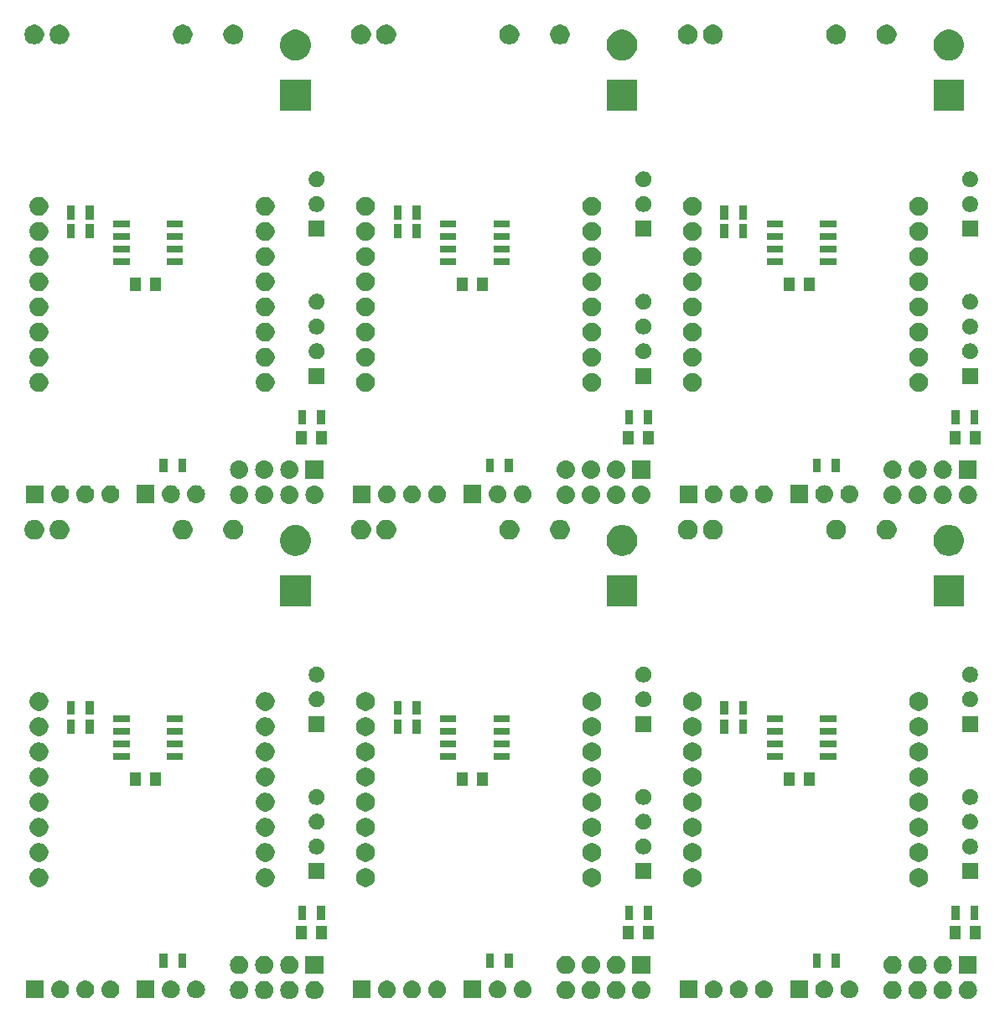
<source format=gts>
G04 #@! TF.GenerationSoftware,KiCad,Pcbnew,5.0.2-bee76a0~70~ubuntu16.04.1*
G04 #@! TF.CreationDate,2019-12-01T11:56:29+01:00*
G04 #@! TF.ProjectId,RF_24G_Gateway,52465f32-3447-45f4-9761-74657761792e,rev?*
G04 #@! TF.SameCoordinates,Original*
G04 #@! TF.FileFunction,Soldermask,Top*
G04 #@! TF.FilePolarity,Negative*
%FSLAX46Y46*%
G04 Gerber Fmt 4.6, Leading zero omitted, Abs format (unit mm)*
G04 Created by KiCad (PCBNEW 5.0.2-bee76a0~70~ubuntu16.04.1) date Sun 01 Dec 2019 11:56:29 AM CET*
%MOMM*%
%LPD*%
G01*
G04 APERTURE LIST*
%ADD10C,0.100000*%
G04 APERTURE END LIST*
D10*
G36*
X122765294Y-147074633D02*
X122937694Y-147126931D01*
X122937696Y-147126932D01*
X123096583Y-147211859D01*
X123235849Y-147326151D01*
X123350141Y-147465417D01*
X123406327Y-147570533D01*
X123435069Y-147624306D01*
X123487367Y-147796706D01*
X123505025Y-147976000D01*
X123487367Y-148155294D01*
X123454552Y-148263467D01*
X123435068Y-148327696D01*
X123350141Y-148486583D01*
X123235849Y-148625849D01*
X123096583Y-148740141D01*
X122950919Y-148818000D01*
X122937694Y-148825069D01*
X122765294Y-148877367D01*
X122630931Y-148890600D01*
X122541069Y-148890600D01*
X122406706Y-148877367D01*
X122234306Y-148825069D01*
X122221081Y-148818000D01*
X122075417Y-148740141D01*
X121936151Y-148625849D01*
X121821859Y-148486583D01*
X121736932Y-148327696D01*
X121717448Y-148263467D01*
X121684633Y-148155294D01*
X121666975Y-147976000D01*
X121684633Y-147796706D01*
X121736931Y-147624306D01*
X121765673Y-147570533D01*
X121821859Y-147465417D01*
X121936151Y-147326151D01*
X122075417Y-147211859D01*
X122234304Y-147126932D01*
X122234306Y-147126931D01*
X122406706Y-147074633D01*
X122541069Y-147061400D01*
X122630931Y-147061400D01*
X122765294Y-147074633D01*
X122765294Y-147074633D01*
G37*
G36*
X193845294Y-147074633D02*
X194017694Y-147126931D01*
X194017696Y-147126932D01*
X194176583Y-147211859D01*
X194315849Y-147326151D01*
X194430141Y-147465417D01*
X194486327Y-147570533D01*
X194515069Y-147624306D01*
X194567367Y-147796706D01*
X194585025Y-147976000D01*
X194567367Y-148155294D01*
X194534552Y-148263467D01*
X194515068Y-148327696D01*
X194430141Y-148486583D01*
X194315849Y-148625849D01*
X194176583Y-148740141D01*
X194030919Y-148818000D01*
X194017694Y-148825069D01*
X193845294Y-148877367D01*
X193710931Y-148890600D01*
X193621069Y-148890600D01*
X193486706Y-148877367D01*
X193314306Y-148825069D01*
X193301081Y-148818000D01*
X193155417Y-148740141D01*
X193016151Y-148625849D01*
X192901859Y-148486583D01*
X192816932Y-148327696D01*
X192797448Y-148263467D01*
X192764633Y-148155294D01*
X192746975Y-147976000D01*
X192764633Y-147796706D01*
X192816931Y-147624306D01*
X192845673Y-147570533D01*
X192901859Y-147465417D01*
X193016151Y-147326151D01*
X193155417Y-147211859D01*
X193314304Y-147126932D01*
X193314306Y-147126931D01*
X193486706Y-147074633D01*
X193621069Y-147061400D01*
X193710931Y-147061400D01*
X193845294Y-147074633D01*
X193845294Y-147074633D01*
G37*
G36*
X191305294Y-147074633D02*
X191477694Y-147126931D01*
X191477696Y-147126932D01*
X191636583Y-147211859D01*
X191775849Y-147326151D01*
X191890141Y-147465417D01*
X191946327Y-147570533D01*
X191975069Y-147624306D01*
X192027367Y-147796706D01*
X192045025Y-147976000D01*
X192027367Y-148155294D01*
X191994552Y-148263467D01*
X191975068Y-148327696D01*
X191890141Y-148486583D01*
X191775849Y-148625849D01*
X191636583Y-148740141D01*
X191490919Y-148818000D01*
X191477694Y-148825069D01*
X191305294Y-148877367D01*
X191170931Y-148890600D01*
X191081069Y-148890600D01*
X190946706Y-148877367D01*
X190774306Y-148825069D01*
X190761081Y-148818000D01*
X190615417Y-148740141D01*
X190476151Y-148625849D01*
X190361859Y-148486583D01*
X190276932Y-148327696D01*
X190257448Y-148263467D01*
X190224633Y-148155294D01*
X190206975Y-147976000D01*
X190224633Y-147796706D01*
X190276931Y-147624306D01*
X190305673Y-147570533D01*
X190361859Y-147465417D01*
X190476151Y-147326151D01*
X190615417Y-147211859D01*
X190774304Y-147126932D01*
X190774306Y-147126931D01*
X190946706Y-147074633D01*
X191081069Y-147061400D01*
X191170931Y-147061400D01*
X191305294Y-147074633D01*
X191305294Y-147074633D01*
G37*
G36*
X188765294Y-147074633D02*
X188937694Y-147126931D01*
X188937696Y-147126932D01*
X189096583Y-147211859D01*
X189235849Y-147326151D01*
X189350141Y-147465417D01*
X189406327Y-147570533D01*
X189435069Y-147624306D01*
X189487367Y-147796706D01*
X189505025Y-147976000D01*
X189487367Y-148155294D01*
X189454552Y-148263467D01*
X189435068Y-148327696D01*
X189350141Y-148486583D01*
X189235849Y-148625849D01*
X189096583Y-148740141D01*
X188950919Y-148818000D01*
X188937694Y-148825069D01*
X188765294Y-148877367D01*
X188630931Y-148890600D01*
X188541069Y-148890600D01*
X188406706Y-148877367D01*
X188234306Y-148825069D01*
X188221081Y-148818000D01*
X188075417Y-148740141D01*
X187936151Y-148625849D01*
X187821859Y-148486583D01*
X187736932Y-148327696D01*
X187717448Y-148263467D01*
X187684633Y-148155294D01*
X187666975Y-147976000D01*
X187684633Y-147796706D01*
X187736931Y-147624306D01*
X187765673Y-147570533D01*
X187821859Y-147465417D01*
X187936151Y-147326151D01*
X188075417Y-147211859D01*
X188234304Y-147126932D01*
X188234306Y-147126931D01*
X188406706Y-147074633D01*
X188541069Y-147061400D01*
X188630931Y-147061400D01*
X188765294Y-147074633D01*
X188765294Y-147074633D01*
G37*
G36*
X155765294Y-147074633D02*
X155937694Y-147126931D01*
X155937696Y-147126932D01*
X156096583Y-147211859D01*
X156235849Y-147326151D01*
X156350141Y-147465417D01*
X156406327Y-147570533D01*
X156435069Y-147624306D01*
X156487367Y-147796706D01*
X156505025Y-147976000D01*
X156487367Y-148155294D01*
X156454552Y-148263467D01*
X156435068Y-148327696D01*
X156350141Y-148486583D01*
X156235849Y-148625849D01*
X156096583Y-148740141D01*
X155950919Y-148818000D01*
X155937694Y-148825069D01*
X155765294Y-148877367D01*
X155630931Y-148890600D01*
X155541069Y-148890600D01*
X155406706Y-148877367D01*
X155234306Y-148825069D01*
X155221081Y-148818000D01*
X155075417Y-148740141D01*
X154936151Y-148625849D01*
X154821859Y-148486583D01*
X154736932Y-148327696D01*
X154717448Y-148263467D01*
X154684633Y-148155294D01*
X154666975Y-147976000D01*
X154684633Y-147796706D01*
X154736931Y-147624306D01*
X154765673Y-147570533D01*
X154821859Y-147465417D01*
X154936151Y-147326151D01*
X155075417Y-147211859D01*
X155234304Y-147126932D01*
X155234306Y-147126931D01*
X155406706Y-147074633D01*
X155541069Y-147061400D01*
X155630931Y-147061400D01*
X155765294Y-147074633D01*
X155765294Y-147074633D01*
G37*
G36*
X158305294Y-147074633D02*
X158477694Y-147126931D01*
X158477696Y-147126932D01*
X158636583Y-147211859D01*
X158775849Y-147326151D01*
X158890141Y-147465417D01*
X158946327Y-147570533D01*
X158975069Y-147624306D01*
X159027367Y-147796706D01*
X159045025Y-147976000D01*
X159027367Y-148155294D01*
X158994552Y-148263467D01*
X158975068Y-148327696D01*
X158890141Y-148486583D01*
X158775849Y-148625849D01*
X158636583Y-148740141D01*
X158490919Y-148818000D01*
X158477694Y-148825069D01*
X158305294Y-148877367D01*
X158170931Y-148890600D01*
X158081069Y-148890600D01*
X157946706Y-148877367D01*
X157774306Y-148825069D01*
X157761081Y-148818000D01*
X157615417Y-148740141D01*
X157476151Y-148625849D01*
X157361859Y-148486583D01*
X157276932Y-148327696D01*
X157257448Y-148263467D01*
X157224633Y-148155294D01*
X157206975Y-147976000D01*
X157224633Y-147796706D01*
X157276931Y-147624306D01*
X157305673Y-147570533D01*
X157361859Y-147465417D01*
X157476151Y-147326151D01*
X157615417Y-147211859D01*
X157774304Y-147126932D01*
X157774306Y-147126931D01*
X157946706Y-147074633D01*
X158081069Y-147061400D01*
X158170931Y-147061400D01*
X158305294Y-147074633D01*
X158305294Y-147074633D01*
G37*
G36*
X160845294Y-147074633D02*
X161017694Y-147126931D01*
X161017696Y-147126932D01*
X161176583Y-147211859D01*
X161315849Y-147326151D01*
X161430141Y-147465417D01*
X161486327Y-147570533D01*
X161515069Y-147624306D01*
X161567367Y-147796706D01*
X161585025Y-147976000D01*
X161567367Y-148155294D01*
X161534552Y-148263467D01*
X161515068Y-148327696D01*
X161430141Y-148486583D01*
X161315849Y-148625849D01*
X161176583Y-148740141D01*
X161030919Y-148818000D01*
X161017694Y-148825069D01*
X160845294Y-148877367D01*
X160710931Y-148890600D01*
X160621069Y-148890600D01*
X160486706Y-148877367D01*
X160314306Y-148825069D01*
X160301081Y-148818000D01*
X160155417Y-148740141D01*
X160016151Y-148625849D01*
X159901859Y-148486583D01*
X159816932Y-148327696D01*
X159797448Y-148263467D01*
X159764633Y-148155294D01*
X159746975Y-147976000D01*
X159764633Y-147796706D01*
X159816931Y-147624306D01*
X159845673Y-147570533D01*
X159901859Y-147465417D01*
X160016151Y-147326151D01*
X160155417Y-147211859D01*
X160314304Y-147126932D01*
X160314306Y-147126931D01*
X160486706Y-147074633D01*
X160621069Y-147061400D01*
X160710931Y-147061400D01*
X160845294Y-147074633D01*
X160845294Y-147074633D01*
G37*
G36*
X163385294Y-147074633D02*
X163557694Y-147126931D01*
X163557696Y-147126932D01*
X163716583Y-147211859D01*
X163855849Y-147326151D01*
X163970141Y-147465417D01*
X164026327Y-147570533D01*
X164055069Y-147624306D01*
X164107367Y-147796706D01*
X164125025Y-147976000D01*
X164107367Y-148155294D01*
X164074552Y-148263467D01*
X164055068Y-148327696D01*
X163970141Y-148486583D01*
X163855849Y-148625849D01*
X163716583Y-148740141D01*
X163570919Y-148818000D01*
X163557694Y-148825069D01*
X163385294Y-148877367D01*
X163250931Y-148890600D01*
X163161069Y-148890600D01*
X163026706Y-148877367D01*
X162854306Y-148825069D01*
X162841081Y-148818000D01*
X162695417Y-148740141D01*
X162556151Y-148625849D01*
X162441859Y-148486583D01*
X162356932Y-148327696D01*
X162337448Y-148263467D01*
X162304633Y-148155294D01*
X162286975Y-147976000D01*
X162304633Y-147796706D01*
X162356931Y-147624306D01*
X162385673Y-147570533D01*
X162441859Y-147465417D01*
X162556151Y-147326151D01*
X162695417Y-147211859D01*
X162854304Y-147126932D01*
X162854306Y-147126931D01*
X163026706Y-147074633D01*
X163161069Y-147061400D01*
X163250931Y-147061400D01*
X163385294Y-147074633D01*
X163385294Y-147074633D01*
G37*
G36*
X196385294Y-147074633D02*
X196557694Y-147126931D01*
X196557696Y-147126932D01*
X196716583Y-147211859D01*
X196855849Y-147326151D01*
X196970141Y-147465417D01*
X197026327Y-147570533D01*
X197055069Y-147624306D01*
X197107367Y-147796706D01*
X197125025Y-147976000D01*
X197107367Y-148155294D01*
X197074552Y-148263467D01*
X197055068Y-148327696D01*
X196970141Y-148486583D01*
X196855849Y-148625849D01*
X196716583Y-148740141D01*
X196570919Y-148818000D01*
X196557694Y-148825069D01*
X196385294Y-148877367D01*
X196250931Y-148890600D01*
X196161069Y-148890600D01*
X196026706Y-148877367D01*
X195854306Y-148825069D01*
X195841081Y-148818000D01*
X195695417Y-148740141D01*
X195556151Y-148625849D01*
X195441859Y-148486583D01*
X195356932Y-148327696D01*
X195337448Y-148263467D01*
X195304633Y-148155294D01*
X195286975Y-147976000D01*
X195304633Y-147796706D01*
X195356931Y-147624306D01*
X195385673Y-147570533D01*
X195441859Y-147465417D01*
X195556151Y-147326151D01*
X195695417Y-147211859D01*
X195854304Y-147126932D01*
X195854306Y-147126931D01*
X196026706Y-147074633D01*
X196161069Y-147061400D01*
X196250931Y-147061400D01*
X196385294Y-147074633D01*
X196385294Y-147074633D01*
G37*
G36*
X130385294Y-147074633D02*
X130557694Y-147126931D01*
X130557696Y-147126932D01*
X130716583Y-147211859D01*
X130855849Y-147326151D01*
X130970141Y-147465417D01*
X131026327Y-147570533D01*
X131055069Y-147624306D01*
X131107367Y-147796706D01*
X131125025Y-147976000D01*
X131107367Y-148155294D01*
X131074552Y-148263467D01*
X131055068Y-148327696D01*
X130970141Y-148486583D01*
X130855849Y-148625849D01*
X130716583Y-148740141D01*
X130570919Y-148818000D01*
X130557694Y-148825069D01*
X130385294Y-148877367D01*
X130250931Y-148890600D01*
X130161069Y-148890600D01*
X130026706Y-148877367D01*
X129854306Y-148825069D01*
X129841081Y-148818000D01*
X129695417Y-148740141D01*
X129556151Y-148625849D01*
X129441859Y-148486583D01*
X129356932Y-148327696D01*
X129337448Y-148263467D01*
X129304633Y-148155294D01*
X129286975Y-147976000D01*
X129304633Y-147796706D01*
X129356931Y-147624306D01*
X129385673Y-147570533D01*
X129441859Y-147465417D01*
X129556151Y-147326151D01*
X129695417Y-147211859D01*
X129854304Y-147126932D01*
X129854306Y-147126931D01*
X130026706Y-147074633D01*
X130161069Y-147061400D01*
X130250931Y-147061400D01*
X130385294Y-147074633D01*
X130385294Y-147074633D01*
G37*
G36*
X127845294Y-147074633D02*
X128017694Y-147126931D01*
X128017696Y-147126932D01*
X128176583Y-147211859D01*
X128315849Y-147326151D01*
X128430141Y-147465417D01*
X128486327Y-147570533D01*
X128515069Y-147624306D01*
X128567367Y-147796706D01*
X128585025Y-147976000D01*
X128567367Y-148155294D01*
X128534552Y-148263467D01*
X128515068Y-148327696D01*
X128430141Y-148486583D01*
X128315849Y-148625849D01*
X128176583Y-148740141D01*
X128030919Y-148818000D01*
X128017694Y-148825069D01*
X127845294Y-148877367D01*
X127710931Y-148890600D01*
X127621069Y-148890600D01*
X127486706Y-148877367D01*
X127314306Y-148825069D01*
X127301081Y-148818000D01*
X127155417Y-148740141D01*
X127016151Y-148625849D01*
X126901859Y-148486583D01*
X126816932Y-148327696D01*
X126797448Y-148263467D01*
X126764633Y-148155294D01*
X126746975Y-147976000D01*
X126764633Y-147796706D01*
X126816931Y-147624306D01*
X126845673Y-147570533D01*
X126901859Y-147465417D01*
X127016151Y-147326151D01*
X127155417Y-147211859D01*
X127314304Y-147126932D01*
X127314306Y-147126931D01*
X127486706Y-147074633D01*
X127621069Y-147061400D01*
X127710931Y-147061400D01*
X127845294Y-147074633D01*
X127845294Y-147074633D01*
G37*
G36*
X125305294Y-147074633D02*
X125477694Y-147126931D01*
X125477696Y-147126932D01*
X125636583Y-147211859D01*
X125775849Y-147326151D01*
X125890141Y-147465417D01*
X125946327Y-147570533D01*
X125975069Y-147624306D01*
X126027367Y-147796706D01*
X126045025Y-147976000D01*
X126027367Y-148155294D01*
X125994552Y-148263467D01*
X125975068Y-148327696D01*
X125890141Y-148486583D01*
X125775849Y-148625849D01*
X125636583Y-148740141D01*
X125490919Y-148818000D01*
X125477694Y-148825069D01*
X125305294Y-148877367D01*
X125170931Y-148890600D01*
X125081069Y-148890600D01*
X124946706Y-148877367D01*
X124774306Y-148825069D01*
X124761081Y-148818000D01*
X124615417Y-148740141D01*
X124476151Y-148625849D01*
X124361859Y-148486583D01*
X124276932Y-148327696D01*
X124257448Y-148263467D01*
X124224633Y-148155294D01*
X124206975Y-147976000D01*
X124224633Y-147796706D01*
X124276931Y-147624306D01*
X124305673Y-147570533D01*
X124361859Y-147465417D01*
X124476151Y-147326151D01*
X124615417Y-147211859D01*
X124774304Y-147126932D01*
X124774306Y-147126931D01*
X124946706Y-147074633D01*
X125081069Y-147061400D01*
X125170931Y-147061400D01*
X125305294Y-147074633D01*
X125305294Y-147074633D01*
G37*
G36*
X142711442Y-147022518D02*
X142777627Y-147029037D01*
X142884314Y-147061400D01*
X142947467Y-147080557D01*
X143086087Y-147154652D01*
X143103991Y-147164222D01*
X143139729Y-147193552D01*
X143241186Y-147276814D01*
X143324448Y-147378271D01*
X143353778Y-147414009D01*
X143353779Y-147414011D01*
X143437443Y-147570533D01*
X143437443Y-147570534D01*
X143488963Y-147740373D01*
X143506359Y-147917000D01*
X143488963Y-148093627D01*
X143454616Y-148206853D01*
X143437443Y-148263467D01*
X143403112Y-148327694D01*
X143353778Y-148419991D01*
X143324448Y-148455729D01*
X143241186Y-148557186D01*
X143139729Y-148640448D01*
X143103991Y-148669778D01*
X143103989Y-148669779D01*
X142947467Y-148753443D01*
X142890853Y-148770616D01*
X142777627Y-148804963D01*
X142711442Y-148811482D01*
X142645260Y-148818000D01*
X142556740Y-148818000D01*
X142490558Y-148811482D01*
X142424373Y-148804963D01*
X142311147Y-148770616D01*
X142254533Y-148753443D01*
X142098011Y-148669779D01*
X142098009Y-148669778D01*
X142062271Y-148640448D01*
X141960814Y-148557186D01*
X141877552Y-148455729D01*
X141848222Y-148419991D01*
X141798888Y-148327694D01*
X141764557Y-148263467D01*
X141747384Y-148206853D01*
X141713037Y-148093627D01*
X141695641Y-147917000D01*
X141713037Y-147740373D01*
X141764557Y-147570534D01*
X141764557Y-147570533D01*
X141848221Y-147414011D01*
X141848222Y-147414009D01*
X141877552Y-147378271D01*
X141960814Y-147276814D01*
X142062271Y-147193552D01*
X142098009Y-147164222D01*
X142115913Y-147154652D01*
X142254533Y-147080557D01*
X142317686Y-147061400D01*
X142424373Y-147029037D01*
X142490558Y-147022518D01*
X142556740Y-147016000D01*
X142645260Y-147016000D01*
X142711442Y-147022518D01*
X142711442Y-147022518D01*
G37*
G36*
X173171442Y-147022518D02*
X173237627Y-147029037D01*
X173344314Y-147061400D01*
X173407467Y-147080557D01*
X173546087Y-147154652D01*
X173563991Y-147164222D01*
X173599729Y-147193552D01*
X173701186Y-147276814D01*
X173784448Y-147378271D01*
X173813778Y-147414009D01*
X173813779Y-147414011D01*
X173897443Y-147570533D01*
X173897443Y-147570534D01*
X173948963Y-147740373D01*
X173966359Y-147917000D01*
X173948963Y-148093627D01*
X173914616Y-148206853D01*
X173897443Y-148263467D01*
X173863112Y-148327694D01*
X173813778Y-148419991D01*
X173784448Y-148455729D01*
X173701186Y-148557186D01*
X173599729Y-148640448D01*
X173563991Y-148669778D01*
X173563989Y-148669779D01*
X173407467Y-148753443D01*
X173350853Y-148770616D01*
X173237627Y-148804963D01*
X173171442Y-148811482D01*
X173105260Y-148818000D01*
X173016740Y-148818000D01*
X172950558Y-148811482D01*
X172884373Y-148804963D01*
X172771147Y-148770616D01*
X172714533Y-148753443D01*
X172558011Y-148669779D01*
X172558009Y-148669778D01*
X172522271Y-148640448D01*
X172420814Y-148557186D01*
X172337552Y-148455729D01*
X172308222Y-148419991D01*
X172258888Y-148327694D01*
X172224557Y-148263467D01*
X172207384Y-148206853D01*
X172173037Y-148093627D01*
X172155641Y-147917000D01*
X172173037Y-147740373D01*
X172224557Y-147570534D01*
X172224557Y-147570533D01*
X172308221Y-147414011D01*
X172308222Y-147414009D01*
X172337552Y-147378271D01*
X172420814Y-147276814D01*
X172522271Y-147193552D01*
X172558009Y-147164222D01*
X172575913Y-147154652D01*
X172714533Y-147080557D01*
X172777686Y-147061400D01*
X172884373Y-147029037D01*
X172950558Y-147022518D01*
X173016740Y-147016000D01*
X173105260Y-147016000D01*
X173171442Y-147022518D01*
X173171442Y-147022518D01*
G37*
G36*
X170631442Y-147022518D02*
X170697627Y-147029037D01*
X170804314Y-147061400D01*
X170867467Y-147080557D01*
X171006087Y-147154652D01*
X171023991Y-147164222D01*
X171059729Y-147193552D01*
X171161186Y-147276814D01*
X171244448Y-147378271D01*
X171273778Y-147414009D01*
X171273779Y-147414011D01*
X171357443Y-147570533D01*
X171357443Y-147570534D01*
X171408963Y-147740373D01*
X171426359Y-147917000D01*
X171408963Y-148093627D01*
X171374616Y-148206853D01*
X171357443Y-148263467D01*
X171323112Y-148327694D01*
X171273778Y-148419991D01*
X171244448Y-148455729D01*
X171161186Y-148557186D01*
X171059729Y-148640448D01*
X171023991Y-148669778D01*
X171023989Y-148669779D01*
X170867467Y-148753443D01*
X170810853Y-148770616D01*
X170697627Y-148804963D01*
X170631442Y-148811482D01*
X170565260Y-148818000D01*
X170476740Y-148818000D01*
X170410558Y-148811482D01*
X170344373Y-148804963D01*
X170231147Y-148770616D01*
X170174533Y-148753443D01*
X170018011Y-148669779D01*
X170018009Y-148669778D01*
X169982271Y-148640448D01*
X169880814Y-148557186D01*
X169797552Y-148455729D01*
X169768222Y-148419991D01*
X169718888Y-148327694D01*
X169684557Y-148263467D01*
X169667384Y-148206853D01*
X169633037Y-148093627D01*
X169615641Y-147917000D01*
X169633037Y-147740373D01*
X169684557Y-147570534D01*
X169684557Y-147570533D01*
X169768221Y-147414011D01*
X169768222Y-147414009D01*
X169797552Y-147378271D01*
X169880814Y-147276814D01*
X169982271Y-147193552D01*
X170018009Y-147164222D01*
X170035913Y-147154652D01*
X170174533Y-147080557D01*
X170237686Y-147061400D01*
X170344373Y-147029037D01*
X170410558Y-147022518D01*
X170476740Y-147016000D01*
X170565260Y-147016000D01*
X170631442Y-147022518D01*
X170631442Y-147022518D01*
G37*
G36*
X175711442Y-147022518D02*
X175777627Y-147029037D01*
X175884314Y-147061400D01*
X175947467Y-147080557D01*
X176086087Y-147154652D01*
X176103991Y-147164222D01*
X176139729Y-147193552D01*
X176241186Y-147276814D01*
X176324448Y-147378271D01*
X176353778Y-147414009D01*
X176353779Y-147414011D01*
X176437443Y-147570533D01*
X176437443Y-147570534D01*
X176488963Y-147740373D01*
X176506359Y-147917000D01*
X176488963Y-148093627D01*
X176454616Y-148206853D01*
X176437443Y-148263467D01*
X176403112Y-148327694D01*
X176353778Y-148419991D01*
X176324448Y-148455729D01*
X176241186Y-148557186D01*
X176139729Y-148640448D01*
X176103991Y-148669778D01*
X176103989Y-148669779D01*
X175947467Y-148753443D01*
X175890853Y-148770616D01*
X175777627Y-148804963D01*
X175711442Y-148811482D01*
X175645260Y-148818000D01*
X175556740Y-148818000D01*
X175490558Y-148811482D01*
X175424373Y-148804963D01*
X175311147Y-148770616D01*
X175254533Y-148753443D01*
X175098011Y-148669779D01*
X175098009Y-148669778D01*
X175062271Y-148640448D01*
X174960814Y-148557186D01*
X174877552Y-148455729D01*
X174848222Y-148419991D01*
X174798888Y-148327694D01*
X174764557Y-148263467D01*
X174747384Y-148206853D01*
X174713037Y-148093627D01*
X174695641Y-147917000D01*
X174713037Y-147740373D01*
X174764557Y-147570534D01*
X174764557Y-147570533D01*
X174848221Y-147414011D01*
X174848222Y-147414009D01*
X174877552Y-147378271D01*
X174960814Y-147276814D01*
X175062271Y-147193552D01*
X175098009Y-147164222D01*
X175115913Y-147154652D01*
X175254533Y-147080557D01*
X175317686Y-147061400D01*
X175424373Y-147029037D01*
X175490558Y-147022518D01*
X175556740Y-147016000D01*
X175645260Y-147016000D01*
X175711442Y-147022518D01*
X175711442Y-147022518D01*
G37*
G36*
X109711442Y-147022518D02*
X109777627Y-147029037D01*
X109884314Y-147061400D01*
X109947467Y-147080557D01*
X110086087Y-147154652D01*
X110103991Y-147164222D01*
X110139729Y-147193552D01*
X110241186Y-147276814D01*
X110324448Y-147378271D01*
X110353778Y-147414009D01*
X110353779Y-147414011D01*
X110437443Y-147570533D01*
X110437443Y-147570534D01*
X110488963Y-147740373D01*
X110506359Y-147917000D01*
X110488963Y-148093627D01*
X110454616Y-148206853D01*
X110437443Y-148263467D01*
X110403112Y-148327694D01*
X110353778Y-148419991D01*
X110324448Y-148455729D01*
X110241186Y-148557186D01*
X110139729Y-148640448D01*
X110103991Y-148669778D01*
X110103989Y-148669779D01*
X109947467Y-148753443D01*
X109890853Y-148770616D01*
X109777627Y-148804963D01*
X109711442Y-148811482D01*
X109645260Y-148818000D01*
X109556740Y-148818000D01*
X109490558Y-148811482D01*
X109424373Y-148804963D01*
X109311147Y-148770616D01*
X109254533Y-148753443D01*
X109098011Y-148669779D01*
X109098009Y-148669778D01*
X109062271Y-148640448D01*
X108960814Y-148557186D01*
X108877552Y-148455729D01*
X108848222Y-148419991D01*
X108798888Y-148327694D01*
X108764557Y-148263467D01*
X108747384Y-148206853D01*
X108713037Y-148093627D01*
X108695641Y-147917000D01*
X108713037Y-147740373D01*
X108764557Y-147570534D01*
X108764557Y-147570533D01*
X108848221Y-147414011D01*
X108848222Y-147414009D01*
X108877552Y-147378271D01*
X108960814Y-147276814D01*
X109062271Y-147193552D01*
X109098009Y-147164222D01*
X109115913Y-147154652D01*
X109254533Y-147080557D01*
X109317686Y-147061400D01*
X109424373Y-147029037D01*
X109490558Y-147022518D01*
X109556740Y-147016000D01*
X109645260Y-147016000D01*
X109711442Y-147022518D01*
X109711442Y-147022518D01*
G37*
G36*
X104631442Y-147022518D02*
X104697627Y-147029037D01*
X104804314Y-147061400D01*
X104867467Y-147080557D01*
X105006087Y-147154652D01*
X105023991Y-147164222D01*
X105059729Y-147193552D01*
X105161186Y-147276814D01*
X105244448Y-147378271D01*
X105273778Y-147414009D01*
X105273779Y-147414011D01*
X105357443Y-147570533D01*
X105357443Y-147570534D01*
X105408963Y-147740373D01*
X105426359Y-147917000D01*
X105408963Y-148093627D01*
X105374616Y-148206853D01*
X105357443Y-148263467D01*
X105323112Y-148327694D01*
X105273778Y-148419991D01*
X105244448Y-148455729D01*
X105161186Y-148557186D01*
X105059729Y-148640448D01*
X105023991Y-148669778D01*
X105023989Y-148669779D01*
X104867467Y-148753443D01*
X104810853Y-148770616D01*
X104697627Y-148804963D01*
X104631442Y-148811482D01*
X104565260Y-148818000D01*
X104476740Y-148818000D01*
X104410558Y-148811482D01*
X104344373Y-148804963D01*
X104231147Y-148770616D01*
X104174533Y-148753443D01*
X104018011Y-148669779D01*
X104018009Y-148669778D01*
X103982271Y-148640448D01*
X103880814Y-148557186D01*
X103797552Y-148455729D01*
X103768222Y-148419991D01*
X103718888Y-148327694D01*
X103684557Y-148263467D01*
X103667384Y-148206853D01*
X103633037Y-148093627D01*
X103615641Y-147917000D01*
X103633037Y-147740373D01*
X103684557Y-147570534D01*
X103684557Y-147570533D01*
X103768221Y-147414011D01*
X103768222Y-147414009D01*
X103797552Y-147378271D01*
X103880814Y-147276814D01*
X103982271Y-147193552D01*
X104018009Y-147164222D01*
X104035913Y-147154652D01*
X104174533Y-147080557D01*
X104237686Y-147061400D01*
X104344373Y-147029037D01*
X104410558Y-147022518D01*
X104476740Y-147016000D01*
X104565260Y-147016000D01*
X104631442Y-147022518D01*
X104631442Y-147022518D01*
G37*
G36*
X102882000Y-148818000D02*
X101080000Y-148818000D01*
X101080000Y-147016000D01*
X102882000Y-147016000D01*
X102882000Y-148818000D01*
X102882000Y-148818000D01*
G37*
G36*
X135882000Y-148818000D02*
X134080000Y-148818000D01*
X134080000Y-147016000D01*
X135882000Y-147016000D01*
X135882000Y-148818000D01*
X135882000Y-148818000D01*
G37*
G36*
X137631442Y-147022518D02*
X137697627Y-147029037D01*
X137804314Y-147061400D01*
X137867467Y-147080557D01*
X138006087Y-147154652D01*
X138023991Y-147164222D01*
X138059729Y-147193552D01*
X138161186Y-147276814D01*
X138244448Y-147378271D01*
X138273778Y-147414009D01*
X138273779Y-147414011D01*
X138357443Y-147570533D01*
X138357443Y-147570534D01*
X138408963Y-147740373D01*
X138426359Y-147917000D01*
X138408963Y-148093627D01*
X138374616Y-148206853D01*
X138357443Y-148263467D01*
X138323112Y-148327694D01*
X138273778Y-148419991D01*
X138244448Y-148455729D01*
X138161186Y-148557186D01*
X138059729Y-148640448D01*
X138023991Y-148669778D01*
X138023989Y-148669779D01*
X137867467Y-148753443D01*
X137810853Y-148770616D01*
X137697627Y-148804963D01*
X137631442Y-148811482D01*
X137565260Y-148818000D01*
X137476740Y-148818000D01*
X137410558Y-148811482D01*
X137344373Y-148804963D01*
X137231147Y-148770616D01*
X137174533Y-148753443D01*
X137018011Y-148669779D01*
X137018009Y-148669778D01*
X136982271Y-148640448D01*
X136880814Y-148557186D01*
X136797552Y-148455729D01*
X136768222Y-148419991D01*
X136718888Y-148327694D01*
X136684557Y-148263467D01*
X136667384Y-148206853D01*
X136633037Y-148093627D01*
X136615641Y-147917000D01*
X136633037Y-147740373D01*
X136684557Y-147570534D01*
X136684557Y-147570533D01*
X136768221Y-147414011D01*
X136768222Y-147414009D01*
X136797552Y-147378271D01*
X136880814Y-147276814D01*
X136982271Y-147193552D01*
X137018009Y-147164222D01*
X137035913Y-147154652D01*
X137174533Y-147080557D01*
X137237686Y-147061400D01*
X137344373Y-147029037D01*
X137410558Y-147022518D01*
X137476740Y-147016000D01*
X137565260Y-147016000D01*
X137631442Y-147022518D01*
X137631442Y-147022518D01*
G37*
G36*
X140171442Y-147022518D02*
X140237627Y-147029037D01*
X140344314Y-147061400D01*
X140407467Y-147080557D01*
X140546087Y-147154652D01*
X140563991Y-147164222D01*
X140599729Y-147193552D01*
X140701186Y-147276814D01*
X140784448Y-147378271D01*
X140813778Y-147414009D01*
X140813779Y-147414011D01*
X140897443Y-147570533D01*
X140897443Y-147570534D01*
X140948963Y-147740373D01*
X140966359Y-147917000D01*
X140948963Y-148093627D01*
X140914616Y-148206853D01*
X140897443Y-148263467D01*
X140863112Y-148327694D01*
X140813778Y-148419991D01*
X140784448Y-148455729D01*
X140701186Y-148557186D01*
X140599729Y-148640448D01*
X140563991Y-148669778D01*
X140563989Y-148669779D01*
X140407467Y-148753443D01*
X140350853Y-148770616D01*
X140237627Y-148804963D01*
X140171442Y-148811482D01*
X140105260Y-148818000D01*
X140016740Y-148818000D01*
X139950558Y-148811482D01*
X139884373Y-148804963D01*
X139771147Y-148770616D01*
X139714533Y-148753443D01*
X139558011Y-148669779D01*
X139558009Y-148669778D01*
X139522271Y-148640448D01*
X139420814Y-148557186D01*
X139337552Y-148455729D01*
X139308222Y-148419991D01*
X139258888Y-148327694D01*
X139224557Y-148263467D01*
X139207384Y-148206853D01*
X139173037Y-148093627D01*
X139155641Y-147917000D01*
X139173037Y-147740373D01*
X139224557Y-147570534D01*
X139224557Y-147570533D01*
X139308221Y-147414011D01*
X139308222Y-147414009D01*
X139337552Y-147378271D01*
X139420814Y-147276814D01*
X139522271Y-147193552D01*
X139558009Y-147164222D01*
X139575913Y-147154652D01*
X139714533Y-147080557D01*
X139777686Y-147061400D01*
X139884373Y-147029037D01*
X139950558Y-147022518D01*
X140016740Y-147016000D01*
X140105260Y-147016000D01*
X140171442Y-147022518D01*
X140171442Y-147022518D01*
G37*
G36*
X168882000Y-148818000D02*
X167080000Y-148818000D01*
X167080000Y-147016000D01*
X168882000Y-147016000D01*
X168882000Y-148818000D01*
X168882000Y-148818000D01*
G37*
G36*
X107171442Y-147022518D02*
X107237627Y-147029037D01*
X107344314Y-147061400D01*
X107407467Y-147080557D01*
X107546087Y-147154652D01*
X107563991Y-147164222D01*
X107599729Y-147193552D01*
X107701186Y-147276814D01*
X107784448Y-147378271D01*
X107813778Y-147414009D01*
X107813779Y-147414011D01*
X107897443Y-147570533D01*
X107897443Y-147570534D01*
X107948963Y-147740373D01*
X107966359Y-147917000D01*
X107948963Y-148093627D01*
X107914616Y-148206853D01*
X107897443Y-148263467D01*
X107863112Y-148327694D01*
X107813778Y-148419991D01*
X107784448Y-148455729D01*
X107701186Y-148557186D01*
X107599729Y-148640448D01*
X107563991Y-148669778D01*
X107563989Y-148669779D01*
X107407467Y-148753443D01*
X107350853Y-148770616D01*
X107237627Y-148804963D01*
X107171442Y-148811482D01*
X107105260Y-148818000D01*
X107016740Y-148818000D01*
X106950558Y-148811482D01*
X106884373Y-148804963D01*
X106771147Y-148770616D01*
X106714533Y-148753443D01*
X106558011Y-148669779D01*
X106558009Y-148669778D01*
X106522271Y-148640448D01*
X106420814Y-148557186D01*
X106337552Y-148455729D01*
X106308222Y-148419991D01*
X106258888Y-148327694D01*
X106224557Y-148263467D01*
X106207384Y-148206853D01*
X106173037Y-148093627D01*
X106155641Y-147917000D01*
X106173037Y-147740373D01*
X106224557Y-147570534D01*
X106224557Y-147570533D01*
X106308221Y-147414011D01*
X106308222Y-147414009D01*
X106337552Y-147378271D01*
X106420814Y-147276814D01*
X106522271Y-147193552D01*
X106558009Y-147164222D01*
X106575913Y-147154652D01*
X106714533Y-147080557D01*
X106777686Y-147061400D01*
X106884373Y-147029037D01*
X106950558Y-147022518D01*
X107016740Y-147016000D01*
X107105260Y-147016000D01*
X107171442Y-147022518D01*
X107171442Y-147022518D01*
G37*
G36*
X151350442Y-147005518D02*
X151416627Y-147012037D01*
X151529853Y-147046384D01*
X151586467Y-147063557D01*
X151725087Y-147137652D01*
X151742991Y-147147222D01*
X151763704Y-147164221D01*
X151880186Y-147259814D01*
X151963448Y-147361271D01*
X151992778Y-147397009D01*
X151992779Y-147397011D01*
X152076443Y-147553533D01*
X152076443Y-147553534D01*
X152127963Y-147723373D01*
X152145359Y-147900000D01*
X152127963Y-148076627D01*
X152093616Y-148189853D01*
X152076443Y-148246467D01*
X152002348Y-148385087D01*
X151992778Y-148402991D01*
X151978828Y-148419989D01*
X151880186Y-148540186D01*
X151778729Y-148623448D01*
X151742991Y-148652778D01*
X151742989Y-148652779D01*
X151586467Y-148736443D01*
X151530424Y-148753443D01*
X151416627Y-148787963D01*
X151350443Y-148794481D01*
X151284260Y-148801000D01*
X151195740Y-148801000D01*
X151129557Y-148794481D01*
X151063373Y-148787963D01*
X150949576Y-148753443D01*
X150893533Y-148736443D01*
X150737011Y-148652779D01*
X150737009Y-148652778D01*
X150701271Y-148623448D01*
X150599814Y-148540186D01*
X150501172Y-148419989D01*
X150487222Y-148402991D01*
X150477652Y-148385087D01*
X150403557Y-148246467D01*
X150386384Y-148189853D01*
X150352037Y-148076627D01*
X150334641Y-147900000D01*
X150352037Y-147723373D01*
X150403557Y-147553534D01*
X150403557Y-147553533D01*
X150487221Y-147397011D01*
X150487222Y-147397009D01*
X150516552Y-147361271D01*
X150599814Y-147259814D01*
X150716296Y-147164221D01*
X150737009Y-147147222D01*
X150754913Y-147137652D01*
X150893533Y-147063557D01*
X150950147Y-147046384D01*
X151063373Y-147012037D01*
X151129558Y-147005518D01*
X151195740Y-146999000D01*
X151284260Y-146999000D01*
X151350442Y-147005518D01*
X151350442Y-147005518D01*
G37*
G36*
X118350442Y-147005518D02*
X118416627Y-147012037D01*
X118529853Y-147046384D01*
X118586467Y-147063557D01*
X118725087Y-147137652D01*
X118742991Y-147147222D01*
X118763704Y-147164221D01*
X118880186Y-147259814D01*
X118963448Y-147361271D01*
X118992778Y-147397009D01*
X118992779Y-147397011D01*
X119076443Y-147553533D01*
X119076443Y-147553534D01*
X119127963Y-147723373D01*
X119145359Y-147900000D01*
X119127963Y-148076627D01*
X119093616Y-148189853D01*
X119076443Y-148246467D01*
X119002348Y-148385087D01*
X118992778Y-148402991D01*
X118978828Y-148419989D01*
X118880186Y-148540186D01*
X118778729Y-148623448D01*
X118742991Y-148652778D01*
X118742989Y-148652779D01*
X118586467Y-148736443D01*
X118530424Y-148753443D01*
X118416627Y-148787963D01*
X118350443Y-148794481D01*
X118284260Y-148801000D01*
X118195740Y-148801000D01*
X118129557Y-148794481D01*
X118063373Y-148787963D01*
X117949576Y-148753443D01*
X117893533Y-148736443D01*
X117737011Y-148652779D01*
X117737009Y-148652778D01*
X117701271Y-148623448D01*
X117599814Y-148540186D01*
X117501172Y-148419989D01*
X117487222Y-148402991D01*
X117477652Y-148385087D01*
X117403557Y-148246467D01*
X117386384Y-148189853D01*
X117352037Y-148076627D01*
X117334641Y-147900000D01*
X117352037Y-147723373D01*
X117403557Y-147553534D01*
X117403557Y-147553533D01*
X117487221Y-147397011D01*
X117487222Y-147397009D01*
X117516552Y-147361271D01*
X117599814Y-147259814D01*
X117716296Y-147164221D01*
X117737009Y-147147222D01*
X117754913Y-147137652D01*
X117893533Y-147063557D01*
X117950147Y-147046384D01*
X118063373Y-147012037D01*
X118129558Y-147005518D01*
X118195740Y-146999000D01*
X118284260Y-146999000D01*
X118350442Y-147005518D01*
X118350442Y-147005518D01*
G37*
G36*
X114061000Y-148801000D02*
X112259000Y-148801000D01*
X112259000Y-146999000D01*
X114061000Y-146999000D01*
X114061000Y-148801000D01*
X114061000Y-148801000D01*
G37*
G36*
X180061000Y-148801000D02*
X178259000Y-148801000D01*
X178259000Y-146999000D01*
X180061000Y-146999000D01*
X180061000Y-148801000D01*
X180061000Y-148801000D01*
G37*
G36*
X181810442Y-147005518D02*
X181876627Y-147012037D01*
X181989853Y-147046384D01*
X182046467Y-147063557D01*
X182185087Y-147137652D01*
X182202991Y-147147222D01*
X182223704Y-147164221D01*
X182340186Y-147259814D01*
X182423448Y-147361271D01*
X182452778Y-147397009D01*
X182452779Y-147397011D01*
X182536443Y-147553533D01*
X182536443Y-147553534D01*
X182587963Y-147723373D01*
X182605359Y-147900000D01*
X182587963Y-148076627D01*
X182553616Y-148189853D01*
X182536443Y-148246467D01*
X182462348Y-148385087D01*
X182452778Y-148402991D01*
X182438828Y-148419989D01*
X182340186Y-148540186D01*
X182238729Y-148623448D01*
X182202991Y-148652778D01*
X182202989Y-148652779D01*
X182046467Y-148736443D01*
X181990424Y-148753443D01*
X181876627Y-148787963D01*
X181810443Y-148794481D01*
X181744260Y-148801000D01*
X181655740Y-148801000D01*
X181589557Y-148794481D01*
X181523373Y-148787963D01*
X181409576Y-148753443D01*
X181353533Y-148736443D01*
X181197011Y-148652779D01*
X181197009Y-148652778D01*
X181161271Y-148623448D01*
X181059814Y-148540186D01*
X180961172Y-148419989D01*
X180947222Y-148402991D01*
X180937652Y-148385087D01*
X180863557Y-148246467D01*
X180846384Y-148189853D01*
X180812037Y-148076627D01*
X180794641Y-147900000D01*
X180812037Y-147723373D01*
X180863557Y-147553534D01*
X180863557Y-147553533D01*
X180947221Y-147397011D01*
X180947222Y-147397009D01*
X180976552Y-147361271D01*
X181059814Y-147259814D01*
X181176296Y-147164221D01*
X181197009Y-147147222D01*
X181214913Y-147137652D01*
X181353533Y-147063557D01*
X181410147Y-147046384D01*
X181523373Y-147012037D01*
X181589558Y-147005518D01*
X181655740Y-146999000D01*
X181744260Y-146999000D01*
X181810442Y-147005518D01*
X181810442Y-147005518D01*
G37*
G36*
X184350442Y-147005518D02*
X184416627Y-147012037D01*
X184529853Y-147046384D01*
X184586467Y-147063557D01*
X184725087Y-147137652D01*
X184742991Y-147147222D01*
X184763704Y-147164221D01*
X184880186Y-147259814D01*
X184963448Y-147361271D01*
X184992778Y-147397009D01*
X184992779Y-147397011D01*
X185076443Y-147553533D01*
X185076443Y-147553534D01*
X185127963Y-147723373D01*
X185145359Y-147900000D01*
X185127963Y-148076627D01*
X185093616Y-148189853D01*
X185076443Y-148246467D01*
X185002348Y-148385087D01*
X184992778Y-148402991D01*
X184978828Y-148419989D01*
X184880186Y-148540186D01*
X184778729Y-148623448D01*
X184742991Y-148652778D01*
X184742989Y-148652779D01*
X184586467Y-148736443D01*
X184530424Y-148753443D01*
X184416627Y-148787963D01*
X184350443Y-148794481D01*
X184284260Y-148801000D01*
X184195740Y-148801000D01*
X184129557Y-148794481D01*
X184063373Y-148787963D01*
X183949576Y-148753443D01*
X183893533Y-148736443D01*
X183737011Y-148652779D01*
X183737009Y-148652778D01*
X183701271Y-148623448D01*
X183599814Y-148540186D01*
X183501172Y-148419989D01*
X183487222Y-148402991D01*
X183477652Y-148385087D01*
X183403557Y-148246467D01*
X183386384Y-148189853D01*
X183352037Y-148076627D01*
X183334641Y-147900000D01*
X183352037Y-147723373D01*
X183403557Y-147553534D01*
X183403557Y-147553533D01*
X183487221Y-147397011D01*
X183487222Y-147397009D01*
X183516552Y-147361271D01*
X183599814Y-147259814D01*
X183716296Y-147164221D01*
X183737009Y-147147222D01*
X183754913Y-147137652D01*
X183893533Y-147063557D01*
X183950147Y-147046384D01*
X184063373Y-147012037D01*
X184129558Y-147005518D01*
X184195740Y-146999000D01*
X184284260Y-146999000D01*
X184350442Y-147005518D01*
X184350442Y-147005518D01*
G37*
G36*
X115810442Y-147005518D02*
X115876627Y-147012037D01*
X115989853Y-147046384D01*
X116046467Y-147063557D01*
X116185087Y-147137652D01*
X116202991Y-147147222D01*
X116223704Y-147164221D01*
X116340186Y-147259814D01*
X116423448Y-147361271D01*
X116452778Y-147397009D01*
X116452779Y-147397011D01*
X116536443Y-147553533D01*
X116536443Y-147553534D01*
X116587963Y-147723373D01*
X116605359Y-147900000D01*
X116587963Y-148076627D01*
X116553616Y-148189853D01*
X116536443Y-148246467D01*
X116462348Y-148385087D01*
X116452778Y-148402991D01*
X116438828Y-148419989D01*
X116340186Y-148540186D01*
X116238729Y-148623448D01*
X116202991Y-148652778D01*
X116202989Y-148652779D01*
X116046467Y-148736443D01*
X115990424Y-148753443D01*
X115876627Y-148787963D01*
X115810443Y-148794481D01*
X115744260Y-148801000D01*
X115655740Y-148801000D01*
X115589557Y-148794481D01*
X115523373Y-148787963D01*
X115409576Y-148753443D01*
X115353533Y-148736443D01*
X115197011Y-148652779D01*
X115197009Y-148652778D01*
X115161271Y-148623448D01*
X115059814Y-148540186D01*
X114961172Y-148419989D01*
X114947222Y-148402991D01*
X114937652Y-148385087D01*
X114863557Y-148246467D01*
X114846384Y-148189853D01*
X114812037Y-148076627D01*
X114794641Y-147900000D01*
X114812037Y-147723373D01*
X114863557Y-147553534D01*
X114863557Y-147553533D01*
X114947221Y-147397011D01*
X114947222Y-147397009D01*
X114976552Y-147361271D01*
X115059814Y-147259814D01*
X115176296Y-147164221D01*
X115197009Y-147147222D01*
X115214913Y-147137652D01*
X115353533Y-147063557D01*
X115410147Y-147046384D01*
X115523373Y-147012037D01*
X115589558Y-147005518D01*
X115655740Y-146999000D01*
X115744260Y-146999000D01*
X115810442Y-147005518D01*
X115810442Y-147005518D01*
G37*
G36*
X147061000Y-148801000D02*
X145259000Y-148801000D01*
X145259000Y-146999000D01*
X147061000Y-146999000D01*
X147061000Y-148801000D01*
X147061000Y-148801000D01*
G37*
G36*
X148810442Y-147005518D02*
X148876627Y-147012037D01*
X148989853Y-147046384D01*
X149046467Y-147063557D01*
X149185087Y-147137652D01*
X149202991Y-147147222D01*
X149223704Y-147164221D01*
X149340186Y-147259814D01*
X149423448Y-147361271D01*
X149452778Y-147397009D01*
X149452779Y-147397011D01*
X149536443Y-147553533D01*
X149536443Y-147553534D01*
X149587963Y-147723373D01*
X149605359Y-147900000D01*
X149587963Y-148076627D01*
X149553616Y-148189853D01*
X149536443Y-148246467D01*
X149462348Y-148385087D01*
X149452778Y-148402991D01*
X149438828Y-148419989D01*
X149340186Y-148540186D01*
X149238729Y-148623448D01*
X149202991Y-148652778D01*
X149202989Y-148652779D01*
X149046467Y-148736443D01*
X148990424Y-148753443D01*
X148876627Y-148787963D01*
X148810443Y-148794481D01*
X148744260Y-148801000D01*
X148655740Y-148801000D01*
X148589557Y-148794481D01*
X148523373Y-148787963D01*
X148409576Y-148753443D01*
X148353533Y-148736443D01*
X148197011Y-148652779D01*
X148197009Y-148652778D01*
X148161271Y-148623448D01*
X148059814Y-148540186D01*
X147961172Y-148419989D01*
X147947222Y-148402991D01*
X147937652Y-148385087D01*
X147863557Y-148246467D01*
X147846384Y-148189853D01*
X147812037Y-148076627D01*
X147794641Y-147900000D01*
X147812037Y-147723373D01*
X147863557Y-147553534D01*
X147863557Y-147553533D01*
X147947221Y-147397011D01*
X147947222Y-147397009D01*
X147976552Y-147361271D01*
X148059814Y-147259814D01*
X148176296Y-147164221D01*
X148197009Y-147147222D01*
X148214913Y-147137652D01*
X148353533Y-147063557D01*
X148410147Y-147046384D01*
X148523373Y-147012037D01*
X148589558Y-147005518D01*
X148655740Y-146999000D01*
X148744260Y-146999000D01*
X148810442Y-147005518D01*
X148810442Y-147005518D01*
G37*
G36*
X197120600Y-146350600D02*
X195291400Y-146350600D01*
X195291400Y-144521400D01*
X197120600Y-144521400D01*
X197120600Y-146350600D01*
X197120600Y-146350600D01*
G37*
G36*
X160845294Y-144534633D02*
X161017694Y-144586931D01*
X161017696Y-144586932D01*
X161176583Y-144671859D01*
X161176585Y-144671860D01*
X161176584Y-144671860D01*
X161315849Y-144786151D01*
X161430140Y-144925416D01*
X161515069Y-145084306D01*
X161567367Y-145256706D01*
X161585025Y-145436000D01*
X161567367Y-145615294D01*
X161515069Y-145787694D01*
X161515068Y-145787696D01*
X161430141Y-145946583D01*
X161315849Y-146085849D01*
X161176583Y-146200141D01*
X161017696Y-146285068D01*
X161017694Y-146285069D01*
X160845294Y-146337367D01*
X160710931Y-146350600D01*
X160621069Y-146350600D01*
X160486706Y-146337367D01*
X160314306Y-146285069D01*
X160314304Y-146285068D01*
X160155417Y-146200141D01*
X160016151Y-146085849D01*
X159901859Y-145946583D01*
X159816932Y-145787696D01*
X159816931Y-145787694D01*
X159764633Y-145615294D01*
X159746975Y-145436000D01*
X159764633Y-145256706D01*
X159816931Y-145084306D01*
X159901860Y-144925416D01*
X160016151Y-144786151D01*
X160155416Y-144671860D01*
X160155415Y-144671860D01*
X160155417Y-144671859D01*
X160314304Y-144586932D01*
X160314306Y-144586931D01*
X160486706Y-144534633D01*
X160621069Y-144521400D01*
X160710931Y-144521400D01*
X160845294Y-144534633D01*
X160845294Y-144534633D01*
G37*
G36*
X122765294Y-144534633D02*
X122937694Y-144586931D01*
X122937696Y-144586932D01*
X123096583Y-144671859D01*
X123096585Y-144671860D01*
X123096584Y-144671860D01*
X123235849Y-144786151D01*
X123350140Y-144925416D01*
X123435069Y-145084306D01*
X123487367Y-145256706D01*
X123505025Y-145436000D01*
X123487367Y-145615294D01*
X123435069Y-145787694D01*
X123435068Y-145787696D01*
X123350141Y-145946583D01*
X123235849Y-146085849D01*
X123096583Y-146200141D01*
X122937696Y-146285068D01*
X122937694Y-146285069D01*
X122765294Y-146337367D01*
X122630931Y-146350600D01*
X122541069Y-146350600D01*
X122406706Y-146337367D01*
X122234306Y-146285069D01*
X122234304Y-146285068D01*
X122075417Y-146200141D01*
X121936151Y-146085849D01*
X121821859Y-145946583D01*
X121736932Y-145787696D01*
X121736931Y-145787694D01*
X121684633Y-145615294D01*
X121666975Y-145436000D01*
X121684633Y-145256706D01*
X121736931Y-145084306D01*
X121821860Y-144925416D01*
X121936151Y-144786151D01*
X122075416Y-144671860D01*
X122075415Y-144671860D01*
X122075417Y-144671859D01*
X122234304Y-144586932D01*
X122234306Y-144586931D01*
X122406706Y-144534633D01*
X122541069Y-144521400D01*
X122630931Y-144521400D01*
X122765294Y-144534633D01*
X122765294Y-144534633D01*
G37*
G36*
X131120600Y-146350600D02*
X129291400Y-146350600D01*
X129291400Y-144521400D01*
X131120600Y-144521400D01*
X131120600Y-146350600D01*
X131120600Y-146350600D01*
G37*
G36*
X127845294Y-144534633D02*
X128017694Y-144586931D01*
X128017696Y-144586932D01*
X128176583Y-144671859D01*
X128176585Y-144671860D01*
X128176584Y-144671860D01*
X128315849Y-144786151D01*
X128430140Y-144925416D01*
X128515069Y-145084306D01*
X128567367Y-145256706D01*
X128585025Y-145436000D01*
X128567367Y-145615294D01*
X128515069Y-145787694D01*
X128515068Y-145787696D01*
X128430141Y-145946583D01*
X128315849Y-146085849D01*
X128176583Y-146200141D01*
X128017696Y-146285068D01*
X128017694Y-146285069D01*
X127845294Y-146337367D01*
X127710931Y-146350600D01*
X127621069Y-146350600D01*
X127486706Y-146337367D01*
X127314306Y-146285069D01*
X127314304Y-146285068D01*
X127155417Y-146200141D01*
X127016151Y-146085849D01*
X126901859Y-145946583D01*
X126816932Y-145787696D01*
X126816931Y-145787694D01*
X126764633Y-145615294D01*
X126746975Y-145436000D01*
X126764633Y-145256706D01*
X126816931Y-145084306D01*
X126901860Y-144925416D01*
X127016151Y-144786151D01*
X127155416Y-144671860D01*
X127155415Y-144671860D01*
X127155417Y-144671859D01*
X127314304Y-144586932D01*
X127314306Y-144586931D01*
X127486706Y-144534633D01*
X127621069Y-144521400D01*
X127710931Y-144521400D01*
X127845294Y-144534633D01*
X127845294Y-144534633D01*
G37*
G36*
X125305294Y-144534633D02*
X125477694Y-144586931D01*
X125477696Y-144586932D01*
X125636583Y-144671859D01*
X125636585Y-144671860D01*
X125636584Y-144671860D01*
X125775849Y-144786151D01*
X125890140Y-144925416D01*
X125975069Y-145084306D01*
X126027367Y-145256706D01*
X126045025Y-145436000D01*
X126027367Y-145615294D01*
X125975069Y-145787694D01*
X125975068Y-145787696D01*
X125890141Y-145946583D01*
X125775849Y-146085849D01*
X125636583Y-146200141D01*
X125477696Y-146285068D01*
X125477694Y-146285069D01*
X125305294Y-146337367D01*
X125170931Y-146350600D01*
X125081069Y-146350600D01*
X124946706Y-146337367D01*
X124774306Y-146285069D01*
X124774304Y-146285068D01*
X124615417Y-146200141D01*
X124476151Y-146085849D01*
X124361859Y-145946583D01*
X124276932Y-145787696D01*
X124276931Y-145787694D01*
X124224633Y-145615294D01*
X124206975Y-145436000D01*
X124224633Y-145256706D01*
X124276931Y-145084306D01*
X124361860Y-144925416D01*
X124476151Y-144786151D01*
X124615416Y-144671860D01*
X124615415Y-144671860D01*
X124615417Y-144671859D01*
X124774304Y-144586932D01*
X124774306Y-144586931D01*
X124946706Y-144534633D01*
X125081069Y-144521400D01*
X125170931Y-144521400D01*
X125305294Y-144534633D01*
X125305294Y-144534633D01*
G37*
G36*
X164120600Y-146350600D02*
X162291400Y-146350600D01*
X162291400Y-144521400D01*
X164120600Y-144521400D01*
X164120600Y-146350600D01*
X164120600Y-146350600D01*
G37*
G36*
X155765294Y-144534633D02*
X155937694Y-144586931D01*
X155937696Y-144586932D01*
X156096583Y-144671859D01*
X156096585Y-144671860D01*
X156096584Y-144671860D01*
X156235849Y-144786151D01*
X156350140Y-144925416D01*
X156435069Y-145084306D01*
X156487367Y-145256706D01*
X156505025Y-145436000D01*
X156487367Y-145615294D01*
X156435069Y-145787694D01*
X156435068Y-145787696D01*
X156350141Y-145946583D01*
X156235849Y-146085849D01*
X156096583Y-146200141D01*
X155937696Y-146285068D01*
X155937694Y-146285069D01*
X155765294Y-146337367D01*
X155630931Y-146350600D01*
X155541069Y-146350600D01*
X155406706Y-146337367D01*
X155234306Y-146285069D01*
X155234304Y-146285068D01*
X155075417Y-146200141D01*
X154936151Y-146085849D01*
X154821859Y-145946583D01*
X154736932Y-145787696D01*
X154736931Y-145787694D01*
X154684633Y-145615294D01*
X154666975Y-145436000D01*
X154684633Y-145256706D01*
X154736931Y-145084306D01*
X154821860Y-144925416D01*
X154936151Y-144786151D01*
X155075416Y-144671860D01*
X155075415Y-144671860D01*
X155075417Y-144671859D01*
X155234304Y-144586932D01*
X155234306Y-144586931D01*
X155406706Y-144534633D01*
X155541069Y-144521400D01*
X155630931Y-144521400D01*
X155765294Y-144534633D01*
X155765294Y-144534633D01*
G37*
G36*
X158305294Y-144534633D02*
X158477694Y-144586931D01*
X158477696Y-144586932D01*
X158636583Y-144671859D01*
X158636585Y-144671860D01*
X158636584Y-144671860D01*
X158775849Y-144786151D01*
X158890140Y-144925416D01*
X158975069Y-145084306D01*
X159027367Y-145256706D01*
X159045025Y-145436000D01*
X159027367Y-145615294D01*
X158975069Y-145787694D01*
X158975068Y-145787696D01*
X158890141Y-145946583D01*
X158775849Y-146085849D01*
X158636583Y-146200141D01*
X158477696Y-146285068D01*
X158477694Y-146285069D01*
X158305294Y-146337367D01*
X158170931Y-146350600D01*
X158081069Y-146350600D01*
X157946706Y-146337367D01*
X157774306Y-146285069D01*
X157774304Y-146285068D01*
X157615417Y-146200141D01*
X157476151Y-146085849D01*
X157361859Y-145946583D01*
X157276932Y-145787696D01*
X157276931Y-145787694D01*
X157224633Y-145615294D01*
X157206975Y-145436000D01*
X157224633Y-145256706D01*
X157276931Y-145084306D01*
X157361860Y-144925416D01*
X157476151Y-144786151D01*
X157615416Y-144671860D01*
X157615415Y-144671860D01*
X157615417Y-144671859D01*
X157774304Y-144586932D01*
X157774306Y-144586931D01*
X157946706Y-144534633D01*
X158081069Y-144521400D01*
X158170931Y-144521400D01*
X158305294Y-144534633D01*
X158305294Y-144534633D01*
G37*
G36*
X188765294Y-144534633D02*
X188937694Y-144586931D01*
X188937696Y-144586932D01*
X189096583Y-144671859D01*
X189096585Y-144671860D01*
X189096584Y-144671860D01*
X189235849Y-144786151D01*
X189350140Y-144925416D01*
X189435069Y-145084306D01*
X189487367Y-145256706D01*
X189505025Y-145436000D01*
X189487367Y-145615294D01*
X189435069Y-145787694D01*
X189435068Y-145787696D01*
X189350141Y-145946583D01*
X189235849Y-146085849D01*
X189096583Y-146200141D01*
X188937696Y-146285068D01*
X188937694Y-146285069D01*
X188765294Y-146337367D01*
X188630931Y-146350600D01*
X188541069Y-146350600D01*
X188406706Y-146337367D01*
X188234306Y-146285069D01*
X188234304Y-146285068D01*
X188075417Y-146200141D01*
X187936151Y-146085849D01*
X187821859Y-145946583D01*
X187736932Y-145787696D01*
X187736931Y-145787694D01*
X187684633Y-145615294D01*
X187666975Y-145436000D01*
X187684633Y-145256706D01*
X187736931Y-145084306D01*
X187821860Y-144925416D01*
X187936151Y-144786151D01*
X188075416Y-144671860D01*
X188075415Y-144671860D01*
X188075417Y-144671859D01*
X188234304Y-144586932D01*
X188234306Y-144586931D01*
X188406706Y-144534633D01*
X188541069Y-144521400D01*
X188630931Y-144521400D01*
X188765294Y-144534633D01*
X188765294Y-144534633D01*
G37*
G36*
X191305294Y-144534633D02*
X191477694Y-144586931D01*
X191477696Y-144586932D01*
X191636583Y-144671859D01*
X191636585Y-144671860D01*
X191636584Y-144671860D01*
X191775849Y-144786151D01*
X191890140Y-144925416D01*
X191975069Y-145084306D01*
X192027367Y-145256706D01*
X192045025Y-145436000D01*
X192027367Y-145615294D01*
X191975069Y-145787694D01*
X191975068Y-145787696D01*
X191890141Y-145946583D01*
X191775849Y-146085849D01*
X191636583Y-146200141D01*
X191477696Y-146285068D01*
X191477694Y-146285069D01*
X191305294Y-146337367D01*
X191170931Y-146350600D01*
X191081069Y-146350600D01*
X190946706Y-146337367D01*
X190774306Y-146285069D01*
X190774304Y-146285068D01*
X190615417Y-146200141D01*
X190476151Y-146085849D01*
X190361859Y-145946583D01*
X190276932Y-145787696D01*
X190276931Y-145787694D01*
X190224633Y-145615294D01*
X190206975Y-145436000D01*
X190224633Y-145256706D01*
X190276931Y-145084306D01*
X190361860Y-144925416D01*
X190476151Y-144786151D01*
X190615416Y-144671860D01*
X190615415Y-144671860D01*
X190615417Y-144671859D01*
X190774304Y-144586932D01*
X190774306Y-144586931D01*
X190946706Y-144534633D01*
X191081069Y-144521400D01*
X191170931Y-144521400D01*
X191305294Y-144534633D01*
X191305294Y-144534633D01*
G37*
G36*
X193845294Y-144534633D02*
X194017694Y-144586931D01*
X194017696Y-144586932D01*
X194176583Y-144671859D01*
X194176585Y-144671860D01*
X194176584Y-144671860D01*
X194315849Y-144786151D01*
X194430140Y-144925416D01*
X194515069Y-145084306D01*
X194567367Y-145256706D01*
X194585025Y-145436000D01*
X194567367Y-145615294D01*
X194515069Y-145787694D01*
X194515068Y-145787696D01*
X194430141Y-145946583D01*
X194315849Y-146085849D01*
X194176583Y-146200141D01*
X194017696Y-146285068D01*
X194017694Y-146285069D01*
X193845294Y-146337367D01*
X193710931Y-146350600D01*
X193621069Y-146350600D01*
X193486706Y-146337367D01*
X193314306Y-146285069D01*
X193314304Y-146285068D01*
X193155417Y-146200141D01*
X193016151Y-146085849D01*
X192901859Y-145946583D01*
X192816932Y-145787696D01*
X192816931Y-145787694D01*
X192764633Y-145615294D01*
X192746975Y-145436000D01*
X192764633Y-145256706D01*
X192816931Y-145084306D01*
X192901860Y-144925416D01*
X193016151Y-144786151D01*
X193155416Y-144671860D01*
X193155415Y-144671860D01*
X193155417Y-144671859D01*
X193314304Y-144586932D01*
X193314306Y-144586931D01*
X193486706Y-144534633D01*
X193621069Y-144521400D01*
X193710931Y-144521400D01*
X193845294Y-144534633D01*
X193845294Y-144534633D01*
G37*
G36*
X148351000Y-145701000D02*
X147549000Y-145701000D01*
X147549000Y-144299000D01*
X148351000Y-144299000D01*
X148351000Y-145701000D01*
X148351000Y-145701000D01*
G37*
G36*
X150251000Y-145701000D02*
X149449000Y-145701000D01*
X149449000Y-144299000D01*
X150251000Y-144299000D01*
X150251000Y-145701000D01*
X150251000Y-145701000D01*
G37*
G36*
X115351000Y-145701000D02*
X114549000Y-145701000D01*
X114549000Y-144299000D01*
X115351000Y-144299000D01*
X115351000Y-145701000D01*
X115351000Y-145701000D01*
G37*
G36*
X117251000Y-145701000D02*
X116449000Y-145701000D01*
X116449000Y-144299000D01*
X117251000Y-144299000D01*
X117251000Y-145701000D01*
X117251000Y-145701000D01*
G37*
G36*
X183251000Y-145701000D02*
X182449000Y-145701000D01*
X182449000Y-144299000D01*
X183251000Y-144299000D01*
X183251000Y-145701000D01*
X183251000Y-145701000D01*
G37*
G36*
X181351000Y-145701000D02*
X180549000Y-145701000D01*
X180549000Y-144299000D01*
X181351000Y-144299000D01*
X181351000Y-145701000D01*
X181351000Y-145701000D01*
G37*
G36*
X195472000Y-142878000D02*
X194370000Y-142878000D01*
X194370000Y-141526000D01*
X195472000Y-141526000D01*
X195472000Y-142878000D01*
X195472000Y-142878000D01*
G37*
G36*
X197472000Y-142878000D02*
X196370000Y-142878000D01*
X196370000Y-141526000D01*
X197472000Y-141526000D01*
X197472000Y-142878000D01*
X197472000Y-142878000D01*
G37*
G36*
X129472000Y-142878000D02*
X128370000Y-142878000D01*
X128370000Y-141526000D01*
X129472000Y-141526000D01*
X129472000Y-142878000D01*
X129472000Y-142878000D01*
G37*
G36*
X162472000Y-142878000D02*
X161370000Y-142878000D01*
X161370000Y-141526000D01*
X162472000Y-141526000D01*
X162472000Y-142878000D01*
X162472000Y-142878000D01*
G37*
G36*
X131472000Y-142878000D02*
X130370000Y-142878000D01*
X130370000Y-141526000D01*
X131472000Y-141526000D01*
X131472000Y-142878000D01*
X131472000Y-142878000D01*
G37*
G36*
X164472000Y-142878000D02*
X163370000Y-142878000D01*
X163370000Y-141526000D01*
X164472000Y-141526000D01*
X164472000Y-142878000D01*
X164472000Y-142878000D01*
G37*
G36*
X162372000Y-140871000D02*
X161570000Y-140871000D01*
X161570000Y-139469000D01*
X162372000Y-139469000D01*
X162372000Y-140871000D01*
X162372000Y-140871000D01*
G37*
G36*
X129372000Y-140871000D02*
X128570000Y-140871000D01*
X128570000Y-139469000D01*
X129372000Y-139469000D01*
X129372000Y-140871000D01*
X129372000Y-140871000D01*
G37*
G36*
X131272000Y-140871000D02*
X130470000Y-140871000D01*
X130470000Y-139469000D01*
X131272000Y-139469000D01*
X131272000Y-140871000D01*
X131272000Y-140871000D01*
G37*
G36*
X164272000Y-140871000D02*
X163470000Y-140871000D01*
X163470000Y-139469000D01*
X164272000Y-139469000D01*
X164272000Y-140871000D01*
X164272000Y-140871000D01*
G37*
G36*
X195372000Y-140871000D02*
X194570000Y-140871000D01*
X194570000Y-139469000D01*
X195372000Y-139469000D01*
X195372000Y-140871000D01*
X195372000Y-140871000D01*
G37*
G36*
X197272000Y-140871000D02*
X196470000Y-140871000D01*
X196470000Y-139469000D01*
X197272000Y-139469000D01*
X197272000Y-140871000D01*
X197272000Y-140871000D01*
G37*
G36*
X102639396Y-135699546D02*
X102812466Y-135771234D01*
X102968230Y-135875312D01*
X103100688Y-136007770D01*
X103204766Y-136163534D01*
X103276454Y-136336604D01*
X103313000Y-136520333D01*
X103313000Y-136707667D01*
X103276454Y-136891396D01*
X103204766Y-137064466D01*
X103100688Y-137220230D01*
X102968230Y-137352688D01*
X102812466Y-137456766D01*
X102639396Y-137528454D01*
X102455667Y-137565000D01*
X102268333Y-137565000D01*
X102084604Y-137528454D01*
X101911534Y-137456766D01*
X101755770Y-137352688D01*
X101623312Y-137220230D01*
X101519234Y-137064466D01*
X101447546Y-136891396D01*
X101411000Y-136707667D01*
X101411000Y-136520333D01*
X101447546Y-136336604D01*
X101519234Y-136163534D01*
X101623312Y-136007770D01*
X101755770Y-135875312D01*
X101911534Y-135771234D01*
X102084604Y-135699546D01*
X102268333Y-135663000D01*
X102455667Y-135663000D01*
X102639396Y-135699546D01*
X102639396Y-135699546D01*
G37*
G36*
X191499396Y-135699546D02*
X191672466Y-135771234D01*
X191828230Y-135875312D01*
X191960688Y-136007770D01*
X192064766Y-136163534D01*
X192136454Y-136336604D01*
X192173000Y-136520333D01*
X192173000Y-136707667D01*
X192136454Y-136891396D01*
X192064766Y-137064466D01*
X191960688Y-137220230D01*
X191828230Y-137352688D01*
X191672466Y-137456766D01*
X191499396Y-137528454D01*
X191315667Y-137565000D01*
X191128333Y-137565000D01*
X190944604Y-137528454D01*
X190771534Y-137456766D01*
X190615770Y-137352688D01*
X190483312Y-137220230D01*
X190379234Y-137064466D01*
X190307546Y-136891396D01*
X190271000Y-136707667D01*
X190271000Y-136520333D01*
X190307546Y-136336604D01*
X190379234Y-136163534D01*
X190483312Y-136007770D01*
X190615770Y-135875312D01*
X190771534Y-135771234D01*
X190944604Y-135699546D01*
X191128333Y-135663000D01*
X191315667Y-135663000D01*
X191499396Y-135699546D01*
X191499396Y-135699546D01*
G37*
G36*
X125499396Y-135699546D02*
X125672466Y-135771234D01*
X125828230Y-135875312D01*
X125960688Y-136007770D01*
X126064766Y-136163534D01*
X126136454Y-136336604D01*
X126173000Y-136520333D01*
X126173000Y-136707667D01*
X126136454Y-136891396D01*
X126064766Y-137064466D01*
X125960688Y-137220230D01*
X125828230Y-137352688D01*
X125672466Y-137456766D01*
X125499396Y-137528454D01*
X125315667Y-137565000D01*
X125128333Y-137565000D01*
X124944604Y-137528454D01*
X124771534Y-137456766D01*
X124615770Y-137352688D01*
X124483312Y-137220230D01*
X124379234Y-137064466D01*
X124307546Y-136891396D01*
X124271000Y-136707667D01*
X124271000Y-136520333D01*
X124307546Y-136336604D01*
X124379234Y-136163534D01*
X124483312Y-136007770D01*
X124615770Y-135875312D01*
X124771534Y-135771234D01*
X124944604Y-135699546D01*
X125128333Y-135663000D01*
X125315667Y-135663000D01*
X125499396Y-135699546D01*
X125499396Y-135699546D01*
G37*
G36*
X135639396Y-135699546D02*
X135812466Y-135771234D01*
X135968230Y-135875312D01*
X136100688Y-136007770D01*
X136204766Y-136163534D01*
X136276454Y-136336604D01*
X136313000Y-136520333D01*
X136313000Y-136707667D01*
X136276454Y-136891396D01*
X136204766Y-137064466D01*
X136100688Y-137220230D01*
X135968230Y-137352688D01*
X135812466Y-137456766D01*
X135639396Y-137528454D01*
X135455667Y-137565000D01*
X135268333Y-137565000D01*
X135084604Y-137528454D01*
X134911534Y-137456766D01*
X134755770Y-137352688D01*
X134623312Y-137220230D01*
X134519234Y-137064466D01*
X134447546Y-136891396D01*
X134411000Y-136707667D01*
X134411000Y-136520333D01*
X134447546Y-136336604D01*
X134519234Y-136163534D01*
X134623312Y-136007770D01*
X134755770Y-135875312D01*
X134911534Y-135771234D01*
X135084604Y-135699546D01*
X135268333Y-135663000D01*
X135455667Y-135663000D01*
X135639396Y-135699546D01*
X135639396Y-135699546D01*
G37*
G36*
X158499396Y-135699546D02*
X158672466Y-135771234D01*
X158828230Y-135875312D01*
X158960688Y-136007770D01*
X159064766Y-136163534D01*
X159136454Y-136336604D01*
X159173000Y-136520333D01*
X159173000Y-136707667D01*
X159136454Y-136891396D01*
X159064766Y-137064466D01*
X158960688Y-137220230D01*
X158828230Y-137352688D01*
X158672466Y-137456766D01*
X158499396Y-137528454D01*
X158315667Y-137565000D01*
X158128333Y-137565000D01*
X157944604Y-137528454D01*
X157771534Y-137456766D01*
X157615770Y-137352688D01*
X157483312Y-137220230D01*
X157379234Y-137064466D01*
X157307546Y-136891396D01*
X157271000Y-136707667D01*
X157271000Y-136520333D01*
X157307546Y-136336604D01*
X157379234Y-136163534D01*
X157483312Y-136007770D01*
X157615770Y-135875312D01*
X157771534Y-135771234D01*
X157944604Y-135699546D01*
X158128333Y-135663000D01*
X158315667Y-135663000D01*
X158499396Y-135699546D01*
X158499396Y-135699546D01*
G37*
G36*
X168639396Y-135699546D02*
X168812466Y-135771234D01*
X168968230Y-135875312D01*
X169100688Y-136007770D01*
X169204766Y-136163534D01*
X169276454Y-136336604D01*
X169313000Y-136520333D01*
X169313000Y-136707667D01*
X169276454Y-136891396D01*
X169204766Y-137064466D01*
X169100688Y-137220230D01*
X168968230Y-137352688D01*
X168812466Y-137456766D01*
X168639396Y-137528454D01*
X168455667Y-137565000D01*
X168268333Y-137565000D01*
X168084604Y-137528454D01*
X167911534Y-137456766D01*
X167755770Y-137352688D01*
X167623312Y-137220230D01*
X167519234Y-137064466D01*
X167447546Y-136891396D01*
X167411000Y-136707667D01*
X167411000Y-136520333D01*
X167447546Y-136336604D01*
X167519234Y-136163534D01*
X167623312Y-136007770D01*
X167755770Y-135875312D01*
X167911534Y-135771234D01*
X168084604Y-135699546D01*
X168268333Y-135663000D01*
X168455667Y-135663000D01*
X168639396Y-135699546D01*
X168639396Y-135699546D01*
G37*
G36*
X197230000Y-136780000D02*
X195628000Y-136780000D01*
X195628000Y-135178000D01*
X197230000Y-135178000D01*
X197230000Y-136780000D01*
X197230000Y-136780000D01*
G37*
G36*
X164230000Y-136780000D02*
X162628000Y-136780000D01*
X162628000Y-135178000D01*
X164230000Y-135178000D01*
X164230000Y-136780000D01*
X164230000Y-136780000D01*
G37*
G36*
X131230000Y-136780000D02*
X129628000Y-136780000D01*
X129628000Y-135178000D01*
X131230000Y-135178000D01*
X131230000Y-136780000D01*
X131230000Y-136780000D01*
G37*
G36*
X135639396Y-133159546D02*
X135812466Y-133231234D01*
X135968230Y-133335312D01*
X136100688Y-133467770D01*
X136204766Y-133623534D01*
X136276454Y-133796604D01*
X136313000Y-133980333D01*
X136313000Y-134167667D01*
X136276454Y-134351396D01*
X136204766Y-134524466D01*
X136100688Y-134680230D01*
X135968230Y-134812688D01*
X135812466Y-134916766D01*
X135639396Y-134988454D01*
X135455667Y-135025000D01*
X135268333Y-135025000D01*
X135084604Y-134988454D01*
X134911534Y-134916766D01*
X134755770Y-134812688D01*
X134623312Y-134680230D01*
X134519234Y-134524466D01*
X134447546Y-134351396D01*
X134411000Y-134167667D01*
X134411000Y-133980333D01*
X134447546Y-133796604D01*
X134519234Y-133623534D01*
X134623312Y-133467770D01*
X134755770Y-133335312D01*
X134911534Y-133231234D01*
X135084604Y-133159546D01*
X135268333Y-133123000D01*
X135455667Y-133123000D01*
X135639396Y-133159546D01*
X135639396Y-133159546D01*
G37*
G36*
X158499396Y-133159546D02*
X158672466Y-133231234D01*
X158828230Y-133335312D01*
X158960688Y-133467770D01*
X159064766Y-133623534D01*
X159136454Y-133796604D01*
X159173000Y-133980333D01*
X159173000Y-134167667D01*
X159136454Y-134351396D01*
X159064766Y-134524466D01*
X158960688Y-134680230D01*
X158828230Y-134812688D01*
X158672466Y-134916766D01*
X158499396Y-134988454D01*
X158315667Y-135025000D01*
X158128333Y-135025000D01*
X157944604Y-134988454D01*
X157771534Y-134916766D01*
X157615770Y-134812688D01*
X157483312Y-134680230D01*
X157379234Y-134524466D01*
X157307546Y-134351396D01*
X157271000Y-134167667D01*
X157271000Y-133980333D01*
X157307546Y-133796604D01*
X157379234Y-133623534D01*
X157483312Y-133467770D01*
X157615770Y-133335312D01*
X157771534Y-133231234D01*
X157944604Y-133159546D01*
X158128333Y-133123000D01*
X158315667Y-133123000D01*
X158499396Y-133159546D01*
X158499396Y-133159546D01*
G37*
G36*
X125499396Y-133159546D02*
X125672466Y-133231234D01*
X125828230Y-133335312D01*
X125960688Y-133467770D01*
X126064766Y-133623534D01*
X126136454Y-133796604D01*
X126173000Y-133980333D01*
X126173000Y-134167667D01*
X126136454Y-134351396D01*
X126064766Y-134524466D01*
X125960688Y-134680230D01*
X125828230Y-134812688D01*
X125672466Y-134916766D01*
X125499396Y-134988454D01*
X125315667Y-135025000D01*
X125128333Y-135025000D01*
X124944604Y-134988454D01*
X124771534Y-134916766D01*
X124615770Y-134812688D01*
X124483312Y-134680230D01*
X124379234Y-134524466D01*
X124307546Y-134351396D01*
X124271000Y-134167667D01*
X124271000Y-133980333D01*
X124307546Y-133796604D01*
X124379234Y-133623534D01*
X124483312Y-133467770D01*
X124615770Y-133335312D01*
X124771534Y-133231234D01*
X124944604Y-133159546D01*
X125128333Y-133123000D01*
X125315667Y-133123000D01*
X125499396Y-133159546D01*
X125499396Y-133159546D01*
G37*
G36*
X168639396Y-133159546D02*
X168812466Y-133231234D01*
X168968230Y-133335312D01*
X169100688Y-133467770D01*
X169204766Y-133623534D01*
X169276454Y-133796604D01*
X169313000Y-133980333D01*
X169313000Y-134167667D01*
X169276454Y-134351396D01*
X169204766Y-134524466D01*
X169100688Y-134680230D01*
X168968230Y-134812688D01*
X168812466Y-134916766D01*
X168639396Y-134988454D01*
X168455667Y-135025000D01*
X168268333Y-135025000D01*
X168084604Y-134988454D01*
X167911534Y-134916766D01*
X167755770Y-134812688D01*
X167623312Y-134680230D01*
X167519234Y-134524466D01*
X167447546Y-134351396D01*
X167411000Y-134167667D01*
X167411000Y-133980333D01*
X167447546Y-133796604D01*
X167519234Y-133623534D01*
X167623312Y-133467770D01*
X167755770Y-133335312D01*
X167911534Y-133231234D01*
X168084604Y-133159546D01*
X168268333Y-133123000D01*
X168455667Y-133123000D01*
X168639396Y-133159546D01*
X168639396Y-133159546D01*
G37*
G36*
X191499396Y-133159546D02*
X191672466Y-133231234D01*
X191828230Y-133335312D01*
X191960688Y-133467770D01*
X192064766Y-133623534D01*
X192136454Y-133796604D01*
X192173000Y-133980333D01*
X192173000Y-134167667D01*
X192136454Y-134351396D01*
X192064766Y-134524466D01*
X191960688Y-134680230D01*
X191828230Y-134812688D01*
X191672466Y-134916766D01*
X191499396Y-134988454D01*
X191315667Y-135025000D01*
X191128333Y-135025000D01*
X190944604Y-134988454D01*
X190771534Y-134916766D01*
X190615770Y-134812688D01*
X190483312Y-134680230D01*
X190379234Y-134524466D01*
X190307546Y-134351396D01*
X190271000Y-134167667D01*
X190271000Y-133980333D01*
X190307546Y-133796604D01*
X190379234Y-133623534D01*
X190483312Y-133467770D01*
X190615770Y-133335312D01*
X190771534Y-133231234D01*
X190944604Y-133159546D01*
X191128333Y-133123000D01*
X191315667Y-133123000D01*
X191499396Y-133159546D01*
X191499396Y-133159546D01*
G37*
G36*
X102639396Y-133159546D02*
X102812466Y-133231234D01*
X102968230Y-133335312D01*
X103100688Y-133467770D01*
X103204766Y-133623534D01*
X103276454Y-133796604D01*
X103313000Y-133980333D01*
X103313000Y-134167667D01*
X103276454Y-134351396D01*
X103204766Y-134524466D01*
X103100688Y-134680230D01*
X102968230Y-134812688D01*
X102812466Y-134916766D01*
X102639396Y-134988454D01*
X102455667Y-135025000D01*
X102268333Y-135025000D01*
X102084604Y-134988454D01*
X101911534Y-134916766D01*
X101755770Y-134812688D01*
X101623312Y-134680230D01*
X101519234Y-134524466D01*
X101447546Y-134351396D01*
X101411000Y-134167667D01*
X101411000Y-133980333D01*
X101447546Y-133796604D01*
X101519234Y-133623534D01*
X101623312Y-133467770D01*
X101755770Y-133335312D01*
X101911534Y-133231234D01*
X102084604Y-133159546D01*
X102268333Y-133123000D01*
X102455667Y-133123000D01*
X102639396Y-133159546D01*
X102639396Y-133159546D01*
G37*
G36*
X130662643Y-132708781D02*
X130808415Y-132769162D01*
X130939611Y-132856824D01*
X131051176Y-132968389D01*
X131138838Y-133099585D01*
X131199219Y-133245357D01*
X131230000Y-133400107D01*
X131230000Y-133557893D01*
X131199219Y-133712643D01*
X131138838Y-133858415D01*
X131051176Y-133989611D01*
X130939611Y-134101176D01*
X130808415Y-134188838D01*
X130662643Y-134249219D01*
X130507893Y-134280000D01*
X130350107Y-134280000D01*
X130195357Y-134249219D01*
X130049585Y-134188838D01*
X129918389Y-134101176D01*
X129806824Y-133989611D01*
X129719162Y-133858415D01*
X129658781Y-133712643D01*
X129628000Y-133557893D01*
X129628000Y-133400107D01*
X129658781Y-133245357D01*
X129719162Y-133099585D01*
X129806824Y-132968389D01*
X129918389Y-132856824D01*
X130049585Y-132769162D01*
X130195357Y-132708781D01*
X130350107Y-132678000D01*
X130507893Y-132678000D01*
X130662643Y-132708781D01*
X130662643Y-132708781D01*
G37*
G36*
X196662643Y-132708781D02*
X196808415Y-132769162D01*
X196939611Y-132856824D01*
X197051176Y-132968389D01*
X197138838Y-133099585D01*
X197199219Y-133245357D01*
X197230000Y-133400107D01*
X197230000Y-133557893D01*
X197199219Y-133712643D01*
X197138838Y-133858415D01*
X197051176Y-133989611D01*
X196939611Y-134101176D01*
X196808415Y-134188838D01*
X196662643Y-134249219D01*
X196507893Y-134280000D01*
X196350107Y-134280000D01*
X196195357Y-134249219D01*
X196049585Y-134188838D01*
X195918389Y-134101176D01*
X195806824Y-133989611D01*
X195719162Y-133858415D01*
X195658781Y-133712643D01*
X195628000Y-133557893D01*
X195628000Y-133400107D01*
X195658781Y-133245357D01*
X195719162Y-133099585D01*
X195806824Y-132968389D01*
X195918389Y-132856824D01*
X196049585Y-132769162D01*
X196195357Y-132708781D01*
X196350107Y-132678000D01*
X196507893Y-132678000D01*
X196662643Y-132708781D01*
X196662643Y-132708781D01*
G37*
G36*
X163662643Y-132708781D02*
X163808415Y-132769162D01*
X163939611Y-132856824D01*
X164051176Y-132968389D01*
X164138838Y-133099585D01*
X164199219Y-133245357D01*
X164230000Y-133400107D01*
X164230000Y-133557893D01*
X164199219Y-133712643D01*
X164138838Y-133858415D01*
X164051176Y-133989611D01*
X163939611Y-134101176D01*
X163808415Y-134188838D01*
X163662643Y-134249219D01*
X163507893Y-134280000D01*
X163350107Y-134280000D01*
X163195357Y-134249219D01*
X163049585Y-134188838D01*
X162918389Y-134101176D01*
X162806824Y-133989611D01*
X162719162Y-133858415D01*
X162658781Y-133712643D01*
X162628000Y-133557893D01*
X162628000Y-133400107D01*
X162658781Y-133245357D01*
X162719162Y-133099585D01*
X162806824Y-132968389D01*
X162918389Y-132856824D01*
X163049585Y-132769162D01*
X163195357Y-132708781D01*
X163350107Y-132678000D01*
X163507893Y-132678000D01*
X163662643Y-132708781D01*
X163662643Y-132708781D01*
G37*
G36*
X135639396Y-130619546D02*
X135812466Y-130691234D01*
X135968230Y-130795312D01*
X136100688Y-130927770D01*
X136204766Y-131083534D01*
X136276454Y-131256604D01*
X136313000Y-131440333D01*
X136313000Y-131627667D01*
X136276454Y-131811396D01*
X136204766Y-131984466D01*
X136100688Y-132140230D01*
X135968230Y-132272688D01*
X135812466Y-132376766D01*
X135639396Y-132448454D01*
X135455667Y-132485000D01*
X135268333Y-132485000D01*
X135084604Y-132448454D01*
X134911534Y-132376766D01*
X134755770Y-132272688D01*
X134623312Y-132140230D01*
X134519234Y-131984466D01*
X134447546Y-131811396D01*
X134411000Y-131627667D01*
X134411000Y-131440333D01*
X134447546Y-131256604D01*
X134519234Y-131083534D01*
X134623312Y-130927770D01*
X134755770Y-130795312D01*
X134911534Y-130691234D01*
X135084604Y-130619546D01*
X135268333Y-130583000D01*
X135455667Y-130583000D01*
X135639396Y-130619546D01*
X135639396Y-130619546D01*
G37*
G36*
X158499396Y-130619546D02*
X158672466Y-130691234D01*
X158828230Y-130795312D01*
X158960688Y-130927770D01*
X159064766Y-131083534D01*
X159136454Y-131256604D01*
X159173000Y-131440333D01*
X159173000Y-131627667D01*
X159136454Y-131811396D01*
X159064766Y-131984466D01*
X158960688Y-132140230D01*
X158828230Y-132272688D01*
X158672466Y-132376766D01*
X158499396Y-132448454D01*
X158315667Y-132485000D01*
X158128333Y-132485000D01*
X157944604Y-132448454D01*
X157771534Y-132376766D01*
X157615770Y-132272688D01*
X157483312Y-132140230D01*
X157379234Y-131984466D01*
X157307546Y-131811396D01*
X157271000Y-131627667D01*
X157271000Y-131440333D01*
X157307546Y-131256604D01*
X157379234Y-131083534D01*
X157483312Y-130927770D01*
X157615770Y-130795312D01*
X157771534Y-130691234D01*
X157944604Y-130619546D01*
X158128333Y-130583000D01*
X158315667Y-130583000D01*
X158499396Y-130619546D01*
X158499396Y-130619546D01*
G37*
G36*
X168639396Y-130619546D02*
X168812466Y-130691234D01*
X168968230Y-130795312D01*
X169100688Y-130927770D01*
X169204766Y-131083534D01*
X169276454Y-131256604D01*
X169313000Y-131440333D01*
X169313000Y-131627667D01*
X169276454Y-131811396D01*
X169204766Y-131984466D01*
X169100688Y-132140230D01*
X168968230Y-132272688D01*
X168812466Y-132376766D01*
X168639396Y-132448454D01*
X168455667Y-132485000D01*
X168268333Y-132485000D01*
X168084604Y-132448454D01*
X167911534Y-132376766D01*
X167755770Y-132272688D01*
X167623312Y-132140230D01*
X167519234Y-131984466D01*
X167447546Y-131811396D01*
X167411000Y-131627667D01*
X167411000Y-131440333D01*
X167447546Y-131256604D01*
X167519234Y-131083534D01*
X167623312Y-130927770D01*
X167755770Y-130795312D01*
X167911534Y-130691234D01*
X168084604Y-130619546D01*
X168268333Y-130583000D01*
X168455667Y-130583000D01*
X168639396Y-130619546D01*
X168639396Y-130619546D01*
G37*
G36*
X125499396Y-130619546D02*
X125672466Y-130691234D01*
X125828230Y-130795312D01*
X125960688Y-130927770D01*
X126064766Y-131083534D01*
X126136454Y-131256604D01*
X126173000Y-131440333D01*
X126173000Y-131627667D01*
X126136454Y-131811396D01*
X126064766Y-131984466D01*
X125960688Y-132140230D01*
X125828230Y-132272688D01*
X125672466Y-132376766D01*
X125499396Y-132448454D01*
X125315667Y-132485000D01*
X125128333Y-132485000D01*
X124944604Y-132448454D01*
X124771534Y-132376766D01*
X124615770Y-132272688D01*
X124483312Y-132140230D01*
X124379234Y-131984466D01*
X124307546Y-131811396D01*
X124271000Y-131627667D01*
X124271000Y-131440333D01*
X124307546Y-131256604D01*
X124379234Y-131083534D01*
X124483312Y-130927770D01*
X124615770Y-130795312D01*
X124771534Y-130691234D01*
X124944604Y-130619546D01*
X125128333Y-130583000D01*
X125315667Y-130583000D01*
X125499396Y-130619546D01*
X125499396Y-130619546D01*
G37*
G36*
X191499396Y-130619546D02*
X191672466Y-130691234D01*
X191828230Y-130795312D01*
X191960688Y-130927770D01*
X192064766Y-131083534D01*
X192136454Y-131256604D01*
X192173000Y-131440333D01*
X192173000Y-131627667D01*
X192136454Y-131811396D01*
X192064766Y-131984466D01*
X191960688Y-132140230D01*
X191828230Y-132272688D01*
X191672466Y-132376766D01*
X191499396Y-132448454D01*
X191315667Y-132485000D01*
X191128333Y-132485000D01*
X190944604Y-132448454D01*
X190771534Y-132376766D01*
X190615770Y-132272688D01*
X190483312Y-132140230D01*
X190379234Y-131984466D01*
X190307546Y-131811396D01*
X190271000Y-131627667D01*
X190271000Y-131440333D01*
X190307546Y-131256604D01*
X190379234Y-131083534D01*
X190483312Y-130927770D01*
X190615770Y-130795312D01*
X190771534Y-130691234D01*
X190944604Y-130619546D01*
X191128333Y-130583000D01*
X191315667Y-130583000D01*
X191499396Y-130619546D01*
X191499396Y-130619546D01*
G37*
G36*
X102639396Y-130619546D02*
X102812466Y-130691234D01*
X102968230Y-130795312D01*
X103100688Y-130927770D01*
X103204766Y-131083534D01*
X103276454Y-131256604D01*
X103313000Y-131440333D01*
X103313000Y-131627667D01*
X103276454Y-131811396D01*
X103204766Y-131984466D01*
X103100688Y-132140230D01*
X102968230Y-132272688D01*
X102812466Y-132376766D01*
X102639396Y-132448454D01*
X102455667Y-132485000D01*
X102268333Y-132485000D01*
X102084604Y-132448454D01*
X101911534Y-132376766D01*
X101755770Y-132272688D01*
X101623312Y-132140230D01*
X101519234Y-131984466D01*
X101447546Y-131811396D01*
X101411000Y-131627667D01*
X101411000Y-131440333D01*
X101447546Y-131256604D01*
X101519234Y-131083534D01*
X101623312Y-130927770D01*
X101755770Y-130795312D01*
X101911534Y-130691234D01*
X102084604Y-130619546D01*
X102268333Y-130583000D01*
X102455667Y-130583000D01*
X102639396Y-130619546D01*
X102639396Y-130619546D01*
G37*
G36*
X163662643Y-130208781D02*
X163808415Y-130269162D01*
X163939611Y-130356824D01*
X164051176Y-130468389D01*
X164138838Y-130599585D01*
X164199219Y-130745357D01*
X164230000Y-130900107D01*
X164230000Y-131057893D01*
X164199219Y-131212643D01*
X164138838Y-131358415D01*
X164051176Y-131489611D01*
X163939611Y-131601176D01*
X163808415Y-131688838D01*
X163662643Y-131749219D01*
X163507893Y-131780000D01*
X163350107Y-131780000D01*
X163195357Y-131749219D01*
X163049585Y-131688838D01*
X162918389Y-131601176D01*
X162806824Y-131489611D01*
X162719162Y-131358415D01*
X162658781Y-131212643D01*
X162628000Y-131057893D01*
X162628000Y-130900107D01*
X162658781Y-130745357D01*
X162719162Y-130599585D01*
X162806824Y-130468389D01*
X162918389Y-130356824D01*
X163049585Y-130269162D01*
X163195357Y-130208781D01*
X163350107Y-130178000D01*
X163507893Y-130178000D01*
X163662643Y-130208781D01*
X163662643Y-130208781D01*
G37*
G36*
X130662643Y-130208781D02*
X130808415Y-130269162D01*
X130939611Y-130356824D01*
X131051176Y-130468389D01*
X131138838Y-130599585D01*
X131199219Y-130745357D01*
X131230000Y-130900107D01*
X131230000Y-131057893D01*
X131199219Y-131212643D01*
X131138838Y-131358415D01*
X131051176Y-131489611D01*
X130939611Y-131601176D01*
X130808415Y-131688838D01*
X130662643Y-131749219D01*
X130507893Y-131780000D01*
X130350107Y-131780000D01*
X130195357Y-131749219D01*
X130049585Y-131688838D01*
X129918389Y-131601176D01*
X129806824Y-131489611D01*
X129719162Y-131358415D01*
X129658781Y-131212643D01*
X129628000Y-131057893D01*
X129628000Y-130900107D01*
X129658781Y-130745357D01*
X129719162Y-130599585D01*
X129806824Y-130468389D01*
X129918389Y-130356824D01*
X130049585Y-130269162D01*
X130195357Y-130208781D01*
X130350107Y-130178000D01*
X130507893Y-130178000D01*
X130662643Y-130208781D01*
X130662643Y-130208781D01*
G37*
G36*
X196662643Y-130208781D02*
X196808415Y-130269162D01*
X196939611Y-130356824D01*
X197051176Y-130468389D01*
X197138838Y-130599585D01*
X197199219Y-130745357D01*
X197230000Y-130900107D01*
X197230000Y-131057893D01*
X197199219Y-131212643D01*
X197138838Y-131358415D01*
X197051176Y-131489611D01*
X196939611Y-131601176D01*
X196808415Y-131688838D01*
X196662643Y-131749219D01*
X196507893Y-131780000D01*
X196350107Y-131780000D01*
X196195357Y-131749219D01*
X196049585Y-131688838D01*
X195918389Y-131601176D01*
X195806824Y-131489611D01*
X195719162Y-131358415D01*
X195658781Y-131212643D01*
X195628000Y-131057893D01*
X195628000Y-130900107D01*
X195658781Y-130745357D01*
X195719162Y-130599585D01*
X195806824Y-130468389D01*
X195918389Y-130356824D01*
X196049585Y-130269162D01*
X196195357Y-130208781D01*
X196350107Y-130178000D01*
X196507893Y-130178000D01*
X196662643Y-130208781D01*
X196662643Y-130208781D01*
G37*
G36*
X168639396Y-128079546D02*
X168812466Y-128151234D01*
X168968230Y-128255312D01*
X169100688Y-128387770D01*
X169204766Y-128543534D01*
X169276454Y-128716604D01*
X169313000Y-128900333D01*
X169313000Y-129087667D01*
X169276454Y-129271396D01*
X169204766Y-129444466D01*
X169100688Y-129600230D01*
X168968230Y-129732688D01*
X168812466Y-129836766D01*
X168639396Y-129908454D01*
X168455667Y-129945000D01*
X168268333Y-129945000D01*
X168084604Y-129908454D01*
X167911534Y-129836766D01*
X167755770Y-129732688D01*
X167623312Y-129600230D01*
X167519234Y-129444466D01*
X167447546Y-129271396D01*
X167411000Y-129087667D01*
X167411000Y-128900333D01*
X167447546Y-128716604D01*
X167519234Y-128543534D01*
X167623312Y-128387770D01*
X167755770Y-128255312D01*
X167911534Y-128151234D01*
X168084604Y-128079546D01*
X168268333Y-128043000D01*
X168455667Y-128043000D01*
X168639396Y-128079546D01*
X168639396Y-128079546D01*
G37*
G36*
X135639396Y-128079546D02*
X135812466Y-128151234D01*
X135968230Y-128255312D01*
X136100688Y-128387770D01*
X136204766Y-128543534D01*
X136276454Y-128716604D01*
X136313000Y-128900333D01*
X136313000Y-129087667D01*
X136276454Y-129271396D01*
X136204766Y-129444466D01*
X136100688Y-129600230D01*
X135968230Y-129732688D01*
X135812466Y-129836766D01*
X135639396Y-129908454D01*
X135455667Y-129945000D01*
X135268333Y-129945000D01*
X135084604Y-129908454D01*
X134911534Y-129836766D01*
X134755770Y-129732688D01*
X134623312Y-129600230D01*
X134519234Y-129444466D01*
X134447546Y-129271396D01*
X134411000Y-129087667D01*
X134411000Y-128900333D01*
X134447546Y-128716604D01*
X134519234Y-128543534D01*
X134623312Y-128387770D01*
X134755770Y-128255312D01*
X134911534Y-128151234D01*
X135084604Y-128079546D01*
X135268333Y-128043000D01*
X135455667Y-128043000D01*
X135639396Y-128079546D01*
X135639396Y-128079546D01*
G37*
G36*
X158499396Y-128079546D02*
X158672466Y-128151234D01*
X158828230Y-128255312D01*
X158960688Y-128387770D01*
X159064766Y-128543534D01*
X159136454Y-128716604D01*
X159173000Y-128900333D01*
X159173000Y-129087667D01*
X159136454Y-129271396D01*
X159064766Y-129444466D01*
X158960688Y-129600230D01*
X158828230Y-129732688D01*
X158672466Y-129836766D01*
X158499396Y-129908454D01*
X158315667Y-129945000D01*
X158128333Y-129945000D01*
X157944604Y-129908454D01*
X157771534Y-129836766D01*
X157615770Y-129732688D01*
X157483312Y-129600230D01*
X157379234Y-129444466D01*
X157307546Y-129271396D01*
X157271000Y-129087667D01*
X157271000Y-128900333D01*
X157307546Y-128716604D01*
X157379234Y-128543534D01*
X157483312Y-128387770D01*
X157615770Y-128255312D01*
X157771534Y-128151234D01*
X157944604Y-128079546D01*
X158128333Y-128043000D01*
X158315667Y-128043000D01*
X158499396Y-128079546D01*
X158499396Y-128079546D01*
G37*
G36*
X125499396Y-128079546D02*
X125672466Y-128151234D01*
X125828230Y-128255312D01*
X125960688Y-128387770D01*
X126064766Y-128543534D01*
X126136454Y-128716604D01*
X126173000Y-128900333D01*
X126173000Y-129087667D01*
X126136454Y-129271396D01*
X126064766Y-129444466D01*
X125960688Y-129600230D01*
X125828230Y-129732688D01*
X125672466Y-129836766D01*
X125499396Y-129908454D01*
X125315667Y-129945000D01*
X125128333Y-129945000D01*
X124944604Y-129908454D01*
X124771534Y-129836766D01*
X124615770Y-129732688D01*
X124483312Y-129600230D01*
X124379234Y-129444466D01*
X124307546Y-129271396D01*
X124271000Y-129087667D01*
X124271000Y-128900333D01*
X124307546Y-128716604D01*
X124379234Y-128543534D01*
X124483312Y-128387770D01*
X124615770Y-128255312D01*
X124771534Y-128151234D01*
X124944604Y-128079546D01*
X125128333Y-128043000D01*
X125315667Y-128043000D01*
X125499396Y-128079546D01*
X125499396Y-128079546D01*
G37*
G36*
X102639396Y-128079546D02*
X102812466Y-128151234D01*
X102968230Y-128255312D01*
X103100688Y-128387770D01*
X103204766Y-128543534D01*
X103276454Y-128716604D01*
X103313000Y-128900333D01*
X103313000Y-129087667D01*
X103276454Y-129271396D01*
X103204766Y-129444466D01*
X103100688Y-129600230D01*
X102968230Y-129732688D01*
X102812466Y-129836766D01*
X102639396Y-129908454D01*
X102455667Y-129945000D01*
X102268333Y-129945000D01*
X102084604Y-129908454D01*
X101911534Y-129836766D01*
X101755770Y-129732688D01*
X101623312Y-129600230D01*
X101519234Y-129444466D01*
X101447546Y-129271396D01*
X101411000Y-129087667D01*
X101411000Y-128900333D01*
X101447546Y-128716604D01*
X101519234Y-128543534D01*
X101623312Y-128387770D01*
X101755770Y-128255312D01*
X101911534Y-128151234D01*
X102084604Y-128079546D01*
X102268333Y-128043000D01*
X102455667Y-128043000D01*
X102639396Y-128079546D01*
X102639396Y-128079546D01*
G37*
G36*
X191499396Y-128079546D02*
X191672466Y-128151234D01*
X191828230Y-128255312D01*
X191960688Y-128387770D01*
X192064766Y-128543534D01*
X192136454Y-128716604D01*
X192173000Y-128900333D01*
X192173000Y-129087667D01*
X192136454Y-129271396D01*
X192064766Y-129444466D01*
X191960688Y-129600230D01*
X191828230Y-129732688D01*
X191672466Y-129836766D01*
X191499396Y-129908454D01*
X191315667Y-129945000D01*
X191128333Y-129945000D01*
X190944604Y-129908454D01*
X190771534Y-129836766D01*
X190615770Y-129732688D01*
X190483312Y-129600230D01*
X190379234Y-129444466D01*
X190307546Y-129271396D01*
X190271000Y-129087667D01*
X190271000Y-128900333D01*
X190307546Y-128716604D01*
X190379234Y-128543534D01*
X190483312Y-128387770D01*
X190615770Y-128255312D01*
X190771534Y-128151234D01*
X190944604Y-128079546D01*
X191128333Y-128043000D01*
X191315667Y-128043000D01*
X191499396Y-128079546D01*
X191499396Y-128079546D01*
G37*
G36*
X163662643Y-127708781D02*
X163808415Y-127769162D01*
X163939611Y-127856824D01*
X164051176Y-127968389D01*
X164138838Y-128099585D01*
X164199219Y-128245357D01*
X164230000Y-128400107D01*
X164230000Y-128557893D01*
X164199219Y-128712643D01*
X164138838Y-128858415D01*
X164051176Y-128989611D01*
X163939611Y-129101176D01*
X163808415Y-129188838D01*
X163662643Y-129249219D01*
X163507893Y-129280000D01*
X163350107Y-129280000D01*
X163195357Y-129249219D01*
X163049585Y-129188838D01*
X162918389Y-129101176D01*
X162806824Y-128989611D01*
X162719162Y-128858415D01*
X162658781Y-128712643D01*
X162628000Y-128557893D01*
X162628000Y-128400107D01*
X162658781Y-128245357D01*
X162719162Y-128099585D01*
X162806824Y-127968389D01*
X162918389Y-127856824D01*
X163049585Y-127769162D01*
X163195357Y-127708781D01*
X163350107Y-127678000D01*
X163507893Y-127678000D01*
X163662643Y-127708781D01*
X163662643Y-127708781D01*
G37*
G36*
X130662643Y-127708781D02*
X130808415Y-127769162D01*
X130939611Y-127856824D01*
X131051176Y-127968389D01*
X131138838Y-128099585D01*
X131199219Y-128245357D01*
X131230000Y-128400107D01*
X131230000Y-128557893D01*
X131199219Y-128712643D01*
X131138838Y-128858415D01*
X131051176Y-128989611D01*
X130939611Y-129101176D01*
X130808415Y-129188838D01*
X130662643Y-129249219D01*
X130507893Y-129280000D01*
X130350107Y-129280000D01*
X130195357Y-129249219D01*
X130049585Y-129188838D01*
X129918389Y-129101176D01*
X129806824Y-128989611D01*
X129719162Y-128858415D01*
X129658781Y-128712643D01*
X129628000Y-128557893D01*
X129628000Y-128400107D01*
X129658781Y-128245357D01*
X129719162Y-128099585D01*
X129806824Y-127968389D01*
X129918389Y-127856824D01*
X130049585Y-127769162D01*
X130195357Y-127708781D01*
X130350107Y-127678000D01*
X130507893Y-127678000D01*
X130662643Y-127708781D01*
X130662643Y-127708781D01*
G37*
G36*
X196662643Y-127708781D02*
X196808415Y-127769162D01*
X196939611Y-127856824D01*
X197051176Y-127968389D01*
X197138838Y-128099585D01*
X197199219Y-128245357D01*
X197230000Y-128400107D01*
X197230000Y-128557893D01*
X197199219Y-128712643D01*
X197138838Y-128858415D01*
X197051176Y-128989611D01*
X196939611Y-129101176D01*
X196808415Y-129188838D01*
X196662643Y-129249219D01*
X196507893Y-129280000D01*
X196350107Y-129280000D01*
X196195357Y-129249219D01*
X196049585Y-129188838D01*
X195918389Y-129101176D01*
X195806824Y-128989611D01*
X195719162Y-128858415D01*
X195658781Y-128712643D01*
X195628000Y-128557893D01*
X195628000Y-128400107D01*
X195658781Y-128245357D01*
X195719162Y-128099585D01*
X195806824Y-127968389D01*
X195918389Y-127856824D01*
X196049585Y-127769162D01*
X196195357Y-127708781D01*
X196350107Y-127678000D01*
X196507893Y-127678000D01*
X196662643Y-127708781D01*
X196662643Y-127708781D01*
G37*
G36*
X125499396Y-125539546D02*
X125672466Y-125611234D01*
X125828230Y-125715312D01*
X125960688Y-125847770D01*
X126064766Y-126003534D01*
X126136454Y-126176604D01*
X126173000Y-126360333D01*
X126173000Y-126547667D01*
X126136454Y-126731396D01*
X126064766Y-126904466D01*
X125960688Y-127060230D01*
X125828230Y-127192688D01*
X125672466Y-127296766D01*
X125499396Y-127368454D01*
X125315667Y-127405000D01*
X125128333Y-127405000D01*
X124944604Y-127368454D01*
X124771534Y-127296766D01*
X124615770Y-127192688D01*
X124483312Y-127060230D01*
X124379234Y-126904466D01*
X124307546Y-126731396D01*
X124271000Y-126547667D01*
X124271000Y-126360333D01*
X124307546Y-126176604D01*
X124379234Y-126003534D01*
X124483312Y-125847770D01*
X124615770Y-125715312D01*
X124771534Y-125611234D01*
X124944604Y-125539546D01*
X125128333Y-125503000D01*
X125315667Y-125503000D01*
X125499396Y-125539546D01*
X125499396Y-125539546D01*
G37*
G36*
X158499396Y-125539546D02*
X158672466Y-125611234D01*
X158828230Y-125715312D01*
X158960688Y-125847770D01*
X159064766Y-126003534D01*
X159136454Y-126176604D01*
X159173000Y-126360333D01*
X159173000Y-126547667D01*
X159136454Y-126731396D01*
X159064766Y-126904466D01*
X158960688Y-127060230D01*
X158828230Y-127192688D01*
X158672466Y-127296766D01*
X158499396Y-127368454D01*
X158315667Y-127405000D01*
X158128333Y-127405000D01*
X157944604Y-127368454D01*
X157771534Y-127296766D01*
X157615770Y-127192688D01*
X157483312Y-127060230D01*
X157379234Y-126904466D01*
X157307546Y-126731396D01*
X157271000Y-126547667D01*
X157271000Y-126360333D01*
X157307546Y-126176604D01*
X157379234Y-126003534D01*
X157483312Y-125847770D01*
X157615770Y-125715312D01*
X157771534Y-125611234D01*
X157944604Y-125539546D01*
X158128333Y-125503000D01*
X158315667Y-125503000D01*
X158499396Y-125539546D01*
X158499396Y-125539546D01*
G37*
G36*
X135639396Y-125539546D02*
X135812466Y-125611234D01*
X135968230Y-125715312D01*
X136100688Y-125847770D01*
X136204766Y-126003534D01*
X136276454Y-126176604D01*
X136313000Y-126360333D01*
X136313000Y-126547667D01*
X136276454Y-126731396D01*
X136204766Y-126904466D01*
X136100688Y-127060230D01*
X135968230Y-127192688D01*
X135812466Y-127296766D01*
X135639396Y-127368454D01*
X135455667Y-127405000D01*
X135268333Y-127405000D01*
X135084604Y-127368454D01*
X134911534Y-127296766D01*
X134755770Y-127192688D01*
X134623312Y-127060230D01*
X134519234Y-126904466D01*
X134447546Y-126731396D01*
X134411000Y-126547667D01*
X134411000Y-126360333D01*
X134447546Y-126176604D01*
X134519234Y-126003534D01*
X134623312Y-125847770D01*
X134755770Y-125715312D01*
X134911534Y-125611234D01*
X135084604Y-125539546D01*
X135268333Y-125503000D01*
X135455667Y-125503000D01*
X135639396Y-125539546D01*
X135639396Y-125539546D01*
G37*
G36*
X191499396Y-125539546D02*
X191672466Y-125611234D01*
X191828230Y-125715312D01*
X191960688Y-125847770D01*
X192064766Y-126003534D01*
X192136454Y-126176604D01*
X192173000Y-126360333D01*
X192173000Y-126547667D01*
X192136454Y-126731396D01*
X192064766Y-126904466D01*
X191960688Y-127060230D01*
X191828230Y-127192688D01*
X191672466Y-127296766D01*
X191499396Y-127368454D01*
X191315667Y-127405000D01*
X191128333Y-127405000D01*
X190944604Y-127368454D01*
X190771534Y-127296766D01*
X190615770Y-127192688D01*
X190483312Y-127060230D01*
X190379234Y-126904466D01*
X190307546Y-126731396D01*
X190271000Y-126547667D01*
X190271000Y-126360333D01*
X190307546Y-126176604D01*
X190379234Y-126003534D01*
X190483312Y-125847770D01*
X190615770Y-125715312D01*
X190771534Y-125611234D01*
X190944604Y-125539546D01*
X191128333Y-125503000D01*
X191315667Y-125503000D01*
X191499396Y-125539546D01*
X191499396Y-125539546D01*
G37*
G36*
X168639396Y-125539546D02*
X168812466Y-125611234D01*
X168968230Y-125715312D01*
X169100688Y-125847770D01*
X169204766Y-126003534D01*
X169276454Y-126176604D01*
X169313000Y-126360333D01*
X169313000Y-126547667D01*
X169276454Y-126731396D01*
X169204766Y-126904466D01*
X169100688Y-127060230D01*
X168968230Y-127192688D01*
X168812466Y-127296766D01*
X168639396Y-127368454D01*
X168455667Y-127405000D01*
X168268333Y-127405000D01*
X168084604Y-127368454D01*
X167911534Y-127296766D01*
X167755770Y-127192688D01*
X167623312Y-127060230D01*
X167519234Y-126904466D01*
X167447546Y-126731396D01*
X167411000Y-126547667D01*
X167411000Y-126360333D01*
X167447546Y-126176604D01*
X167519234Y-126003534D01*
X167623312Y-125847770D01*
X167755770Y-125715312D01*
X167911534Y-125611234D01*
X168084604Y-125539546D01*
X168268333Y-125503000D01*
X168455667Y-125503000D01*
X168639396Y-125539546D01*
X168639396Y-125539546D01*
G37*
G36*
X102639396Y-125539546D02*
X102812466Y-125611234D01*
X102968230Y-125715312D01*
X103100688Y-125847770D01*
X103204766Y-126003534D01*
X103276454Y-126176604D01*
X103313000Y-126360333D01*
X103313000Y-126547667D01*
X103276454Y-126731396D01*
X103204766Y-126904466D01*
X103100688Y-127060230D01*
X102968230Y-127192688D01*
X102812466Y-127296766D01*
X102639396Y-127368454D01*
X102455667Y-127405000D01*
X102268333Y-127405000D01*
X102084604Y-127368454D01*
X101911534Y-127296766D01*
X101755770Y-127192688D01*
X101623312Y-127060230D01*
X101519234Y-126904466D01*
X101447546Y-126731396D01*
X101411000Y-126547667D01*
X101411000Y-126360333D01*
X101447546Y-126176604D01*
X101519234Y-126003534D01*
X101623312Y-125847770D01*
X101755770Y-125715312D01*
X101911534Y-125611234D01*
X102084604Y-125539546D01*
X102268333Y-125503000D01*
X102455667Y-125503000D01*
X102639396Y-125539546D01*
X102639396Y-125539546D01*
G37*
G36*
X178708000Y-127384000D02*
X177606000Y-127384000D01*
X177606000Y-126032000D01*
X178708000Y-126032000D01*
X178708000Y-127384000D01*
X178708000Y-127384000D01*
G37*
G36*
X145708000Y-127384000D02*
X144606000Y-127384000D01*
X144606000Y-126032000D01*
X145708000Y-126032000D01*
X145708000Y-127384000D01*
X145708000Y-127384000D01*
G37*
G36*
X147708000Y-127384000D02*
X146606000Y-127384000D01*
X146606000Y-126032000D01*
X147708000Y-126032000D01*
X147708000Y-127384000D01*
X147708000Y-127384000D01*
G37*
G36*
X112708000Y-127384000D02*
X111606000Y-127384000D01*
X111606000Y-126032000D01*
X112708000Y-126032000D01*
X112708000Y-127384000D01*
X112708000Y-127384000D01*
G37*
G36*
X114708000Y-127384000D02*
X113606000Y-127384000D01*
X113606000Y-126032000D01*
X114708000Y-126032000D01*
X114708000Y-127384000D01*
X114708000Y-127384000D01*
G37*
G36*
X180708000Y-127384000D02*
X179606000Y-127384000D01*
X179606000Y-126032000D01*
X180708000Y-126032000D01*
X180708000Y-127384000D01*
X180708000Y-127384000D01*
G37*
G36*
X102639396Y-122999546D02*
X102812466Y-123071234D01*
X102968230Y-123175312D01*
X103100688Y-123307770D01*
X103204766Y-123463534D01*
X103276454Y-123636604D01*
X103313000Y-123820333D01*
X103313000Y-124007667D01*
X103276454Y-124191396D01*
X103204766Y-124364466D01*
X103100688Y-124520230D01*
X102968230Y-124652688D01*
X102812466Y-124756766D01*
X102639396Y-124828454D01*
X102455667Y-124865000D01*
X102268333Y-124865000D01*
X102084604Y-124828454D01*
X101911534Y-124756766D01*
X101755770Y-124652688D01*
X101623312Y-124520230D01*
X101519234Y-124364466D01*
X101447546Y-124191396D01*
X101411000Y-124007667D01*
X101411000Y-123820333D01*
X101447546Y-123636604D01*
X101519234Y-123463534D01*
X101623312Y-123307770D01*
X101755770Y-123175312D01*
X101911534Y-123071234D01*
X102084604Y-122999546D01*
X102268333Y-122963000D01*
X102455667Y-122963000D01*
X102639396Y-122999546D01*
X102639396Y-122999546D01*
G37*
G36*
X168639396Y-122999546D02*
X168812466Y-123071234D01*
X168968230Y-123175312D01*
X169100688Y-123307770D01*
X169204766Y-123463534D01*
X169276454Y-123636604D01*
X169313000Y-123820333D01*
X169313000Y-124007667D01*
X169276454Y-124191396D01*
X169204766Y-124364466D01*
X169100688Y-124520230D01*
X168968230Y-124652688D01*
X168812466Y-124756766D01*
X168639396Y-124828454D01*
X168455667Y-124865000D01*
X168268333Y-124865000D01*
X168084604Y-124828454D01*
X167911534Y-124756766D01*
X167755770Y-124652688D01*
X167623312Y-124520230D01*
X167519234Y-124364466D01*
X167447546Y-124191396D01*
X167411000Y-124007667D01*
X167411000Y-123820333D01*
X167447546Y-123636604D01*
X167519234Y-123463534D01*
X167623312Y-123307770D01*
X167755770Y-123175312D01*
X167911534Y-123071234D01*
X168084604Y-122999546D01*
X168268333Y-122963000D01*
X168455667Y-122963000D01*
X168639396Y-122999546D01*
X168639396Y-122999546D01*
G37*
G36*
X158499396Y-122999546D02*
X158672466Y-123071234D01*
X158828230Y-123175312D01*
X158960688Y-123307770D01*
X159064766Y-123463534D01*
X159136454Y-123636604D01*
X159173000Y-123820333D01*
X159173000Y-124007667D01*
X159136454Y-124191396D01*
X159064766Y-124364466D01*
X158960688Y-124520230D01*
X158828230Y-124652688D01*
X158672466Y-124756766D01*
X158499396Y-124828454D01*
X158315667Y-124865000D01*
X158128333Y-124865000D01*
X157944604Y-124828454D01*
X157771534Y-124756766D01*
X157615770Y-124652688D01*
X157483312Y-124520230D01*
X157379234Y-124364466D01*
X157307546Y-124191396D01*
X157271000Y-124007667D01*
X157271000Y-123820333D01*
X157307546Y-123636604D01*
X157379234Y-123463534D01*
X157483312Y-123307770D01*
X157615770Y-123175312D01*
X157771534Y-123071234D01*
X157944604Y-122999546D01*
X158128333Y-122963000D01*
X158315667Y-122963000D01*
X158499396Y-122999546D01*
X158499396Y-122999546D01*
G37*
G36*
X125499396Y-122999546D02*
X125672466Y-123071234D01*
X125828230Y-123175312D01*
X125960688Y-123307770D01*
X126064766Y-123463534D01*
X126136454Y-123636604D01*
X126173000Y-123820333D01*
X126173000Y-124007667D01*
X126136454Y-124191396D01*
X126064766Y-124364466D01*
X125960688Y-124520230D01*
X125828230Y-124652688D01*
X125672466Y-124756766D01*
X125499396Y-124828454D01*
X125315667Y-124865000D01*
X125128333Y-124865000D01*
X124944604Y-124828454D01*
X124771534Y-124756766D01*
X124615770Y-124652688D01*
X124483312Y-124520230D01*
X124379234Y-124364466D01*
X124307546Y-124191396D01*
X124271000Y-124007667D01*
X124271000Y-123820333D01*
X124307546Y-123636604D01*
X124379234Y-123463534D01*
X124483312Y-123307770D01*
X124615770Y-123175312D01*
X124771534Y-123071234D01*
X124944604Y-122999546D01*
X125128333Y-122963000D01*
X125315667Y-122963000D01*
X125499396Y-122999546D01*
X125499396Y-122999546D01*
G37*
G36*
X135639396Y-122999546D02*
X135812466Y-123071234D01*
X135968230Y-123175312D01*
X136100688Y-123307770D01*
X136204766Y-123463534D01*
X136276454Y-123636604D01*
X136313000Y-123820333D01*
X136313000Y-124007667D01*
X136276454Y-124191396D01*
X136204766Y-124364466D01*
X136100688Y-124520230D01*
X135968230Y-124652688D01*
X135812466Y-124756766D01*
X135639396Y-124828454D01*
X135455667Y-124865000D01*
X135268333Y-124865000D01*
X135084604Y-124828454D01*
X134911534Y-124756766D01*
X134755770Y-124652688D01*
X134623312Y-124520230D01*
X134519234Y-124364466D01*
X134447546Y-124191396D01*
X134411000Y-124007667D01*
X134411000Y-123820333D01*
X134447546Y-123636604D01*
X134519234Y-123463534D01*
X134623312Y-123307770D01*
X134755770Y-123175312D01*
X134911534Y-123071234D01*
X135084604Y-122999546D01*
X135268333Y-122963000D01*
X135455667Y-122963000D01*
X135639396Y-122999546D01*
X135639396Y-122999546D01*
G37*
G36*
X191499396Y-122999546D02*
X191672466Y-123071234D01*
X191828230Y-123175312D01*
X191960688Y-123307770D01*
X192064766Y-123463534D01*
X192136454Y-123636604D01*
X192173000Y-123820333D01*
X192173000Y-124007667D01*
X192136454Y-124191396D01*
X192064766Y-124364466D01*
X191960688Y-124520230D01*
X191828230Y-124652688D01*
X191672466Y-124756766D01*
X191499396Y-124828454D01*
X191315667Y-124865000D01*
X191128333Y-124865000D01*
X190944604Y-124828454D01*
X190771534Y-124756766D01*
X190615770Y-124652688D01*
X190483312Y-124520230D01*
X190379234Y-124364466D01*
X190307546Y-124191396D01*
X190271000Y-124007667D01*
X190271000Y-123820333D01*
X190307546Y-123636604D01*
X190379234Y-123463534D01*
X190483312Y-123307770D01*
X190615770Y-123175312D01*
X190771534Y-123071234D01*
X190944604Y-122999546D01*
X191128333Y-122963000D01*
X191315667Y-122963000D01*
X191499396Y-122999546D01*
X191499396Y-122999546D01*
G37*
G36*
X149937000Y-124773000D02*
X148285000Y-124773000D01*
X148285000Y-124071000D01*
X149937000Y-124071000D01*
X149937000Y-124773000D01*
X149937000Y-124773000D01*
G37*
G36*
X111537000Y-124773000D02*
X109885000Y-124773000D01*
X109885000Y-124071000D01*
X111537000Y-124071000D01*
X111537000Y-124773000D01*
X111537000Y-124773000D01*
G37*
G36*
X116937000Y-124773000D02*
X115285000Y-124773000D01*
X115285000Y-124071000D01*
X116937000Y-124071000D01*
X116937000Y-124773000D01*
X116937000Y-124773000D01*
G37*
G36*
X177537000Y-124773000D02*
X175885000Y-124773000D01*
X175885000Y-124071000D01*
X177537000Y-124071000D01*
X177537000Y-124773000D01*
X177537000Y-124773000D01*
G37*
G36*
X182937000Y-124773000D02*
X181285000Y-124773000D01*
X181285000Y-124071000D01*
X182937000Y-124071000D01*
X182937000Y-124773000D01*
X182937000Y-124773000D01*
G37*
G36*
X144537000Y-124773000D02*
X142885000Y-124773000D01*
X142885000Y-124071000D01*
X144537000Y-124071000D01*
X144537000Y-124773000D01*
X144537000Y-124773000D01*
G37*
G36*
X177537000Y-123503000D02*
X175885000Y-123503000D01*
X175885000Y-122801000D01*
X177537000Y-122801000D01*
X177537000Y-123503000D01*
X177537000Y-123503000D01*
G37*
G36*
X182937000Y-123503000D02*
X181285000Y-123503000D01*
X181285000Y-122801000D01*
X182937000Y-122801000D01*
X182937000Y-123503000D01*
X182937000Y-123503000D01*
G37*
G36*
X144537000Y-123503000D02*
X142885000Y-123503000D01*
X142885000Y-122801000D01*
X144537000Y-122801000D01*
X144537000Y-123503000D01*
X144537000Y-123503000D01*
G37*
G36*
X116937000Y-123503000D02*
X115285000Y-123503000D01*
X115285000Y-122801000D01*
X116937000Y-122801000D01*
X116937000Y-123503000D01*
X116937000Y-123503000D01*
G37*
G36*
X149937000Y-123503000D02*
X148285000Y-123503000D01*
X148285000Y-122801000D01*
X149937000Y-122801000D01*
X149937000Y-123503000D01*
X149937000Y-123503000D01*
G37*
G36*
X111537000Y-123503000D02*
X109885000Y-123503000D01*
X109885000Y-122801000D01*
X111537000Y-122801000D01*
X111537000Y-123503000D01*
X111537000Y-123503000D01*
G37*
G36*
X102639396Y-120459546D02*
X102812466Y-120531234D01*
X102968230Y-120635312D01*
X103100688Y-120767770D01*
X103204766Y-120923534D01*
X103276454Y-121096604D01*
X103313000Y-121280333D01*
X103313000Y-121467667D01*
X103276454Y-121651396D01*
X103204766Y-121824466D01*
X103100688Y-121980230D01*
X102968230Y-122112688D01*
X102812466Y-122216766D01*
X102639396Y-122288454D01*
X102455667Y-122325000D01*
X102268333Y-122325000D01*
X102084604Y-122288454D01*
X101911534Y-122216766D01*
X101755770Y-122112688D01*
X101623312Y-121980230D01*
X101519234Y-121824466D01*
X101447546Y-121651396D01*
X101411000Y-121467667D01*
X101411000Y-121280333D01*
X101447546Y-121096604D01*
X101519234Y-120923534D01*
X101623312Y-120767770D01*
X101755770Y-120635312D01*
X101911534Y-120531234D01*
X102084604Y-120459546D01*
X102268333Y-120423000D01*
X102455667Y-120423000D01*
X102639396Y-120459546D01*
X102639396Y-120459546D01*
G37*
G36*
X191499396Y-120459546D02*
X191672466Y-120531234D01*
X191828230Y-120635312D01*
X191960688Y-120767770D01*
X192064766Y-120923534D01*
X192136454Y-121096604D01*
X192173000Y-121280333D01*
X192173000Y-121467667D01*
X192136454Y-121651396D01*
X192064766Y-121824466D01*
X191960688Y-121980230D01*
X191828230Y-122112688D01*
X191672466Y-122216766D01*
X191499396Y-122288454D01*
X191315667Y-122325000D01*
X191128333Y-122325000D01*
X190944604Y-122288454D01*
X190771534Y-122216766D01*
X190615770Y-122112688D01*
X190483312Y-121980230D01*
X190379234Y-121824466D01*
X190307546Y-121651396D01*
X190271000Y-121467667D01*
X190271000Y-121280333D01*
X190307546Y-121096604D01*
X190379234Y-120923534D01*
X190483312Y-120767770D01*
X190615770Y-120635312D01*
X190771534Y-120531234D01*
X190944604Y-120459546D01*
X191128333Y-120423000D01*
X191315667Y-120423000D01*
X191499396Y-120459546D01*
X191499396Y-120459546D01*
G37*
G36*
X168639396Y-120459546D02*
X168812466Y-120531234D01*
X168968230Y-120635312D01*
X169100688Y-120767770D01*
X169204766Y-120923534D01*
X169276454Y-121096604D01*
X169313000Y-121280333D01*
X169313000Y-121467667D01*
X169276454Y-121651396D01*
X169204766Y-121824466D01*
X169100688Y-121980230D01*
X168968230Y-122112688D01*
X168812466Y-122216766D01*
X168639396Y-122288454D01*
X168455667Y-122325000D01*
X168268333Y-122325000D01*
X168084604Y-122288454D01*
X167911534Y-122216766D01*
X167755770Y-122112688D01*
X167623312Y-121980230D01*
X167519234Y-121824466D01*
X167447546Y-121651396D01*
X167411000Y-121467667D01*
X167411000Y-121280333D01*
X167447546Y-121096604D01*
X167519234Y-120923534D01*
X167623312Y-120767770D01*
X167755770Y-120635312D01*
X167911534Y-120531234D01*
X168084604Y-120459546D01*
X168268333Y-120423000D01*
X168455667Y-120423000D01*
X168639396Y-120459546D01*
X168639396Y-120459546D01*
G37*
G36*
X135639396Y-120459546D02*
X135812466Y-120531234D01*
X135968230Y-120635312D01*
X136100688Y-120767770D01*
X136204766Y-120923534D01*
X136276454Y-121096604D01*
X136313000Y-121280333D01*
X136313000Y-121467667D01*
X136276454Y-121651396D01*
X136204766Y-121824466D01*
X136100688Y-121980230D01*
X135968230Y-122112688D01*
X135812466Y-122216766D01*
X135639396Y-122288454D01*
X135455667Y-122325000D01*
X135268333Y-122325000D01*
X135084604Y-122288454D01*
X134911534Y-122216766D01*
X134755770Y-122112688D01*
X134623312Y-121980230D01*
X134519234Y-121824466D01*
X134447546Y-121651396D01*
X134411000Y-121467667D01*
X134411000Y-121280333D01*
X134447546Y-121096604D01*
X134519234Y-120923534D01*
X134623312Y-120767770D01*
X134755770Y-120635312D01*
X134911534Y-120531234D01*
X135084604Y-120459546D01*
X135268333Y-120423000D01*
X135455667Y-120423000D01*
X135639396Y-120459546D01*
X135639396Y-120459546D01*
G37*
G36*
X158499396Y-120459546D02*
X158672466Y-120531234D01*
X158828230Y-120635312D01*
X158960688Y-120767770D01*
X159064766Y-120923534D01*
X159136454Y-121096604D01*
X159173000Y-121280333D01*
X159173000Y-121467667D01*
X159136454Y-121651396D01*
X159064766Y-121824466D01*
X158960688Y-121980230D01*
X158828230Y-122112688D01*
X158672466Y-122216766D01*
X158499396Y-122288454D01*
X158315667Y-122325000D01*
X158128333Y-122325000D01*
X157944604Y-122288454D01*
X157771534Y-122216766D01*
X157615770Y-122112688D01*
X157483312Y-121980230D01*
X157379234Y-121824466D01*
X157307546Y-121651396D01*
X157271000Y-121467667D01*
X157271000Y-121280333D01*
X157307546Y-121096604D01*
X157379234Y-120923534D01*
X157483312Y-120767770D01*
X157615770Y-120635312D01*
X157771534Y-120531234D01*
X157944604Y-120459546D01*
X158128333Y-120423000D01*
X158315667Y-120423000D01*
X158499396Y-120459546D01*
X158499396Y-120459546D01*
G37*
G36*
X125499396Y-120459546D02*
X125672466Y-120531234D01*
X125828230Y-120635312D01*
X125960688Y-120767770D01*
X126064766Y-120923534D01*
X126136454Y-121096604D01*
X126173000Y-121280333D01*
X126173000Y-121467667D01*
X126136454Y-121651396D01*
X126064766Y-121824466D01*
X125960688Y-121980230D01*
X125828230Y-122112688D01*
X125672466Y-122216766D01*
X125499396Y-122288454D01*
X125315667Y-122325000D01*
X125128333Y-122325000D01*
X124944604Y-122288454D01*
X124771534Y-122216766D01*
X124615770Y-122112688D01*
X124483312Y-121980230D01*
X124379234Y-121824466D01*
X124307546Y-121651396D01*
X124271000Y-121467667D01*
X124271000Y-121280333D01*
X124307546Y-121096604D01*
X124379234Y-120923534D01*
X124483312Y-120767770D01*
X124615770Y-120635312D01*
X124771534Y-120531234D01*
X124944604Y-120459546D01*
X125128333Y-120423000D01*
X125315667Y-120423000D01*
X125499396Y-120459546D01*
X125499396Y-120459546D01*
G37*
G36*
X182937000Y-122233000D02*
X181285000Y-122233000D01*
X181285000Y-121531000D01*
X182937000Y-121531000D01*
X182937000Y-122233000D01*
X182937000Y-122233000D01*
G37*
G36*
X111537000Y-122233000D02*
X109885000Y-122233000D01*
X109885000Y-121531000D01*
X111537000Y-121531000D01*
X111537000Y-122233000D01*
X111537000Y-122233000D01*
G37*
G36*
X116937000Y-122233000D02*
X115285000Y-122233000D01*
X115285000Y-121531000D01*
X116937000Y-121531000D01*
X116937000Y-122233000D01*
X116937000Y-122233000D01*
G37*
G36*
X144537000Y-122233000D02*
X142885000Y-122233000D01*
X142885000Y-121531000D01*
X144537000Y-121531000D01*
X144537000Y-122233000D01*
X144537000Y-122233000D01*
G37*
G36*
X177537000Y-122233000D02*
X175885000Y-122233000D01*
X175885000Y-121531000D01*
X177537000Y-121531000D01*
X177537000Y-122233000D01*
X177537000Y-122233000D01*
G37*
G36*
X149937000Y-122233000D02*
X148285000Y-122233000D01*
X148285000Y-121531000D01*
X149937000Y-121531000D01*
X149937000Y-122233000D01*
X149937000Y-122233000D01*
G37*
G36*
X172004000Y-122075000D02*
X171202000Y-122075000D01*
X171202000Y-120673000D01*
X172004000Y-120673000D01*
X172004000Y-122075000D01*
X172004000Y-122075000D01*
G37*
G36*
X173904000Y-122075000D02*
X173102000Y-122075000D01*
X173102000Y-120673000D01*
X173904000Y-120673000D01*
X173904000Y-122075000D01*
X173904000Y-122075000D01*
G37*
G36*
X139004000Y-122075000D02*
X138202000Y-122075000D01*
X138202000Y-120673000D01*
X139004000Y-120673000D01*
X139004000Y-122075000D01*
X139004000Y-122075000D01*
G37*
G36*
X140904000Y-122075000D02*
X140102000Y-122075000D01*
X140102000Y-120673000D01*
X140904000Y-120673000D01*
X140904000Y-122075000D01*
X140904000Y-122075000D01*
G37*
G36*
X107904000Y-122075000D02*
X107102000Y-122075000D01*
X107102000Y-120673000D01*
X107904000Y-120673000D01*
X107904000Y-122075000D01*
X107904000Y-122075000D01*
G37*
G36*
X106004000Y-122075000D02*
X105202000Y-122075000D01*
X105202000Y-120673000D01*
X106004000Y-120673000D01*
X106004000Y-122075000D01*
X106004000Y-122075000D01*
G37*
G36*
X197230000Y-121921000D02*
X195628000Y-121921000D01*
X195628000Y-120319000D01*
X197230000Y-120319000D01*
X197230000Y-121921000D01*
X197230000Y-121921000D01*
G37*
G36*
X131230000Y-121921000D02*
X129628000Y-121921000D01*
X129628000Y-120319000D01*
X131230000Y-120319000D01*
X131230000Y-121921000D01*
X131230000Y-121921000D01*
G37*
G36*
X164230000Y-121921000D02*
X162628000Y-121921000D01*
X162628000Y-120319000D01*
X164230000Y-120319000D01*
X164230000Y-121921000D01*
X164230000Y-121921000D01*
G37*
G36*
X149937000Y-120963000D02*
X148285000Y-120963000D01*
X148285000Y-120261000D01*
X149937000Y-120261000D01*
X149937000Y-120963000D01*
X149937000Y-120963000D01*
G37*
G36*
X116937000Y-120963000D02*
X115285000Y-120963000D01*
X115285000Y-120261000D01*
X116937000Y-120261000D01*
X116937000Y-120963000D01*
X116937000Y-120963000D01*
G37*
G36*
X177537000Y-120963000D02*
X175885000Y-120963000D01*
X175885000Y-120261000D01*
X177537000Y-120261000D01*
X177537000Y-120963000D01*
X177537000Y-120963000D01*
G37*
G36*
X111537000Y-120963000D02*
X109885000Y-120963000D01*
X109885000Y-120261000D01*
X111537000Y-120261000D01*
X111537000Y-120963000D01*
X111537000Y-120963000D01*
G37*
G36*
X144537000Y-120963000D02*
X142885000Y-120963000D01*
X142885000Y-120261000D01*
X144537000Y-120261000D01*
X144537000Y-120963000D01*
X144537000Y-120963000D01*
G37*
G36*
X182937000Y-120963000D02*
X181285000Y-120963000D01*
X181285000Y-120261000D01*
X182937000Y-120261000D01*
X182937000Y-120963000D01*
X182937000Y-120963000D01*
G37*
G36*
X172004000Y-120170000D02*
X171202000Y-120170000D01*
X171202000Y-118768000D01*
X172004000Y-118768000D01*
X172004000Y-120170000D01*
X172004000Y-120170000D01*
G37*
G36*
X107904000Y-120170000D02*
X107102000Y-120170000D01*
X107102000Y-118768000D01*
X107904000Y-118768000D01*
X107904000Y-120170000D01*
X107904000Y-120170000D01*
G37*
G36*
X106004000Y-120170000D02*
X105202000Y-120170000D01*
X105202000Y-118768000D01*
X106004000Y-118768000D01*
X106004000Y-120170000D01*
X106004000Y-120170000D01*
G37*
G36*
X173904000Y-120170000D02*
X173102000Y-120170000D01*
X173102000Y-118768000D01*
X173904000Y-118768000D01*
X173904000Y-120170000D01*
X173904000Y-120170000D01*
G37*
G36*
X140904000Y-120170000D02*
X140102000Y-120170000D01*
X140102000Y-118768000D01*
X140904000Y-118768000D01*
X140904000Y-120170000D01*
X140904000Y-120170000D01*
G37*
G36*
X139004000Y-120170000D02*
X138202000Y-120170000D01*
X138202000Y-118768000D01*
X139004000Y-118768000D01*
X139004000Y-120170000D01*
X139004000Y-120170000D01*
G37*
G36*
X135639396Y-117919546D02*
X135812466Y-117991234D01*
X135968230Y-118095312D01*
X136100688Y-118227770D01*
X136204766Y-118383534D01*
X136276454Y-118556604D01*
X136313000Y-118740333D01*
X136313000Y-118927667D01*
X136276454Y-119111396D01*
X136204766Y-119284466D01*
X136100688Y-119440230D01*
X135968230Y-119572688D01*
X135812466Y-119676766D01*
X135639396Y-119748454D01*
X135455667Y-119785000D01*
X135268333Y-119785000D01*
X135084604Y-119748454D01*
X134911534Y-119676766D01*
X134755770Y-119572688D01*
X134623312Y-119440230D01*
X134519234Y-119284466D01*
X134447546Y-119111396D01*
X134411000Y-118927667D01*
X134411000Y-118740333D01*
X134447546Y-118556604D01*
X134519234Y-118383534D01*
X134623312Y-118227770D01*
X134755770Y-118095312D01*
X134911534Y-117991234D01*
X135084604Y-117919546D01*
X135268333Y-117883000D01*
X135455667Y-117883000D01*
X135639396Y-117919546D01*
X135639396Y-117919546D01*
G37*
G36*
X168639396Y-117919546D02*
X168812466Y-117991234D01*
X168968230Y-118095312D01*
X169100688Y-118227770D01*
X169204766Y-118383534D01*
X169276454Y-118556604D01*
X169313000Y-118740333D01*
X169313000Y-118927667D01*
X169276454Y-119111396D01*
X169204766Y-119284466D01*
X169100688Y-119440230D01*
X168968230Y-119572688D01*
X168812466Y-119676766D01*
X168639396Y-119748454D01*
X168455667Y-119785000D01*
X168268333Y-119785000D01*
X168084604Y-119748454D01*
X167911534Y-119676766D01*
X167755770Y-119572688D01*
X167623312Y-119440230D01*
X167519234Y-119284466D01*
X167447546Y-119111396D01*
X167411000Y-118927667D01*
X167411000Y-118740333D01*
X167447546Y-118556604D01*
X167519234Y-118383534D01*
X167623312Y-118227770D01*
X167755770Y-118095312D01*
X167911534Y-117991234D01*
X168084604Y-117919546D01*
X168268333Y-117883000D01*
X168455667Y-117883000D01*
X168639396Y-117919546D01*
X168639396Y-117919546D01*
G37*
G36*
X191499396Y-117919546D02*
X191672466Y-117991234D01*
X191828230Y-118095312D01*
X191960688Y-118227770D01*
X192064766Y-118383534D01*
X192136454Y-118556604D01*
X192173000Y-118740333D01*
X192173000Y-118927667D01*
X192136454Y-119111396D01*
X192064766Y-119284466D01*
X191960688Y-119440230D01*
X191828230Y-119572688D01*
X191672466Y-119676766D01*
X191499396Y-119748454D01*
X191315667Y-119785000D01*
X191128333Y-119785000D01*
X190944604Y-119748454D01*
X190771534Y-119676766D01*
X190615770Y-119572688D01*
X190483312Y-119440230D01*
X190379234Y-119284466D01*
X190307546Y-119111396D01*
X190271000Y-118927667D01*
X190271000Y-118740333D01*
X190307546Y-118556604D01*
X190379234Y-118383534D01*
X190483312Y-118227770D01*
X190615770Y-118095312D01*
X190771534Y-117991234D01*
X190944604Y-117919546D01*
X191128333Y-117883000D01*
X191315667Y-117883000D01*
X191499396Y-117919546D01*
X191499396Y-117919546D01*
G37*
G36*
X158499396Y-117919546D02*
X158672466Y-117991234D01*
X158828230Y-118095312D01*
X158960688Y-118227770D01*
X159064766Y-118383534D01*
X159136454Y-118556604D01*
X159173000Y-118740333D01*
X159173000Y-118927667D01*
X159136454Y-119111396D01*
X159064766Y-119284466D01*
X158960688Y-119440230D01*
X158828230Y-119572688D01*
X158672466Y-119676766D01*
X158499396Y-119748454D01*
X158315667Y-119785000D01*
X158128333Y-119785000D01*
X157944604Y-119748454D01*
X157771534Y-119676766D01*
X157615770Y-119572688D01*
X157483312Y-119440230D01*
X157379234Y-119284466D01*
X157307546Y-119111396D01*
X157271000Y-118927667D01*
X157271000Y-118740333D01*
X157307546Y-118556604D01*
X157379234Y-118383534D01*
X157483312Y-118227770D01*
X157615770Y-118095312D01*
X157771534Y-117991234D01*
X157944604Y-117919546D01*
X158128333Y-117883000D01*
X158315667Y-117883000D01*
X158499396Y-117919546D01*
X158499396Y-117919546D01*
G37*
G36*
X102639396Y-117919546D02*
X102812466Y-117991234D01*
X102968230Y-118095312D01*
X103100688Y-118227770D01*
X103204766Y-118383534D01*
X103276454Y-118556604D01*
X103313000Y-118740333D01*
X103313000Y-118927667D01*
X103276454Y-119111396D01*
X103204766Y-119284466D01*
X103100688Y-119440230D01*
X102968230Y-119572688D01*
X102812466Y-119676766D01*
X102639396Y-119748454D01*
X102455667Y-119785000D01*
X102268333Y-119785000D01*
X102084604Y-119748454D01*
X101911534Y-119676766D01*
X101755770Y-119572688D01*
X101623312Y-119440230D01*
X101519234Y-119284466D01*
X101447546Y-119111396D01*
X101411000Y-118927667D01*
X101411000Y-118740333D01*
X101447546Y-118556604D01*
X101519234Y-118383534D01*
X101623312Y-118227770D01*
X101755770Y-118095312D01*
X101911534Y-117991234D01*
X102084604Y-117919546D01*
X102268333Y-117883000D01*
X102455667Y-117883000D01*
X102639396Y-117919546D01*
X102639396Y-117919546D01*
G37*
G36*
X125499396Y-117919546D02*
X125672466Y-117991234D01*
X125828230Y-118095312D01*
X125960688Y-118227770D01*
X126064766Y-118383534D01*
X126136454Y-118556604D01*
X126173000Y-118740333D01*
X126173000Y-118927667D01*
X126136454Y-119111396D01*
X126064766Y-119284466D01*
X125960688Y-119440230D01*
X125828230Y-119572688D01*
X125672466Y-119676766D01*
X125499396Y-119748454D01*
X125315667Y-119785000D01*
X125128333Y-119785000D01*
X124944604Y-119748454D01*
X124771534Y-119676766D01*
X124615770Y-119572688D01*
X124483312Y-119440230D01*
X124379234Y-119284466D01*
X124307546Y-119111396D01*
X124271000Y-118927667D01*
X124271000Y-118740333D01*
X124307546Y-118556604D01*
X124379234Y-118383534D01*
X124483312Y-118227770D01*
X124615770Y-118095312D01*
X124771534Y-117991234D01*
X124944604Y-117919546D01*
X125128333Y-117883000D01*
X125315667Y-117883000D01*
X125499396Y-117919546D01*
X125499396Y-117919546D01*
G37*
G36*
X163662643Y-117849781D02*
X163808415Y-117910162D01*
X163939611Y-117997824D01*
X164051176Y-118109389D01*
X164138838Y-118240585D01*
X164199219Y-118386357D01*
X164230000Y-118541107D01*
X164230000Y-118698893D01*
X164199219Y-118853643D01*
X164138838Y-118999415D01*
X164051176Y-119130611D01*
X163939611Y-119242176D01*
X163808415Y-119329838D01*
X163662643Y-119390219D01*
X163507893Y-119421000D01*
X163350107Y-119421000D01*
X163195357Y-119390219D01*
X163049585Y-119329838D01*
X162918389Y-119242176D01*
X162806824Y-119130611D01*
X162719162Y-118999415D01*
X162658781Y-118853643D01*
X162628000Y-118698893D01*
X162628000Y-118541107D01*
X162658781Y-118386357D01*
X162719162Y-118240585D01*
X162806824Y-118109389D01*
X162918389Y-117997824D01*
X163049585Y-117910162D01*
X163195357Y-117849781D01*
X163350107Y-117819000D01*
X163507893Y-117819000D01*
X163662643Y-117849781D01*
X163662643Y-117849781D01*
G37*
G36*
X196662643Y-117849781D02*
X196808415Y-117910162D01*
X196939611Y-117997824D01*
X197051176Y-118109389D01*
X197138838Y-118240585D01*
X197199219Y-118386357D01*
X197230000Y-118541107D01*
X197230000Y-118698893D01*
X197199219Y-118853643D01*
X197138838Y-118999415D01*
X197051176Y-119130611D01*
X196939611Y-119242176D01*
X196808415Y-119329838D01*
X196662643Y-119390219D01*
X196507893Y-119421000D01*
X196350107Y-119421000D01*
X196195357Y-119390219D01*
X196049585Y-119329838D01*
X195918389Y-119242176D01*
X195806824Y-119130611D01*
X195719162Y-118999415D01*
X195658781Y-118853643D01*
X195628000Y-118698893D01*
X195628000Y-118541107D01*
X195658781Y-118386357D01*
X195719162Y-118240585D01*
X195806824Y-118109389D01*
X195918389Y-117997824D01*
X196049585Y-117910162D01*
X196195357Y-117849781D01*
X196350107Y-117819000D01*
X196507893Y-117819000D01*
X196662643Y-117849781D01*
X196662643Y-117849781D01*
G37*
G36*
X130662643Y-117849781D02*
X130808415Y-117910162D01*
X130939611Y-117997824D01*
X131051176Y-118109389D01*
X131138838Y-118240585D01*
X131199219Y-118386357D01*
X131230000Y-118541107D01*
X131230000Y-118698893D01*
X131199219Y-118853643D01*
X131138838Y-118999415D01*
X131051176Y-119130611D01*
X130939611Y-119242176D01*
X130808415Y-119329838D01*
X130662643Y-119390219D01*
X130507893Y-119421000D01*
X130350107Y-119421000D01*
X130195357Y-119390219D01*
X130049585Y-119329838D01*
X129918389Y-119242176D01*
X129806824Y-119130611D01*
X129719162Y-118999415D01*
X129658781Y-118853643D01*
X129628000Y-118698893D01*
X129628000Y-118541107D01*
X129658781Y-118386357D01*
X129719162Y-118240585D01*
X129806824Y-118109389D01*
X129918389Y-117997824D01*
X130049585Y-117910162D01*
X130195357Y-117849781D01*
X130350107Y-117819000D01*
X130507893Y-117819000D01*
X130662643Y-117849781D01*
X130662643Y-117849781D01*
G37*
G36*
X163662643Y-115349781D02*
X163808415Y-115410162D01*
X163939611Y-115497824D01*
X164051176Y-115609389D01*
X164138838Y-115740585D01*
X164199219Y-115886357D01*
X164230000Y-116041107D01*
X164230000Y-116198893D01*
X164199219Y-116353643D01*
X164138838Y-116499415D01*
X164051176Y-116630611D01*
X163939611Y-116742176D01*
X163808415Y-116829838D01*
X163662643Y-116890219D01*
X163507893Y-116921000D01*
X163350107Y-116921000D01*
X163195357Y-116890219D01*
X163049585Y-116829838D01*
X162918389Y-116742176D01*
X162806824Y-116630611D01*
X162719162Y-116499415D01*
X162658781Y-116353643D01*
X162628000Y-116198893D01*
X162628000Y-116041107D01*
X162658781Y-115886357D01*
X162719162Y-115740585D01*
X162806824Y-115609389D01*
X162918389Y-115497824D01*
X163049585Y-115410162D01*
X163195357Y-115349781D01*
X163350107Y-115319000D01*
X163507893Y-115319000D01*
X163662643Y-115349781D01*
X163662643Y-115349781D01*
G37*
G36*
X196662643Y-115349781D02*
X196808415Y-115410162D01*
X196939611Y-115497824D01*
X197051176Y-115609389D01*
X197138838Y-115740585D01*
X197199219Y-115886357D01*
X197230000Y-116041107D01*
X197230000Y-116198893D01*
X197199219Y-116353643D01*
X197138838Y-116499415D01*
X197051176Y-116630611D01*
X196939611Y-116742176D01*
X196808415Y-116829838D01*
X196662643Y-116890219D01*
X196507893Y-116921000D01*
X196350107Y-116921000D01*
X196195357Y-116890219D01*
X196049585Y-116829838D01*
X195918389Y-116742176D01*
X195806824Y-116630611D01*
X195719162Y-116499415D01*
X195658781Y-116353643D01*
X195628000Y-116198893D01*
X195628000Y-116041107D01*
X195658781Y-115886357D01*
X195719162Y-115740585D01*
X195806824Y-115609389D01*
X195918389Y-115497824D01*
X196049585Y-115410162D01*
X196195357Y-115349781D01*
X196350107Y-115319000D01*
X196507893Y-115319000D01*
X196662643Y-115349781D01*
X196662643Y-115349781D01*
G37*
G36*
X130662643Y-115349781D02*
X130808415Y-115410162D01*
X130939611Y-115497824D01*
X131051176Y-115609389D01*
X131138838Y-115740585D01*
X131199219Y-115886357D01*
X131230000Y-116041107D01*
X131230000Y-116198893D01*
X131199219Y-116353643D01*
X131138838Y-116499415D01*
X131051176Y-116630611D01*
X130939611Y-116742176D01*
X130808415Y-116829838D01*
X130662643Y-116890219D01*
X130507893Y-116921000D01*
X130350107Y-116921000D01*
X130195357Y-116890219D01*
X130049585Y-116829838D01*
X129918389Y-116742176D01*
X129806824Y-116630611D01*
X129719162Y-116499415D01*
X129658781Y-116353643D01*
X129628000Y-116198893D01*
X129628000Y-116041107D01*
X129658781Y-115886357D01*
X129719162Y-115740585D01*
X129806824Y-115609389D01*
X129918389Y-115497824D01*
X130049585Y-115410162D01*
X130195357Y-115349781D01*
X130350107Y-115319000D01*
X130507893Y-115319000D01*
X130662643Y-115349781D01*
X130662643Y-115349781D01*
G37*
G36*
X162820870Y-109208870D02*
X159719130Y-109208870D01*
X159719130Y-106107130D01*
X162820870Y-106107130D01*
X162820870Y-109208870D01*
X162820870Y-109208870D01*
G37*
G36*
X129820870Y-109208870D02*
X126719130Y-109208870D01*
X126719130Y-106107130D01*
X129820870Y-106107130D01*
X129820870Y-109208870D01*
X129820870Y-109208870D01*
G37*
G36*
X195820870Y-109208870D02*
X192719130Y-109208870D01*
X192719130Y-106107130D01*
X195820870Y-106107130D01*
X195820870Y-109208870D01*
X195820870Y-109208870D01*
G37*
G36*
X128622497Y-101066863D02*
X128722372Y-101086729D01*
X128839279Y-101135154D01*
X129004611Y-101203636D01*
X129258625Y-101373363D01*
X129474637Y-101589375D01*
X129644364Y-101843389D01*
X129761271Y-102125629D01*
X129820870Y-102425251D01*
X129820870Y-102730749D01*
X129761271Y-103030371D01*
X129644364Y-103312611D01*
X129474637Y-103566625D01*
X129258625Y-103782637D01*
X129004611Y-103952364D01*
X128839279Y-104020846D01*
X128722372Y-104069271D01*
X128622497Y-104089137D01*
X128422749Y-104128870D01*
X128117251Y-104128870D01*
X127917503Y-104089137D01*
X127817628Y-104069271D01*
X127700721Y-104020846D01*
X127535389Y-103952364D01*
X127281375Y-103782637D01*
X127065363Y-103566625D01*
X126895636Y-103312611D01*
X126778729Y-103030371D01*
X126719130Y-102730749D01*
X126719130Y-102425251D01*
X126778729Y-102125629D01*
X126895636Y-101843389D01*
X127065363Y-101589375D01*
X127281375Y-101373363D01*
X127535389Y-101203636D01*
X127700721Y-101135154D01*
X127817628Y-101086729D01*
X127917503Y-101066863D01*
X128117251Y-101027130D01*
X128422749Y-101027130D01*
X128622497Y-101066863D01*
X128622497Y-101066863D01*
G37*
G36*
X194622497Y-101066863D02*
X194722372Y-101086729D01*
X194839279Y-101135154D01*
X195004611Y-101203636D01*
X195258625Y-101373363D01*
X195474637Y-101589375D01*
X195644364Y-101843389D01*
X195761271Y-102125629D01*
X195820870Y-102425251D01*
X195820870Y-102730749D01*
X195761271Y-103030371D01*
X195644364Y-103312611D01*
X195474637Y-103566625D01*
X195258625Y-103782637D01*
X195004611Y-103952364D01*
X194839279Y-104020846D01*
X194722372Y-104069271D01*
X194622497Y-104089137D01*
X194422749Y-104128870D01*
X194117251Y-104128870D01*
X193917503Y-104089137D01*
X193817628Y-104069271D01*
X193700721Y-104020846D01*
X193535389Y-103952364D01*
X193281375Y-103782637D01*
X193065363Y-103566625D01*
X192895636Y-103312611D01*
X192778729Y-103030371D01*
X192719130Y-102730749D01*
X192719130Y-102425251D01*
X192778729Y-102125629D01*
X192895636Y-101843389D01*
X193065363Y-101589375D01*
X193281375Y-101373363D01*
X193535389Y-101203636D01*
X193700721Y-101135154D01*
X193817628Y-101086729D01*
X193917503Y-101066863D01*
X194117251Y-101027130D01*
X194422749Y-101027130D01*
X194622497Y-101066863D01*
X194622497Y-101066863D01*
G37*
G36*
X161622497Y-101066863D02*
X161722372Y-101086729D01*
X161839279Y-101135154D01*
X162004611Y-101203636D01*
X162258625Y-101373363D01*
X162474637Y-101589375D01*
X162644364Y-101843389D01*
X162761271Y-102125629D01*
X162820870Y-102425251D01*
X162820870Y-102730749D01*
X162761271Y-103030371D01*
X162644364Y-103312611D01*
X162474637Y-103566625D01*
X162258625Y-103782637D01*
X162004611Y-103952364D01*
X161839279Y-104020846D01*
X161722372Y-104069271D01*
X161622497Y-104089137D01*
X161422749Y-104128870D01*
X161117251Y-104128870D01*
X160917503Y-104089137D01*
X160817628Y-104069271D01*
X160700721Y-104020846D01*
X160535389Y-103952364D01*
X160281375Y-103782637D01*
X160065363Y-103566625D01*
X159895636Y-103312611D01*
X159778729Y-103030371D01*
X159719130Y-102730749D01*
X159719130Y-102425251D01*
X159778729Y-102125629D01*
X159895636Y-101843389D01*
X160065363Y-101589375D01*
X160281375Y-101373363D01*
X160535389Y-101203636D01*
X160700721Y-101135154D01*
X160817628Y-101086729D01*
X160917503Y-101066863D01*
X161117251Y-101027130D01*
X161422749Y-101027130D01*
X161622497Y-101066863D01*
X161622497Y-101066863D01*
G37*
G36*
X137741981Y-100537468D02*
X137924150Y-100612925D01*
X138088103Y-100722475D01*
X138227525Y-100861897D01*
X138337075Y-101025850D01*
X138412532Y-101208019D01*
X138451000Y-101401410D01*
X138451000Y-101598590D01*
X138412532Y-101791981D01*
X138337075Y-101974150D01*
X138227525Y-102138103D01*
X138088103Y-102277525D01*
X137924150Y-102387075D01*
X137831980Y-102425253D01*
X137741981Y-102462532D01*
X137548590Y-102501000D01*
X137351410Y-102501000D01*
X137158019Y-102462532D01*
X137068020Y-102425253D01*
X136975850Y-102387075D01*
X136811897Y-102277525D01*
X136672475Y-102138103D01*
X136562925Y-101974150D01*
X136487468Y-101791981D01*
X136449000Y-101598590D01*
X136449000Y-101401410D01*
X136487468Y-101208019D01*
X136562925Y-101025850D01*
X136672475Y-100861897D01*
X136811897Y-100722475D01*
X136975850Y-100612925D01*
X137158019Y-100537468D01*
X137351410Y-100499000D01*
X137548590Y-100499000D01*
X137741981Y-100537468D01*
X137741981Y-100537468D01*
G37*
G36*
X170741981Y-100537468D02*
X170924150Y-100612925D01*
X171088103Y-100722475D01*
X171227525Y-100861897D01*
X171337075Y-101025850D01*
X171412532Y-101208019D01*
X171451000Y-101401410D01*
X171451000Y-101598590D01*
X171412532Y-101791981D01*
X171337075Y-101974150D01*
X171227525Y-102138103D01*
X171088103Y-102277525D01*
X170924150Y-102387075D01*
X170831980Y-102425253D01*
X170741981Y-102462532D01*
X170548590Y-102501000D01*
X170351410Y-102501000D01*
X170158019Y-102462532D01*
X170068020Y-102425253D01*
X169975850Y-102387075D01*
X169811897Y-102277525D01*
X169672475Y-102138103D01*
X169562925Y-101974150D01*
X169487468Y-101791981D01*
X169449000Y-101598590D01*
X169449000Y-101401410D01*
X169487468Y-101208019D01*
X169562925Y-101025850D01*
X169672475Y-100861897D01*
X169811897Y-100722475D01*
X169975850Y-100612925D01*
X170158019Y-100537468D01*
X170351410Y-100499000D01*
X170548590Y-100499000D01*
X170741981Y-100537468D01*
X170741981Y-100537468D01*
G37*
G36*
X188291981Y-100537468D02*
X188474150Y-100612925D01*
X188638103Y-100722475D01*
X188777525Y-100861897D01*
X188887075Y-101025850D01*
X188962532Y-101208019D01*
X189001000Y-101401410D01*
X189001000Y-101598590D01*
X188962532Y-101791981D01*
X188887075Y-101974150D01*
X188777525Y-102138103D01*
X188638103Y-102277525D01*
X188474150Y-102387075D01*
X188381980Y-102425253D01*
X188291981Y-102462532D01*
X188098590Y-102501000D01*
X187901410Y-102501000D01*
X187708019Y-102462532D01*
X187618020Y-102425253D01*
X187525850Y-102387075D01*
X187361897Y-102277525D01*
X187222475Y-102138103D01*
X187112925Y-101974150D01*
X187037468Y-101791981D01*
X186999000Y-101598590D01*
X186999000Y-101401410D01*
X187037468Y-101208019D01*
X187112925Y-101025850D01*
X187222475Y-100861897D01*
X187361897Y-100722475D01*
X187525850Y-100612925D01*
X187708019Y-100537468D01*
X187901410Y-100499000D01*
X188098590Y-100499000D01*
X188291981Y-100537468D01*
X188291981Y-100537468D01*
G37*
G36*
X168201981Y-100537468D02*
X168384150Y-100612925D01*
X168548103Y-100722475D01*
X168687525Y-100861897D01*
X168797075Y-101025850D01*
X168872532Y-101208019D01*
X168911000Y-101401410D01*
X168911000Y-101598590D01*
X168872532Y-101791981D01*
X168797075Y-101974150D01*
X168687525Y-102138103D01*
X168548103Y-102277525D01*
X168384150Y-102387075D01*
X168291980Y-102425253D01*
X168201981Y-102462532D01*
X168008590Y-102501000D01*
X167811410Y-102501000D01*
X167618019Y-102462532D01*
X167528020Y-102425253D01*
X167435850Y-102387075D01*
X167271897Y-102277525D01*
X167132475Y-102138103D01*
X167022925Y-101974150D01*
X166947468Y-101791981D01*
X166909000Y-101598590D01*
X166909000Y-101401410D01*
X166947468Y-101208019D01*
X167022925Y-101025850D01*
X167132475Y-100861897D01*
X167271897Y-100722475D01*
X167435850Y-100612925D01*
X167618019Y-100537468D01*
X167811410Y-100499000D01*
X168008590Y-100499000D01*
X168201981Y-100537468D01*
X168201981Y-100537468D01*
G37*
G36*
X183191981Y-100537468D02*
X183374150Y-100612925D01*
X183538103Y-100722475D01*
X183677525Y-100861897D01*
X183787075Y-101025850D01*
X183862532Y-101208019D01*
X183901000Y-101401410D01*
X183901000Y-101598590D01*
X183862532Y-101791981D01*
X183787075Y-101974150D01*
X183677525Y-102138103D01*
X183538103Y-102277525D01*
X183374150Y-102387075D01*
X183281980Y-102425253D01*
X183191981Y-102462532D01*
X182998590Y-102501000D01*
X182801410Y-102501000D01*
X182608019Y-102462532D01*
X182518020Y-102425253D01*
X182425850Y-102387075D01*
X182261897Y-102277525D01*
X182122475Y-102138103D01*
X182012925Y-101974150D01*
X181937468Y-101791981D01*
X181899000Y-101598590D01*
X181899000Y-101401410D01*
X181937468Y-101208019D01*
X182012925Y-101025850D01*
X182122475Y-100861897D01*
X182261897Y-100722475D01*
X182425850Y-100612925D01*
X182608019Y-100537468D01*
X182801410Y-100499000D01*
X182998590Y-100499000D01*
X183191981Y-100537468D01*
X183191981Y-100537468D01*
G37*
G36*
X155291981Y-100537468D02*
X155474150Y-100612925D01*
X155638103Y-100722475D01*
X155777525Y-100861897D01*
X155887075Y-101025850D01*
X155962532Y-101208019D01*
X156001000Y-101401410D01*
X156001000Y-101598590D01*
X155962532Y-101791981D01*
X155887075Y-101974150D01*
X155777525Y-102138103D01*
X155638103Y-102277525D01*
X155474150Y-102387075D01*
X155381980Y-102425253D01*
X155291981Y-102462532D01*
X155098590Y-102501000D01*
X154901410Y-102501000D01*
X154708019Y-102462532D01*
X154618020Y-102425253D01*
X154525850Y-102387075D01*
X154361897Y-102277525D01*
X154222475Y-102138103D01*
X154112925Y-101974150D01*
X154037468Y-101791981D01*
X153999000Y-101598590D01*
X153999000Y-101401410D01*
X154037468Y-101208019D01*
X154112925Y-101025850D01*
X154222475Y-100861897D01*
X154361897Y-100722475D01*
X154525850Y-100612925D01*
X154708019Y-100537468D01*
X154901410Y-100499000D01*
X155098590Y-100499000D01*
X155291981Y-100537468D01*
X155291981Y-100537468D01*
G37*
G36*
X135201981Y-100537468D02*
X135384150Y-100612925D01*
X135548103Y-100722475D01*
X135687525Y-100861897D01*
X135797075Y-101025850D01*
X135872532Y-101208019D01*
X135911000Y-101401410D01*
X135911000Y-101598590D01*
X135872532Y-101791981D01*
X135797075Y-101974150D01*
X135687525Y-102138103D01*
X135548103Y-102277525D01*
X135384150Y-102387075D01*
X135291980Y-102425253D01*
X135201981Y-102462532D01*
X135008590Y-102501000D01*
X134811410Y-102501000D01*
X134618019Y-102462532D01*
X134528020Y-102425253D01*
X134435850Y-102387075D01*
X134271897Y-102277525D01*
X134132475Y-102138103D01*
X134022925Y-101974150D01*
X133947468Y-101791981D01*
X133909000Y-101598590D01*
X133909000Y-101401410D01*
X133947468Y-101208019D01*
X134022925Y-101025850D01*
X134132475Y-100861897D01*
X134271897Y-100722475D01*
X134435850Y-100612925D01*
X134618019Y-100537468D01*
X134811410Y-100499000D01*
X135008590Y-100499000D01*
X135201981Y-100537468D01*
X135201981Y-100537468D01*
G37*
G36*
X150191981Y-100537468D02*
X150374150Y-100612925D01*
X150538103Y-100722475D01*
X150677525Y-100861897D01*
X150787075Y-101025850D01*
X150862532Y-101208019D01*
X150901000Y-101401410D01*
X150901000Y-101598590D01*
X150862532Y-101791981D01*
X150787075Y-101974150D01*
X150677525Y-102138103D01*
X150538103Y-102277525D01*
X150374150Y-102387075D01*
X150281980Y-102425253D01*
X150191981Y-102462532D01*
X149998590Y-102501000D01*
X149801410Y-102501000D01*
X149608019Y-102462532D01*
X149518020Y-102425253D01*
X149425850Y-102387075D01*
X149261897Y-102277525D01*
X149122475Y-102138103D01*
X149012925Y-101974150D01*
X148937468Y-101791981D01*
X148899000Y-101598590D01*
X148899000Y-101401410D01*
X148937468Y-101208019D01*
X149012925Y-101025850D01*
X149122475Y-100861897D01*
X149261897Y-100722475D01*
X149425850Y-100612925D01*
X149608019Y-100537468D01*
X149801410Y-100499000D01*
X149998590Y-100499000D01*
X150191981Y-100537468D01*
X150191981Y-100537468D01*
G37*
G36*
X102201981Y-100537468D02*
X102384150Y-100612925D01*
X102548103Y-100722475D01*
X102687525Y-100861897D01*
X102797075Y-101025850D01*
X102872532Y-101208019D01*
X102911000Y-101401410D01*
X102911000Y-101598590D01*
X102872532Y-101791981D01*
X102797075Y-101974150D01*
X102687525Y-102138103D01*
X102548103Y-102277525D01*
X102384150Y-102387075D01*
X102201981Y-102462532D01*
X102008590Y-102501000D01*
X101811410Y-102501000D01*
X101618019Y-102462532D01*
X101435850Y-102387075D01*
X101271897Y-102277525D01*
X101132475Y-102138103D01*
X101022925Y-101974150D01*
X100947468Y-101791981D01*
X100909000Y-101598590D01*
X100909000Y-101401410D01*
X100947468Y-101208019D01*
X101022925Y-101025850D01*
X101132475Y-100861897D01*
X101271897Y-100722475D01*
X101435850Y-100612925D01*
X101618019Y-100537468D01*
X101811410Y-100499000D01*
X102008590Y-100499000D01*
X102201981Y-100537468D01*
X102201981Y-100537468D01*
G37*
G36*
X104741981Y-100537468D02*
X104924150Y-100612925D01*
X105088103Y-100722475D01*
X105227525Y-100861897D01*
X105337075Y-101025850D01*
X105412532Y-101208019D01*
X105451000Y-101401410D01*
X105451000Y-101598590D01*
X105412532Y-101791981D01*
X105337075Y-101974150D01*
X105227525Y-102138103D01*
X105088103Y-102277525D01*
X104924150Y-102387075D01*
X104741981Y-102462532D01*
X104548590Y-102501000D01*
X104351410Y-102501000D01*
X104158019Y-102462532D01*
X103975850Y-102387075D01*
X103811897Y-102277525D01*
X103672475Y-102138103D01*
X103562925Y-101974150D01*
X103487468Y-101791981D01*
X103449000Y-101598590D01*
X103449000Y-101401410D01*
X103487468Y-101208019D01*
X103562925Y-101025850D01*
X103672475Y-100861897D01*
X103811897Y-100722475D01*
X103975850Y-100612925D01*
X104158019Y-100537468D01*
X104351410Y-100499000D01*
X104548590Y-100499000D01*
X104741981Y-100537468D01*
X104741981Y-100537468D01*
G37*
G36*
X122291981Y-100537468D02*
X122474150Y-100612925D01*
X122638103Y-100722475D01*
X122777525Y-100861897D01*
X122887075Y-101025850D01*
X122962532Y-101208019D01*
X123001000Y-101401410D01*
X123001000Y-101598590D01*
X122962532Y-101791981D01*
X122887075Y-101974150D01*
X122777525Y-102138103D01*
X122638103Y-102277525D01*
X122474150Y-102387075D01*
X122291981Y-102462532D01*
X122098590Y-102501000D01*
X121901410Y-102501000D01*
X121708019Y-102462532D01*
X121525850Y-102387075D01*
X121361897Y-102277525D01*
X121222475Y-102138103D01*
X121112925Y-101974150D01*
X121037468Y-101791981D01*
X120999000Y-101598590D01*
X120999000Y-101401410D01*
X121037468Y-101208019D01*
X121112925Y-101025850D01*
X121222475Y-100861897D01*
X121361897Y-100722475D01*
X121525850Y-100612925D01*
X121708019Y-100537468D01*
X121901410Y-100499000D01*
X122098590Y-100499000D01*
X122291981Y-100537468D01*
X122291981Y-100537468D01*
G37*
G36*
X117191981Y-100537468D02*
X117374150Y-100612925D01*
X117538103Y-100722475D01*
X117677525Y-100861897D01*
X117787075Y-101025850D01*
X117862532Y-101208019D01*
X117901000Y-101401410D01*
X117901000Y-101598590D01*
X117862532Y-101791981D01*
X117787075Y-101974150D01*
X117677525Y-102138103D01*
X117538103Y-102277525D01*
X117374150Y-102387075D01*
X117191981Y-102462532D01*
X116998590Y-102501000D01*
X116801410Y-102501000D01*
X116608019Y-102462532D01*
X116425850Y-102387075D01*
X116261897Y-102277525D01*
X116122475Y-102138103D01*
X116012925Y-101974150D01*
X115937468Y-101791981D01*
X115899000Y-101598590D01*
X115899000Y-101401410D01*
X115937468Y-101208019D01*
X116012925Y-101025850D01*
X116122475Y-100861897D01*
X116261897Y-100722475D01*
X116425850Y-100612925D01*
X116608019Y-100537468D01*
X116801410Y-100499000D01*
X116998590Y-100499000D01*
X117191981Y-100537468D01*
X117191981Y-100537468D01*
G37*
G36*
X130385294Y-97074633D02*
X130557694Y-97126931D01*
X130557696Y-97126932D01*
X130716583Y-97211859D01*
X130855849Y-97326151D01*
X130970141Y-97465417D01*
X131026327Y-97570533D01*
X131055069Y-97624306D01*
X131107367Y-97796706D01*
X131125025Y-97976000D01*
X131107367Y-98155294D01*
X131074552Y-98263467D01*
X131055068Y-98327696D01*
X130970141Y-98486583D01*
X130855849Y-98625849D01*
X130716583Y-98740141D01*
X130570919Y-98818000D01*
X130557694Y-98825069D01*
X130385294Y-98877367D01*
X130250931Y-98890600D01*
X130161069Y-98890600D01*
X130026706Y-98877367D01*
X129854306Y-98825069D01*
X129841081Y-98818000D01*
X129695417Y-98740141D01*
X129556151Y-98625849D01*
X129441859Y-98486583D01*
X129356932Y-98327696D01*
X129337448Y-98263467D01*
X129304633Y-98155294D01*
X129286975Y-97976000D01*
X129304633Y-97796706D01*
X129356931Y-97624306D01*
X129385673Y-97570533D01*
X129441859Y-97465417D01*
X129556151Y-97326151D01*
X129695417Y-97211859D01*
X129854304Y-97126932D01*
X129854306Y-97126931D01*
X130026706Y-97074633D01*
X130161069Y-97061400D01*
X130250931Y-97061400D01*
X130385294Y-97074633D01*
X130385294Y-97074633D01*
G37*
G36*
X196385294Y-97074633D02*
X196557694Y-97126931D01*
X196557696Y-97126932D01*
X196716583Y-97211859D01*
X196855849Y-97326151D01*
X196970141Y-97465417D01*
X197026327Y-97570533D01*
X197055069Y-97624306D01*
X197107367Y-97796706D01*
X197125025Y-97976000D01*
X197107367Y-98155294D01*
X197074552Y-98263467D01*
X197055068Y-98327696D01*
X196970141Y-98486583D01*
X196855849Y-98625849D01*
X196716583Y-98740141D01*
X196570919Y-98818000D01*
X196557694Y-98825069D01*
X196385294Y-98877367D01*
X196250931Y-98890600D01*
X196161069Y-98890600D01*
X196026706Y-98877367D01*
X195854306Y-98825069D01*
X195841081Y-98818000D01*
X195695417Y-98740141D01*
X195556151Y-98625849D01*
X195441859Y-98486583D01*
X195356932Y-98327696D01*
X195337448Y-98263467D01*
X195304633Y-98155294D01*
X195286975Y-97976000D01*
X195304633Y-97796706D01*
X195356931Y-97624306D01*
X195385673Y-97570533D01*
X195441859Y-97465417D01*
X195556151Y-97326151D01*
X195695417Y-97211859D01*
X195854304Y-97126932D01*
X195854306Y-97126931D01*
X196026706Y-97074633D01*
X196161069Y-97061400D01*
X196250931Y-97061400D01*
X196385294Y-97074633D01*
X196385294Y-97074633D01*
G37*
G36*
X193845294Y-97074633D02*
X194017694Y-97126931D01*
X194017696Y-97126932D01*
X194176583Y-97211859D01*
X194315849Y-97326151D01*
X194430141Y-97465417D01*
X194486327Y-97570533D01*
X194515069Y-97624306D01*
X194567367Y-97796706D01*
X194585025Y-97976000D01*
X194567367Y-98155294D01*
X194534552Y-98263467D01*
X194515068Y-98327696D01*
X194430141Y-98486583D01*
X194315849Y-98625849D01*
X194176583Y-98740141D01*
X194030919Y-98818000D01*
X194017694Y-98825069D01*
X193845294Y-98877367D01*
X193710931Y-98890600D01*
X193621069Y-98890600D01*
X193486706Y-98877367D01*
X193314306Y-98825069D01*
X193301081Y-98818000D01*
X193155417Y-98740141D01*
X193016151Y-98625849D01*
X192901859Y-98486583D01*
X192816932Y-98327696D01*
X192797448Y-98263467D01*
X192764633Y-98155294D01*
X192746975Y-97976000D01*
X192764633Y-97796706D01*
X192816931Y-97624306D01*
X192845673Y-97570533D01*
X192901859Y-97465417D01*
X193016151Y-97326151D01*
X193155417Y-97211859D01*
X193314304Y-97126932D01*
X193314306Y-97126931D01*
X193486706Y-97074633D01*
X193621069Y-97061400D01*
X193710931Y-97061400D01*
X193845294Y-97074633D01*
X193845294Y-97074633D01*
G37*
G36*
X191305294Y-97074633D02*
X191477694Y-97126931D01*
X191477696Y-97126932D01*
X191636583Y-97211859D01*
X191775849Y-97326151D01*
X191890141Y-97465417D01*
X191946327Y-97570533D01*
X191975069Y-97624306D01*
X192027367Y-97796706D01*
X192045025Y-97976000D01*
X192027367Y-98155294D01*
X191994552Y-98263467D01*
X191975068Y-98327696D01*
X191890141Y-98486583D01*
X191775849Y-98625849D01*
X191636583Y-98740141D01*
X191490919Y-98818000D01*
X191477694Y-98825069D01*
X191305294Y-98877367D01*
X191170931Y-98890600D01*
X191081069Y-98890600D01*
X190946706Y-98877367D01*
X190774306Y-98825069D01*
X190761081Y-98818000D01*
X190615417Y-98740141D01*
X190476151Y-98625849D01*
X190361859Y-98486583D01*
X190276932Y-98327696D01*
X190257448Y-98263467D01*
X190224633Y-98155294D01*
X190206975Y-97976000D01*
X190224633Y-97796706D01*
X190276931Y-97624306D01*
X190305673Y-97570533D01*
X190361859Y-97465417D01*
X190476151Y-97326151D01*
X190615417Y-97211859D01*
X190774304Y-97126932D01*
X190774306Y-97126931D01*
X190946706Y-97074633D01*
X191081069Y-97061400D01*
X191170931Y-97061400D01*
X191305294Y-97074633D01*
X191305294Y-97074633D01*
G37*
G36*
X188765294Y-97074633D02*
X188937694Y-97126931D01*
X188937696Y-97126932D01*
X189096583Y-97211859D01*
X189235849Y-97326151D01*
X189350141Y-97465417D01*
X189406327Y-97570533D01*
X189435069Y-97624306D01*
X189487367Y-97796706D01*
X189505025Y-97976000D01*
X189487367Y-98155294D01*
X189454552Y-98263467D01*
X189435068Y-98327696D01*
X189350141Y-98486583D01*
X189235849Y-98625849D01*
X189096583Y-98740141D01*
X188950919Y-98818000D01*
X188937694Y-98825069D01*
X188765294Y-98877367D01*
X188630931Y-98890600D01*
X188541069Y-98890600D01*
X188406706Y-98877367D01*
X188234306Y-98825069D01*
X188221081Y-98818000D01*
X188075417Y-98740141D01*
X187936151Y-98625849D01*
X187821859Y-98486583D01*
X187736932Y-98327696D01*
X187717448Y-98263467D01*
X187684633Y-98155294D01*
X187666975Y-97976000D01*
X187684633Y-97796706D01*
X187736931Y-97624306D01*
X187765673Y-97570533D01*
X187821859Y-97465417D01*
X187936151Y-97326151D01*
X188075417Y-97211859D01*
X188234304Y-97126932D01*
X188234306Y-97126931D01*
X188406706Y-97074633D01*
X188541069Y-97061400D01*
X188630931Y-97061400D01*
X188765294Y-97074633D01*
X188765294Y-97074633D01*
G37*
G36*
X155765294Y-97074633D02*
X155937694Y-97126931D01*
X155937696Y-97126932D01*
X156096583Y-97211859D01*
X156235849Y-97326151D01*
X156350141Y-97465417D01*
X156406327Y-97570533D01*
X156435069Y-97624306D01*
X156487367Y-97796706D01*
X156505025Y-97976000D01*
X156487367Y-98155294D01*
X156454552Y-98263467D01*
X156435068Y-98327696D01*
X156350141Y-98486583D01*
X156235849Y-98625849D01*
X156096583Y-98740141D01*
X155950919Y-98818000D01*
X155937694Y-98825069D01*
X155765294Y-98877367D01*
X155630931Y-98890600D01*
X155541069Y-98890600D01*
X155406706Y-98877367D01*
X155234306Y-98825069D01*
X155221081Y-98818000D01*
X155075417Y-98740141D01*
X154936151Y-98625849D01*
X154821859Y-98486583D01*
X154736932Y-98327696D01*
X154717448Y-98263467D01*
X154684633Y-98155294D01*
X154666975Y-97976000D01*
X154684633Y-97796706D01*
X154736931Y-97624306D01*
X154765673Y-97570533D01*
X154821859Y-97465417D01*
X154936151Y-97326151D01*
X155075417Y-97211859D01*
X155234304Y-97126932D01*
X155234306Y-97126931D01*
X155406706Y-97074633D01*
X155541069Y-97061400D01*
X155630931Y-97061400D01*
X155765294Y-97074633D01*
X155765294Y-97074633D01*
G37*
G36*
X163385294Y-97074633D02*
X163557694Y-97126931D01*
X163557696Y-97126932D01*
X163716583Y-97211859D01*
X163855849Y-97326151D01*
X163970141Y-97465417D01*
X164026327Y-97570533D01*
X164055069Y-97624306D01*
X164107367Y-97796706D01*
X164125025Y-97976000D01*
X164107367Y-98155294D01*
X164074552Y-98263467D01*
X164055068Y-98327696D01*
X163970141Y-98486583D01*
X163855849Y-98625849D01*
X163716583Y-98740141D01*
X163570919Y-98818000D01*
X163557694Y-98825069D01*
X163385294Y-98877367D01*
X163250931Y-98890600D01*
X163161069Y-98890600D01*
X163026706Y-98877367D01*
X162854306Y-98825069D01*
X162841081Y-98818000D01*
X162695417Y-98740141D01*
X162556151Y-98625849D01*
X162441859Y-98486583D01*
X162356932Y-98327696D01*
X162337448Y-98263467D01*
X162304633Y-98155294D01*
X162286975Y-97976000D01*
X162304633Y-97796706D01*
X162356931Y-97624306D01*
X162385673Y-97570533D01*
X162441859Y-97465417D01*
X162556151Y-97326151D01*
X162695417Y-97211859D01*
X162854304Y-97126932D01*
X162854306Y-97126931D01*
X163026706Y-97074633D01*
X163161069Y-97061400D01*
X163250931Y-97061400D01*
X163385294Y-97074633D01*
X163385294Y-97074633D01*
G37*
G36*
X122765294Y-97074633D02*
X122937694Y-97126931D01*
X122937696Y-97126932D01*
X123096583Y-97211859D01*
X123235849Y-97326151D01*
X123350141Y-97465417D01*
X123406327Y-97570533D01*
X123435069Y-97624306D01*
X123487367Y-97796706D01*
X123505025Y-97976000D01*
X123487367Y-98155294D01*
X123454552Y-98263467D01*
X123435068Y-98327696D01*
X123350141Y-98486583D01*
X123235849Y-98625849D01*
X123096583Y-98740141D01*
X122950919Y-98818000D01*
X122937694Y-98825069D01*
X122765294Y-98877367D01*
X122630931Y-98890600D01*
X122541069Y-98890600D01*
X122406706Y-98877367D01*
X122234306Y-98825069D01*
X122221081Y-98818000D01*
X122075417Y-98740141D01*
X121936151Y-98625849D01*
X121821859Y-98486583D01*
X121736932Y-98327696D01*
X121717448Y-98263467D01*
X121684633Y-98155294D01*
X121666975Y-97976000D01*
X121684633Y-97796706D01*
X121736931Y-97624306D01*
X121765673Y-97570533D01*
X121821859Y-97465417D01*
X121936151Y-97326151D01*
X122075417Y-97211859D01*
X122234304Y-97126932D01*
X122234306Y-97126931D01*
X122406706Y-97074633D01*
X122541069Y-97061400D01*
X122630931Y-97061400D01*
X122765294Y-97074633D01*
X122765294Y-97074633D01*
G37*
G36*
X160845294Y-97074633D02*
X161017694Y-97126931D01*
X161017696Y-97126932D01*
X161176583Y-97211859D01*
X161315849Y-97326151D01*
X161430141Y-97465417D01*
X161486327Y-97570533D01*
X161515069Y-97624306D01*
X161567367Y-97796706D01*
X161585025Y-97976000D01*
X161567367Y-98155294D01*
X161534552Y-98263467D01*
X161515068Y-98327696D01*
X161430141Y-98486583D01*
X161315849Y-98625849D01*
X161176583Y-98740141D01*
X161030919Y-98818000D01*
X161017694Y-98825069D01*
X160845294Y-98877367D01*
X160710931Y-98890600D01*
X160621069Y-98890600D01*
X160486706Y-98877367D01*
X160314306Y-98825069D01*
X160301081Y-98818000D01*
X160155417Y-98740141D01*
X160016151Y-98625849D01*
X159901859Y-98486583D01*
X159816932Y-98327696D01*
X159797448Y-98263467D01*
X159764633Y-98155294D01*
X159746975Y-97976000D01*
X159764633Y-97796706D01*
X159816931Y-97624306D01*
X159845673Y-97570533D01*
X159901859Y-97465417D01*
X160016151Y-97326151D01*
X160155417Y-97211859D01*
X160314304Y-97126932D01*
X160314306Y-97126931D01*
X160486706Y-97074633D01*
X160621069Y-97061400D01*
X160710931Y-97061400D01*
X160845294Y-97074633D01*
X160845294Y-97074633D01*
G37*
G36*
X125305294Y-97074633D02*
X125477694Y-97126931D01*
X125477696Y-97126932D01*
X125636583Y-97211859D01*
X125775849Y-97326151D01*
X125890141Y-97465417D01*
X125946327Y-97570533D01*
X125975069Y-97624306D01*
X126027367Y-97796706D01*
X126045025Y-97976000D01*
X126027367Y-98155294D01*
X125994552Y-98263467D01*
X125975068Y-98327696D01*
X125890141Y-98486583D01*
X125775849Y-98625849D01*
X125636583Y-98740141D01*
X125490919Y-98818000D01*
X125477694Y-98825069D01*
X125305294Y-98877367D01*
X125170931Y-98890600D01*
X125081069Y-98890600D01*
X124946706Y-98877367D01*
X124774306Y-98825069D01*
X124761081Y-98818000D01*
X124615417Y-98740141D01*
X124476151Y-98625849D01*
X124361859Y-98486583D01*
X124276932Y-98327696D01*
X124257448Y-98263467D01*
X124224633Y-98155294D01*
X124206975Y-97976000D01*
X124224633Y-97796706D01*
X124276931Y-97624306D01*
X124305673Y-97570533D01*
X124361859Y-97465417D01*
X124476151Y-97326151D01*
X124615417Y-97211859D01*
X124774304Y-97126932D01*
X124774306Y-97126931D01*
X124946706Y-97074633D01*
X125081069Y-97061400D01*
X125170931Y-97061400D01*
X125305294Y-97074633D01*
X125305294Y-97074633D01*
G37*
G36*
X127845294Y-97074633D02*
X128017694Y-97126931D01*
X128017696Y-97126932D01*
X128176583Y-97211859D01*
X128315849Y-97326151D01*
X128430141Y-97465417D01*
X128486327Y-97570533D01*
X128515069Y-97624306D01*
X128567367Y-97796706D01*
X128585025Y-97976000D01*
X128567367Y-98155294D01*
X128534552Y-98263467D01*
X128515068Y-98327696D01*
X128430141Y-98486583D01*
X128315849Y-98625849D01*
X128176583Y-98740141D01*
X128030919Y-98818000D01*
X128017694Y-98825069D01*
X127845294Y-98877367D01*
X127710931Y-98890600D01*
X127621069Y-98890600D01*
X127486706Y-98877367D01*
X127314306Y-98825069D01*
X127301081Y-98818000D01*
X127155417Y-98740141D01*
X127016151Y-98625849D01*
X126901859Y-98486583D01*
X126816932Y-98327696D01*
X126797448Y-98263467D01*
X126764633Y-98155294D01*
X126746975Y-97976000D01*
X126764633Y-97796706D01*
X126816931Y-97624306D01*
X126845673Y-97570533D01*
X126901859Y-97465417D01*
X127016151Y-97326151D01*
X127155417Y-97211859D01*
X127314304Y-97126932D01*
X127314306Y-97126931D01*
X127486706Y-97074633D01*
X127621069Y-97061400D01*
X127710931Y-97061400D01*
X127845294Y-97074633D01*
X127845294Y-97074633D01*
G37*
G36*
X158305294Y-97074633D02*
X158477694Y-97126931D01*
X158477696Y-97126932D01*
X158636583Y-97211859D01*
X158775849Y-97326151D01*
X158890141Y-97465417D01*
X158946327Y-97570533D01*
X158975069Y-97624306D01*
X159027367Y-97796706D01*
X159045025Y-97976000D01*
X159027367Y-98155294D01*
X158994552Y-98263467D01*
X158975068Y-98327696D01*
X158890141Y-98486583D01*
X158775849Y-98625849D01*
X158636583Y-98740141D01*
X158490919Y-98818000D01*
X158477694Y-98825069D01*
X158305294Y-98877367D01*
X158170931Y-98890600D01*
X158081069Y-98890600D01*
X157946706Y-98877367D01*
X157774306Y-98825069D01*
X157761081Y-98818000D01*
X157615417Y-98740141D01*
X157476151Y-98625849D01*
X157361859Y-98486583D01*
X157276932Y-98327696D01*
X157257448Y-98263467D01*
X157224633Y-98155294D01*
X157206975Y-97976000D01*
X157224633Y-97796706D01*
X157276931Y-97624306D01*
X157305673Y-97570533D01*
X157361859Y-97465417D01*
X157476151Y-97326151D01*
X157615417Y-97211859D01*
X157774304Y-97126932D01*
X157774306Y-97126931D01*
X157946706Y-97074633D01*
X158081069Y-97061400D01*
X158170931Y-97061400D01*
X158305294Y-97074633D01*
X158305294Y-97074633D01*
G37*
G36*
X135882000Y-98818000D02*
X134080000Y-98818000D01*
X134080000Y-97016000D01*
X135882000Y-97016000D01*
X135882000Y-98818000D01*
X135882000Y-98818000D01*
G37*
G36*
X175711443Y-97022519D02*
X175777627Y-97029037D01*
X175884314Y-97061400D01*
X175947467Y-97080557D01*
X176086087Y-97154652D01*
X176103991Y-97164222D01*
X176139729Y-97193552D01*
X176241186Y-97276814D01*
X176324448Y-97378271D01*
X176353778Y-97414009D01*
X176353779Y-97414011D01*
X176437443Y-97570533D01*
X176437443Y-97570534D01*
X176488963Y-97740373D01*
X176506359Y-97917000D01*
X176488963Y-98093627D01*
X176454616Y-98206853D01*
X176437443Y-98263467D01*
X176403112Y-98327694D01*
X176353778Y-98419991D01*
X176324448Y-98455729D01*
X176241186Y-98557186D01*
X176139729Y-98640448D01*
X176103991Y-98669778D01*
X176103989Y-98669779D01*
X175947467Y-98753443D01*
X175890853Y-98770616D01*
X175777627Y-98804963D01*
X175711443Y-98811481D01*
X175645260Y-98818000D01*
X175556740Y-98818000D01*
X175490557Y-98811481D01*
X175424373Y-98804963D01*
X175311147Y-98770616D01*
X175254533Y-98753443D01*
X175098011Y-98669779D01*
X175098009Y-98669778D01*
X175062271Y-98640448D01*
X174960814Y-98557186D01*
X174877552Y-98455729D01*
X174848222Y-98419991D01*
X174798888Y-98327694D01*
X174764557Y-98263467D01*
X174747384Y-98206853D01*
X174713037Y-98093627D01*
X174695641Y-97917000D01*
X174713037Y-97740373D01*
X174764557Y-97570534D01*
X174764557Y-97570533D01*
X174848221Y-97414011D01*
X174848222Y-97414009D01*
X174877552Y-97378271D01*
X174960814Y-97276814D01*
X175062271Y-97193552D01*
X175098009Y-97164222D01*
X175115913Y-97154652D01*
X175254533Y-97080557D01*
X175317686Y-97061400D01*
X175424373Y-97029037D01*
X175490557Y-97022519D01*
X175556740Y-97016000D01*
X175645260Y-97016000D01*
X175711443Y-97022519D01*
X175711443Y-97022519D01*
G37*
G36*
X173171443Y-97022519D02*
X173237627Y-97029037D01*
X173344314Y-97061400D01*
X173407467Y-97080557D01*
X173546087Y-97154652D01*
X173563991Y-97164222D01*
X173599729Y-97193552D01*
X173701186Y-97276814D01*
X173784448Y-97378271D01*
X173813778Y-97414009D01*
X173813779Y-97414011D01*
X173897443Y-97570533D01*
X173897443Y-97570534D01*
X173948963Y-97740373D01*
X173966359Y-97917000D01*
X173948963Y-98093627D01*
X173914616Y-98206853D01*
X173897443Y-98263467D01*
X173863112Y-98327694D01*
X173813778Y-98419991D01*
X173784448Y-98455729D01*
X173701186Y-98557186D01*
X173599729Y-98640448D01*
X173563991Y-98669778D01*
X173563989Y-98669779D01*
X173407467Y-98753443D01*
X173350853Y-98770616D01*
X173237627Y-98804963D01*
X173171443Y-98811481D01*
X173105260Y-98818000D01*
X173016740Y-98818000D01*
X172950557Y-98811481D01*
X172884373Y-98804963D01*
X172771147Y-98770616D01*
X172714533Y-98753443D01*
X172558011Y-98669779D01*
X172558009Y-98669778D01*
X172522271Y-98640448D01*
X172420814Y-98557186D01*
X172337552Y-98455729D01*
X172308222Y-98419991D01*
X172258888Y-98327694D01*
X172224557Y-98263467D01*
X172207384Y-98206853D01*
X172173037Y-98093627D01*
X172155641Y-97917000D01*
X172173037Y-97740373D01*
X172224557Y-97570534D01*
X172224557Y-97570533D01*
X172308221Y-97414011D01*
X172308222Y-97414009D01*
X172337552Y-97378271D01*
X172420814Y-97276814D01*
X172522271Y-97193552D01*
X172558009Y-97164222D01*
X172575913Y-97154652D01*
X172714533Y-97080557D01*
X172777686Y-97061400D01*
X172884373Y-97029037D01*
X172950557Y-97022519D01*
X173016740Y-97016000D01*
X173105260Y-97016000D01*
X173171443Y-97022519D01*
X173171443Y-97022519D01*
G37*
G36*
X102882000Y-98818000D02*
X101080000Y-98818000D01*
X101080000Y-97016000D01*
X102882000Y-97016000D01*
X102882000Y-98818000D01*
X102882000Y-98818000D01*
G37*
G36*
X104631443Y-97022519D02*
X104697627Y-97029037D01*
X104804314Y-97061400D01*
X104867467Y-97080557D01*
X105006087Y-97154652D01*
X105023991Y-97164222D01*
X105059729Y-97193552D01*
X105161186Y-97276814D01*
X105244448Y-97378271D01*
X105273778Y-97414009D01*
X105273779Y-97414011D01*
X105357443Y-97570533D01*
X105357443Y-97570534D01*
X105408963Y-97740373D01*
X105426359Y-97917000D01*
X105408963Y-98093627D01*
X105374616Y-98206853D01*
X105357443Y-98263467D01*
X105323112Y-98327694D01*
X105273778Y-98419991D01*
X105244448Y-98455729D01*
X105161186Y-98557186D01*
X105059729Y-98640448D01*
X105023991Y-98669778D01*
X105023989Y-98669779D01*
X104867467Y-98753443D01*
X104810853Y-98770616D01*
X104697627Y-98804963D01*
X104631443Y-98811481D01*
X104565260Y-98818000D01*
X104476740Y-98818000D01*
X104410557Y-98811481D01*
X104344373Y-98804963D01*
X104231147Y-98770616D01*
X104174533Y-98753443D01*
X104018011Y-98669779D01*
X104018009Y-98669778D01*
X103982271Y-98640448D01*
X103880814Y-98557186D01*
X103797552Y-98455729D01*
X103768222Y-98419991D01*
X103718888Y-98327694D01*
X103684557Y-98263467D01*
X103667384Y-98206853D01*
X103633037Y-98093627D01*
X103615641Y-97917000D01*
X103633037Y-97740373D01*
X103684557Y-97570534D01*
X103684557Y-97570533D01*
X103768221Y-97414011D01*
X103768222Y-97414009D01*
X103797552Y-97378271D01*
X103880814Y-97276814D01*
X103982271Y-97193552D01*
X104018009Y-97164222D01*
X104035913Y-97154652D01*
X104174533Y-97080557D01*
X104237686Y-97061400D01*
X104344373Y-97029037D01*
X104410557Y-97022519D01*
X104476740Y-97016000D01*
X104565260Y-97016000D01*
X104631443Y-97022519D01*
X104631443Y-97022519D01*
G37*
G36*
X107171443Y-97022519D02*
X107237627Y-97029037D01*
X107344314Y-97061400D01*
X107407467Y-97080557D01*
X107546087Y-97154652D01*
X107563991Y-97164222D01*
X107599729Y-97193552D01*
X107701186Y-97276814D01*
X107784448Y-97378271D01*
X107813778Y-97414009D01*
X107813779Y-97414011D01*
X107897443Y-97570533D01*
X107897443Y-97570534D01*
X107948963Y-97740373D01*
X107966359Y-97917000D01*
X107948963Y-98093627D01*
X107914616Y-98206853D01*
X107897443Y-98263467D01*
X107863112Y-98327694D01*
X107813778Y-98419991D01*
X107784448Y-98455729D01*
X107701186Y-98557186D01*
X107599729Y-98640448D01*
X107563991Y-98669778D01*
X107563989Y-98669779D01*
X107407467Y-98753443D01*
X107350853Y-98770616D01*
X107237627Y-98804963D01*
X107171443Y-98811481D01*
X107105260Y-98818000D01*
X107016740Y-98818000D01*
X106950557Y-98811481D01*
X106884373Y-98804963D01*
X106771147Y-98770616D01*
X106714533Y-98753443D01*
X106558011Y-98669779D01*
X106558009Y-98669778D01*
X106522271Y-98640448D01*
X106420814Y-98557186D01*
X106337552Y-98455729D01*
X106308222Y-98419991D01*
X106258888Y-98327694D01*
X106224557Y-98263467D01*
X106207384Y-98206853D01*
X106173037Y-98093627D01*
X106155641Y-97917000D01*
X106173037Y-97740373D01*
X106224557Y-97570534D01*
X106224557Y-97570533D01*
X106308221Y-97414011D01*
X106308222Y-97414009D01*
X106337552Y-97378271D01*
X106420814Y-97276814D01*
X106522271Y-97193552D01*
X106558009Y-97164222D01*
X106575913Y-97154652D01*
X106714533Y-97080557D01*
X106777686Y-97061400D01*
X106884373Y-97029037D01*
X106950557Y-97022519D01*
X107016740Y-97016000D01*
X107105260Y-97016000D01*
X107171443Y-97022519D01*
X107171443Y-97022519D01*
G37*
G36*
X109711443Y-97022519D02*
X109777627Y-97029037D01*
X109884314Y-97061400D01*
X109947467Y-97080557D01*
X110086087Y-97154652D01*
X110103991Y-97164222D01*
X110139729Y-97193552D01*
X110241186Y-97276814D01*
X110324448Y-97378271D01*
X110353778Y-97414009D01*
X110353779Y-97414011D01*
X110437443Y-97570533D01*
X110437443Y-97570534D01*
X110488963Y-97740373D01*
X110506359Y-97917000D01*
X110488963Y-98093627D01*
X110454616Y-98206853D01*
X110437443Y-98263467D01*
X110403112Y-98327694D01*
X110353778Y-98419991D01*
X110324448Y-98455729D01*
X110241186Y-98557186D01*
X110139729Y-98640448D01*
X110103991Y-98669778D01*
X110103989Y-98669779D01*
X109947467Y-98753443D01*
X109890853Y-98770616D01*
X109777627Y-98804963D01*
X109711443Y-98811481D01*
X109645260Y-98818000D01*
X109556740Y-98818000D01*
X109490557Y-98811481D01*
X109424373Y-98804963D01*
X109311147Y-98770616D01*
X109254533Y-98753443D01*
X109098011Y-98669779D01*
X109098009Y-98669778D01*
X109062271Y-98640448D01*
X108960814Y-98557186D01*
X108877552Y-98455729D01*
X108848222Y-98419991D01*
X108798888Y-98327694D01*
X108764557Y-98263467D01*
X108747384Y-98206853D01*
X108713037Y-98093627D01*
X108695641Y-97917000D01*
X108713037Y-97740373D01*
X108764557Y-97570534D01*
X108764557Y-97570533D01*
X108848221Y-97414011D01*
X108848222Y-97414009D01*
X108877552Y-97378271D01*
X108960814Y-97276814D01*
X109062271Y-97193552D01*
X109098009Y-97164222D01*
X109115913Y-97154652D01*
X109254533Y-97080557D01*
X109317686Y-97061400D01*
X109424373Y-97029037D01*
X109490557Y-97022519D01*
X109556740Y-97016000D01*
X109645260Y-97016000D01*
X109711443Y-97022519D01*
X109711443Y-97022519D01*
G37*
G36*
X137631443Y-97022519D02*
X137697627Y-97029037D01*
X137804314Y-97061400D01*
X137867467Y-97080557D01*
X138006087Y-97154652D01*
X138023991Y-97164222D01*
X138059729Y-97193552D01*
X138161186Y-97276814D01*
X138244448Y-97378271D01*
X138273778Y-97414009D01*
X138273779Y-97414011D01*
X138357443Y-97570533D01*
X138357443Y-97570534D01*
X138408963Y-97740373D01*
X138426359Y-97917000D01*
X138408963Y-98093627D01*
X138374616Y-98206853D01*
X138357443Y-98263467D01*
X138323112Y-98327694D01*
X138273778Y-98419991D01*
X138244448Y-98455729D01*
X138161186Y-98557186D01*
X138059729Y-98640448D01*
X138023991Y-98669778D01*
X138023989Y-98669779D01*
X137867467Y-98753443D01*
X137810853Y-98770616D01*
X137697627Y-98804963D01*
X137631443Y-98811481D01*
X137565260Y-98818000D01*
X137476740Y-98818000D01*
X137410557Y-98811481D01*
X137344373Y-98804963D01*
X137231147Y-98770616D01*
X137174533Y-98753443D01*
X137018011Y-98669779D01*
X137018009Y-98669778D01*
X136982271Y-98640448D01*
X136880814Y-98557186D01*
X136797552Y-98455729D01*
X136768222Y-98419991D01*
X136718888Y-98327694D01*
X136684557Y-98263467D01*
X136667384Y-98206853D01*
X136633037Y-98093627D01*
X136615641Y-97917000D01*
X136633037Y-97740373D01*
X136684557Y-97570534D01*
X136684557Y-97570533D01*
X136768221Y-97414011D01*
X136768222Y-97414009D01*
X136797552Y-97378271D01*
X136880814Y-97276814D01*
X136982271Y-97193552D01*
X137018009Y-97164222D01*
X137035913Y-97154652D01*
X137174533Y-97080557D01*
X137237686Y-97061400D01*
X137344373Y-97029037D01*
X137410557Y-97022519D01*
X137476740Y-97016000D01*
X137565260Y-97016000D01*
X137631443Y-97022519D01*
X137631443Y-97022519D01*
G37*
G36*
X140171443Y-97022519D02*
X140237627Y-97029037D01*
X140344314Y-97061400D01*
X140407467Y-97080557D01*
X140546087Y-97154652D01*
X140563991Y-97164222D01*
X140599729Y-97193552D01*
X140701186Y-97276814D01*
X140784448Y-97378271D01*
X140813778Y-97414009D01*
X140813779Y-97414011D01*
X140897443Y-97570533D01*
X140897443Y-97570534D01*
X140948963Y-97740373D01*
X140966359Y-97917000D01*
X140948963Y-98093627D01*
X140914616Y-98206853D01*
X140897443Y-98263467D01*
X140863112Y-98327694D01*
X140813778Y-98419991D01*
X140784448Y-98455729D01*
X140701186Y-98557186D01*
X140599729Y-98640448D01*
X140563991Y-98669778D01*
X140563989Y-98669779D01*
X140407467Y-98753443D01*
X140350853Y-98770616D01*
X140237627Y-98804963D01*
X140171443Y-98811481D01*
X140105260Y-98818000D01*
X140016740Y-98818000D01*
X139950557Y-98811481D01*
X139884373Y-98804963D01*
X139771147Y-98770616D01*
X139714533Y-98753443D01*
X139558011Y-98669779D01*
X139558009Y-98669778D01*
X139522271Y-98640448D01*
X139420814Y-98557186D01*
X139337552Y-98455729D01*
X139308222Y-98419991D01*
X139258888Y-98327694D01*
X139224557Y-98263467D01*
X139207384Y-98206853D01*
X139173037Y-98093627D01*
X139155641Y-97917000D01*
X139173037Y-97740373D01*
X139224557Y-97570534D01*
X139224557Y-97570533D01*
X139308221Y-97414011D01*
X139308222Y-97414009D01*
X139337552Y-97378271D01*
X139420814Y-97276814D01*
X139522271Y-97193552D01*
X139558009Y-97164222D01*
X139575913Y-97154652D01*
X139714533Y-97080557D01*
X139777686Y-97061400D01*
X139884373Y-97029037D01*
X139950557Y-97022519D01*
X140016740Y-97016000D01*
X140105260Y-97016000D01*
X140171443Y-97022519D01*
X140171443Y-97022519D01*
G37*
G36*
X142711443Y-97022519D02*
X142777627Y-97029037D01*
X142884314Y-97061400D01*
X142947467Y-97080557D01*
X143086087Y-97154652D01*
X143103991Y-97164222D01*
X143139729Y-97193552D01*
X143241186Y-97276814D01*
X143324448Y-97378271D01*
X143353778Y-97414009D01*
X143353779Y-97414011D01*
X143437443Y-97570533D01*
X143437443Y-97570534D01*
X143488963Y-97740373D01*
X143506359Y-97917000D01*
X143488963Y-98093627D01*
X143454616Y-98206853D01*
X143437443Y-98263467D01*
X143403112Y-98327694D01*
X143353778Y-98419991D01*
X143324448Y-98455729D01*
X143241186Y-98557186D01*
X143139729Y-98640448D01*
X143103991Y-98669778D01*
X143103989Y-98669779D01*
X142947467Y-98753443D01*
X142890853Y-98770616D01*
X142777627Y-98804963D01*
X142711443Y-98811481D01*
X142645260Y-98818000D01*
X142556740Y-98818000D01*
X142490557Y-98811481D01*
X142424373Y-98804963D01*
X142311147Y-98770616D01*
X142254533Y-98753443D01*
X142098011Y-98669779D01*
X142098009Y-98669778D01*
X142062271Y-98640448D01*
X141960814Y-98557186D01*
X141877552Y-98455729D01*
X141848222Y-98419991D01*
X141798888Y-98327694D01*
X141764557Y-98263467D01*
X141747384Y-98206853D01*
X141713037Y-98093627D01*
X141695641Y-97917000D01*
X141713037Y-97740373D01*
X141764557Y-97570534D01*
X141764557Y-97570533D01*
X141848221Y-97414011D01*
X141848222Y-97414009D01*
X141877552Y-97378271D01*
X141960814Y-97276814D01*
X142062271Y-97193552D01*
X142098009Y-97164222D01*
X142115913Y-97154652D01*
X142254533Y-97080557D01*
X142317686Y-97061400D01*
X142424373Y-97029037D01*
X142490557Y-97022519D01*
X142556740Y-97016000D01*
X142645260Y-97016000D01*
X142711443Y-97022519D01*
X142711443Y-97022519D01*
G37*
G36*
X168882000Y-98818000D02*
X167080000Y-98818000D01*
X167080000Y-97016000D01*
X168882000Y-97016000D01*
X168882000Y-98818000D01*
X168882000Y-98818000D01*
G37*
G36*
X170631443Y-97022519D02*
X170697627Y-97029037D01*
X170804314Y-97061400D01*
X170867467Y-97080557D01*
X171006087Y-97154652D01*
X171023991Y-97164222D01*
X171059729Y-97193552D01*
X171161186Y-97276814D01*
X171244448Y-97378271D01*
X171273778Y-97414009D01*
X171273779Y-97414011D01*
X171357443Y-97570533D01*
X171357443Y-97570534D01*
X171408963Y-97740373D01*
X171426359Y-97917000D01*
X171408963Y-98093627D01*
X171374616Y-98206853D01*
X171357443Y-98263467D01*
X171323112Y-98327694D01*
X171273778Y-98419991D01*
X171244448Y-98455729D01*
X171161186Y-98557186D01*
X171059729Y-98640448D01*
X171023991Y-98669778D01*
X171023989Y-98669779D01*
X170867467Y-98753443D01*
X170810853Y-98770616D01*
X170697627Y-98804963D01*
X170631443Y-98811481D01*
X170565260Y-98818000D01*
X170476740Y-98818000D01*
X170410557Y-98811481D01*
X170344373Y-98804963D01*
X170231147Y-98770616D01*
X170174533Y-98753443D01*
X170018011Y-98669779D01*
X170018009Y-98669778D01*
X169982271Y-98640448D01*
X169880814Y-98557186D01*
X169797552Y-98455729D01*
X169768222Y-98419991D01*
X169718888Y-98327694D01*
X169684557Y-98263467D01*
X169667384Y-98206853D01*
X169633037Y-98093627D01*
X169615641Y-97917000D01*
X169633037Y-97740373D01*
X169684557Y-97570534D01*
X169684557Y-97570533D01*
X169768221Y-97414011D01*
X169768222Y-97414009D01*
X169797552Y-97378271D01*
X169880814Y-97276814D01*
X169982271Y-97193552D01*
X170018009Y-97164222D01*
X170035913Y-97154652D01*
X170174533Y-97080557D01*
X170237686Y-97061400D01*
X170344373Y-97029037D01*
X170410557Y-97022519D01*
X170476740Y-97016000D01*
X170565260Y-97016000D01*
X170631443Y-97022519D01*
X170631443Y-97022519D01*
G37*
G36*
X147061000Y-98801000D02*
X145259000Y-98801000D01*
X145259000Y-96999000D01*
X147061000Y-96999000D01*
X147061000Y-98801000D01*
X147061000Y-98801000D01*
G37*
G36*
X115810442Y-97005518D02*
X115876627Y-97012037D01*
X115989853Y-97046384D01*
X116046467Y-97063557D01*
X116185087Y-97137652D01*
X116202991Y-97147222D01*
X116223704Y-97164221D01*
X116340186Y-97259814D01*
X116423448Y-97361271D01*
X116452778Y-97397009D01*
X116452779Y-97397011D01*
X116536443Y-97553533D01*
X116536443Y-97553534D01*
X116587963Y-97723373D01*
X116605359Y-97900000D01*
X116587963Y-98076627D01*
X116553616Y-98189853D01*
X116536443Y-98246467D01*
X116462348Y-98385087D01*
X116452778Y-98402991D01*
X116438828Y-98419989D01*
X116340186Y-98540186D01*
X116238729Y-98623448D01*
X116202991Y-98652778D01*
X116202989Y-98652779D01*
X116046467Y-98736443D01*
X115990424Y-98753443D01*
X115876627Y-98787963D01*
X115810443Y-98794481D01*
X115744260Y-98801000D01*
X115655740Y-98801000D01*
X115589557Y-98794481D01*
X115523373Y-98787963D01*
X115409576Y-98753443D01*
X115353533Y-98736443D01*
X115197011Y-98652779D01*
X115197009Y-98652778D01*
X115161271Y-98623448D01*
X115059814Y-98540186D01*
X114961172Y-98419989D01*
X114947222Y-98402991D01*
X114937652Y-98385087D01*
X114863557Y-98246467D01*
X114846384Y-98189853D01*
X114812037Y-98076627D01*
X114794641Y-97900000D01*
X114812037Y-97723373D01*
X114863557Y-97553534D01*
X114863557Y-97553533D01*
X114947221Y-97397011D01*
X114947222Y-97397009D01*
X114976552Y-97361271D01*
X115059814Y-97259814D01*
X115176296Y-97164221D01*
X115197009Y-97147222D01*
X115214913Y-97137652D01*
X115353533Y-97063557D01*
X115410147Y-97046384D01*
X115523373Y-97012037D01*
X115589558Y-97005518D01*
X115655740Y-96999000D01*
X115744260Y-96999000D01*
X115810442Y-97005518D01*
X115810442Y-97005518D01*
G37*
G36*
X118350442Y-97005518D02*
X118416627Y-97012037D01*
X118529853Y-97046384D01*
X118586467Y-97063557D01*
X118725087Y-97137652D01*
X118742991Y-97147222D01*
X118763704Y-97164221D01*
X118880186Y-97259814D01*
X118963448Y-97361271D01*
X118992778Y-97397009D01*
X118992779Y-97397011D01*
X119076443Y-97553533D01*
X119076443Y-97553534D01*
X119127963Y-97723373D01*
X119145359Y-97900000D01*
X119127963Y-98076627D01*
X119093616Y-98189853D01*
X119076443Y-98246467D01*
X119002348Y-98385087D01*
X118992778Y-98402991D01*
X118978828Y-98419989D01*
X118880186Y-98540186D01*
X118778729Y-98623448D01*
X118742991Y-98652778D01*
X118742989Y-98652779D01*
X118586467Y-98736443D01*
X118530424Y-98753443D01*
X118416627Y-98787963D01*
X118350443Y-98794481D01*
X118284260Y-98801000D01*
X118195740Y-98801000D01*
X118129557Y-98794481D01*
X118063373Y-98787963D01*
X117949576Y-98753443D01*
X117893533Y-98736443D01*
X117737011Y-98652779D01*
X117737009Y-98652778D01*
X117701271Y-98623448D01*
X117599814Y-98540186D01*
X117501172Y-98419989D01*
X117487222Y-98402991D01*
X117477652Y-98385087D01*
X117403557Y-98246467D01*
X117386384Y-98189853D01*
X117352037Y-98076627D01*
X117334641Y-97900000D01*
X117352037Y-97723373D01*
X117403557Y-97553534D01*
X117403557Y-97553533D01*
X117487221Y-97397011D01*
X117487222Y-97397009D01*
X117516552Y-97361271D01*
X117599814Y-97259814D01*
X117716296Y-97164221D01*
X117737009Y-97147222D01*
X117754913Y-97137652D01*
X117893533Y-97063557D01*
X117950147Y-97046384D01*
X118063373Y-97012037D01*
X118129558Y-97005518D01*
X118195740Y-96999000D01*
X118284260Y-96999000D01*
X118350442Y-97005518D01*
X118350442Y-97005518D01*
G37*
G36*
X148810442Y-97005518D02*
X148876627Y-97012037D01*
X148989853Y-97046384D01*
X149046467Y-97063557D01*
X149185087Y-97137652D01*
X149202991Y-97147222D01*
X149223704Y-97164221D01*
X149340186Y-97259814D01*
X149423448Y-97361271D01*
X149452778Y-97397009D01*
X149452779Y-97397011D01*
X149536443Y-97553533D01*
X149536443Y-97553534D01*
X149587963Y-97723373D01*
X149605359Y-97900000D01*
X149587963Y-98076627D01*
X149553616Y-98189853D01*
X149536443Y-98246467D01*
X149462348Y-98385087D01*
X149452778Y-98402991D01*
X149438828Y-98419989D01*
X149340186Y-98540186D01*
X149238729Y-98623448D01*
X149202991Y-98652778D01*
X149202989Y-98652779D01*
X149046467Y-98736443D01*
X148990424Y-98753443D01*
X148876627Y-98787963D01*
X148810443Y-98794481D01*
X148744260Y-98801000D01*
X148655740Y-98801000D01*
X148589557Y-98794481D01*
X148523373Y-98787963D01*
X148409576Y-98753443D01*
X148353533Y-98736443D01*
X148197011Y-98652779D01*
X148197009Y-98652778D01*
X148161271Y-98623448D01*
X148059814Y-98540186D01*
X147961172Y-98419989D01*
X147947222Y-98402991D01*
X147937652Y-98385087D01*
X147863557Y-98246467D01*
X147846384Y-98189853D01*
X147812037Y-98076627D01*
X147794641Y-97900000D01*
X147812037Y-97723373D01*
X147863557Y-97553534D01*
X147863557Y-97553533D01*
X147947221Y-97397011D01*
X147947222Y-97397009D01*
X147976552Y-97361271D01*
X148059814Y-97259814D01*
X148176296Y-97164221D01*
X148197009Y-97147222D01*
X148214913Y-97137652D01*
X148353533Y-97063557D01*
X148410147Y-97046384D01*
X148523373Y-97012037D01*
X148589558Y-97005518D01*
X148655740Y-96999000D01*
X148744260Y-96999000D01*
X148810442Y-97005518D01*
X148810442Y-97005518D01*
G37*
G36*
X181810442Y-97005518D02*
X181876627Y-97012037D01*
X181989853Y-97046384D01*
X182046467Y-97063557D01*
X182185087Y-97137652D01*
X182202991Y-97147222D01*
X182223704Y-97164221D01*
X182340186Y-97259814D01*
X182423448Y-97361271D01*
X182452778Y-97397009D01*
X182452779Y-97397011D01*
X182536443Y-97553533D01*
X182536443Y-97553534D01*
X182587963Y-97723373D01*
X182605359Y-97900000D01*
X182587963Y-98076627D01*
X182553616Y-98189853D01*
X182536443Y-98246467D01*
X182462348Y-98385087D01*
X182452778Y-98402991D01*
X182438828Y-98419989D01*
X182340186Y-98540186D01*
X182238729Y-98623448D01*
X182202991Y-98652778D01*
X182202989Y-98652779D01*
X182046467Y-98736443D01*
X181990424Y-98753443D01*
X181876627Y-98787963D01*
X181810443Y-98794481D01*
X181744260Y-98801000D01*
X181655740Y-98801000D01*
X181589557Y-98794481D01*
X181523373Y-98787963D01*
X181409576Y-98753443D01*
X181353533Y-98736443D01*
X181197011Y-98652779D01*
X181197009Y-98652778D01*
X181161271Y-98623448D01*
X181059814Y-98540186D01*
X180961172Y-98419989D01*
X180947222Y-98402991D01*
X180937652Y-98385087D01*
X180863557Y-98246467D01*
X180846384Y-98189853D01*
X180812037Y-98076627D01*
X180794641Y-97900000D01*
X180812037Y-97723373D01*
X180863557Y-97553534D01*
X180863557Y-97553533D01*
X180947221Y-97397011D01*
X180947222Y-97397009D01*
X180976552Y-97361271D01*
X181059814Y-97259814D01*
X181176296Y-97164221D01*
X181197009Y-97147222D01*
X181214913Y-97137652D01*
X181353533Y-97063557D01*
X181410147Y-97046384D01*
X181523373Y-97012037D01*
X181589558Y-97005518D01*
X181655740Y-96999000D01*
X181744260Y-96999000D01*
X181810442Y-97005518D01*
X181810442Y-97005518D01*
G37*
G36*
X151350442Y-97005518D02*
X151416627Y-97012037D01*
X151529853Y-97046384D01*
X151586467Y-97063557D01*
X151725087Y-97137652D01*
X151742991Y-97147222D01*
X151763704Y-97164221D01*
X151880186Y-97259814D01*
X151963448Y-97361271D01*
X151992778Y-97397009D01*
X151992779Y-97397011D01*
X152076443Y-97553533D01*
X152076443Y-97553534D01*
X152127963Y-97723373D01*
X152145359Y-97900000D01*
X152127963Y-98076627D01*
X152093616Y-98189853D01*
X152076443Y-98246467D01*
X152002348Y-98385087D01*
X151992778Y-98402991D01*
X151978828Y-98419989D01*
X151880186Y-98540186D01*
X151778729Y-98623448D01*
X151742991Y-98652778D01*
X151742989Y-98652779D01*
X151586467Y-98736443D01*
X151530424Y-98753443D01*
X151416627Y-98787963D01*
X151350443Y-98794481D01*
X151284260Y-98801000D01*
X151195740Y-98801000D01*
X151129557Y-98794481D01*
X151063373Y-98787963D01*
X150949576Y-98753443D01*
X150893533Y-98736443D01*
X150737011Y-98652779D01*
X150737009Y-98652778D01*
X150701271Y-98623448D01*
X150599814Y-98540186D01*
X150501172Y-98419989D01*
X150487222Y-98402991D01*
X150477652Y-98385087D01*
X150403557Y-98246467D01*
X150386384Y-98189853D01*
X150352037Y-98076627D01*
X150334641Y-97900000D01*
X150352037Y-97723373D01*
X150403557Y-97553534D01*
X150403557Y-97553533D01*
X150487221Y-97397011D01*
X150487222Y-97397009D01*
X150516552Y-97361271D01*
X150599814Y-97259814D01*
X150716296Y-97164221D01*
X150737009Y-97147222D01*
X150754913Y-97137652D01*
X150893533Y-97063557D01*
X150950147Y-97046384D01*
X151063373Y-97012037D01*
X151129558Y-97005518D01*
X151195740Y-96999000D01*
X151284260Y-96999000D01*
X151350442Y-97005518D01*
X151350442Y-97005518D01*
G37*
G36*
X184350442Y-97005518D02*
X184416627Y-97012037D01*
X184529853Y-97046384D01*
X184586467Y-97063557D01*
X184725087Y-97137652D01*
X184742991Y-97147222D01*
X184763704Y-97164221D01*
X184880186Y-97259814D01*
X184963448Y-97361271D01*
X184992778Y-97397009D01*
X184992779Y-97397011D01*
X185076443Y-97553533D01*
X185076443Y-97553534D01*
X185127963Y-97723373D01*
X185145359Y-97900000D01*
X185127963Y-98076627D01*
X185093616Y-98189853D01*
X185076443Y-98246467D01*
X185002348Y-98385087D01*
X184992778Y-98402991D01*
X184978828Y-98419989D01*
X184880186Y-98540186D01*
X184778729Y-98623448D01*
X184742991Y-98652778D01*
X184742989Y-98652779D01*
X184586467Y-98736443D01*
X184530424Y-98753443D01*
X184416627Y-98787963D01*
X184350443Y-98794481D01*
X184284260Y-98801000D01*
X184195740Y-98801000D01*
X184129557Y-98794481D01*
X184063373Y-98787963D01*
X183949576Y-98753443D01*
X183893533Y-98736443D01*
X183737011Y-98652779D01*
X183737009Y-98652778D01*
X183701271Y-98623448D01*
X183599814Y-98540186D01*
X183501172Y-98419989D01*
X183487222Y-98402991D01*
X183477652Y-98385087D01*
X183403557Y-98246467D01*
X183386384Y-98189853D01*
X183352037Y-98076627D01*
X183334641Y-97900000D01*
X183352037Y-97723373D01*
X183403557Y-97553534D01*
X183403557Y-97553533D01*
X183487221Y-97397011D01*
X183487222Y-97397009D01*
X183516552Y-97361271D01*
X183599814Y-97259814D01*
X183716296Y-97164221D01*
X183737009Y-97147222D01*
X183754913Y-97137652D01*
X183893533Y-97063557D01*
X183950147Y-97046384D01*
X184063373Y-97012037D01*
X184129558Y-97005518D01*
X184195740Y-96999000D01*
X184284260Y-96999000D01*
X184350442Y-97005518D01*
X184350442Y-97005518D01*
G37*
G36*
X114061000Y-98801000D02*
X112259000Y-98801000D01*
X112259000Y-96999000D01*
X114061000Y-96999000D01*
X114061000Y-98801000D01*
X114061000Y-98801000D01*
G37*
G36*
X180061000Y-98801000D02*
X178259000Y-98801000D01*
X178259000Y-96999000D01*
X180061000Y-96999000D01*
X180061000Y-98801000D01*
X180061000Y-98801000D01*
G37*
G36*
X197120600Y-96350600D02*
X195291400Y-96350600D01*
X195291400Y-94521400D01*
X197120600Y-94521400D01*
X197120600Y-96350600D01*
X197120600Y-96350600D01*
G37*
G36*
X188765294Y-94534633D02*
X188937694Y-94586931D01*
X188937696Y-94586932D01*
X189096583Y-94671859D01*
X189096585Y-94671860D01*
X189096584Y-94671860D01*
X189235849Y-94786151D01*
X189350140Y-94925416D01*
X189435069Y-95084306D01*
X189487367Y-95256706D01*
X189505025Y-95436000D01*
X189487367Y-95615294D01*
X189435069Y-95787694D01*
X189435068Y-95787696D01*
X189350141Y-95946583D01*
X189235849Y-96085849D01*
X189096583Y-96200141D01*
X188937696Y-96285068D01*
X188937694Y-96285069D01*
X188765294Y-96337367D01*
X188630931Y-96350600D01*
X188541069Y-96350600D01*
X188406706Y-96337367D01*
X188234306Y-96285069D01*
X188234304Y-96285068D01*
X188075417Y-96200141D01*
X187936151Y-96085849D01*
X187821859Y-95946583D01*
X187736932Y-95787696D01*
X187736931Y-95787694D01*
X187684633Y-95615294D01*
X187666975Y-95436000D01*
X187684633Y-95256706D01*
X187736931Y-95084306D01*
X187821860Y-94925416D01*
X187936151Y-94786151D01*
X188075416Y-94671860D01*
X188075415Y-94671860D01*
X188075417Y-94671859D01*
X188234304Y-94586932D01*
X188234306Y-94586931D01*
X188406706Y-94534633D01*
X188541069Y-94521400D01*
X188630931Y-94521400D01*
X188765294Y-94534633D01*
X188765294Y-94534633D01*
G37*
G36*
X191305294Y-94534633D02*
X191477694Y-94586931D01*
X191477696Y-94586932D01*
X191636583Y-94671859D01*
X191636585Y-94671860D01*
X191636584Y-94671860D01*
X191775849Y-94786151D01*
X191890140Y-94925416D01*
X191975069Y-95084306D01*
X192027367Y-95256706D01*
X192045025Y-95436000D01*
X192027367Y-95615294D01*
X191975069Y-95787694D01*
X191975068Y-95787696D01*
X191890141Y-95946583D01*
X191775849Y-96085849D01*
X191636583Y-96200141D01*
X191477696Y-96285068D01*
X191477694Y-96285069D01*
X191305294Y-96337367D01*
X191170931Y-96350600D01*
X191081069Y-96350600D01*
X190946706Y-96337367D01*
X190774306Y-96285069D01*
X190774304Y-96285068D01*
X190615417Y-96200141D01*
X190476151Y-96085849D01*
X190361859Y-95946583D01*
X190276932Y-95787696D01*
X190276931Y-95787694D01*
X190224633Y-95615294D01*
X190206975Y-95436000D01*
X190224633Y-95256706D01*
X190276931Y-95084306D01*
X190361860Y-94925416D01*
X190476151Y-94786151D01*
X190615416Y-94671860D01*
X190615415Y-94671860D01*
X190615417Y-94671859D01*
X190774304Y-94586932D01*
X190774306Y-94586931D01*
X190946706Y-94534633D01*
X191081069Y-94521400D01*
X191170931Y-94521400D01*
X191305294Y-94534633D01*
X191305294Y-94534633D01*
G37*
G36*
X193845294Y-94534633D02*
X194017694Y-94586931D01*
X194017696Y-94586932D01*
X194176583Y-94671859D01*
X194176585Y-94671860D01*
X194176584Y-94671860D01*
X194315849Y-94786151D01*
X194430140Y-94925416D01*
X194515069Y-95084306D01*
X194567367Y-95256706D01*
X194585025Y-95436000D01*
X194567367Y-95615294D01*
X194515069Y-95787694D01*
X194515068Y-95787696D01*
X194430141Y-95946583D01*
X194315849Y-96085849D01*
X194176583Y-96200141D01*
X194017696Y-96285068D01*
X194017694Y-96285069D01*
X193845294Y-96337367D01*
X193710931Y-96350600D01*
X193621069Y-96350600D01*
X193486706Y-96337367D01*
X193314306Y-96285069D01*
X193314304Y-96285068D01*
X193155417Y-96200141D01*
X193016151Y-96085849D01*
X192901859Y-95946583D01*
X192816932Y-95787696D01*
X192816931Y-95787694D01*
X192764633Y-95615294D01*
X192746975Y-95436000D01*
X192764633Y-95256706D01*
X192816931Y-95084306D01*
X192901860Y-94925416D01*
X193016151Y-94786151D01*
X193155416Y-94671860D01*
X193155415Y-94671860D01*
X193155417Y-94671859D01*
X193314304Y-94586932D01*
X193314306Y-94586931D01*
X193486706Y-94534633D01*
X193621069Y-94521400D01*
X193710931Y-94521400D01*
X193845294Y-94534633D01*
X193845294Y-94534633D01*
G37*
G36*
X164120600Y-96350600D02*
X162291400Y-96350600D01*
X162291400Y-94521400D01*
X164120600Y-94521400D01*
X164120600Y-96350600D01*
X164120600Y-96350600D01*
G37*
G36*
X158305294Y-94534633D02*
X158477694Y-94586931D01*
X158477696Y-94586932D01*
X158636583Y-94671859D01*
X158636585Y-94671860D01*
X158636584Y-94671860D01*
X158775849Y-94786151D01*
X158890140Y-94925416D01*
X158975069Y-95084306D01*
X159027367Y-95256706D01*
X159045025Y-95436000D01*
X159027367Y-95615294D01*
X158975069Y-95787694D01*
X158975068Y-95787696D01*
X158890141Y-95946583D01*
X158775849Y-96085849D01*
X158636583Y-96200141D01*
X158477696Y-96285068D01*
X158477694Y-96285069D01*
X158305294Y-96337367D01*
X158170931Y-96350600D01*
X158081069Y-96350600D01*
X157946706Y-96337367D01*
X157774306Y-96285069D01*
X157774304Y-96285068D01*
X157615417Y-96200141D01*
X157476151Y-96085849D01*
X157361859Y-95946583D01*
X157276932Y-95787696D01*
X157276931Y-95787694D01*
X157224633Y-95615294D01*
X157206975Y-95436000D01*
X157224633Y-95256706D01*
X157276931Y-95084306D01*
X157361860Y-94925416D01*
X157476151Y-94786151D01*
X157615416Y-94671860D01*
X157615415Y-94671860D01*
X157615417Y-94671859D01*
X157774304Y-94586932D01*
X157774306Y-94586931D01*
X157946706Y-94534633D01*
X158081069Y-94521400D01*
X158170931Y-94521400D01*
X158305294Y-94534633D01*
X158305294Y-94534633D01*
G37*
G36*
X122765294Y-94534633D02*
X122937694Y-94586931D01*
X122937696Y-94586932D01*
X123096583Y-94671859D01*
X123096585Y-94671860D01*
X123096584Y-94671860D01*
X123235849Y-94786151D01*
X123350140Y-94925416D01*
X123435069Y-95084306D01*
X123487367Y-95256706D01*
X123505025Y-95436000D01*
X123487367Y-95615294D01*
X123435069Y-95787694D01*
X123435068Y-95787696D01*
X123350141Y-95946583D01*
X123235849Y-96085849D01*
X123096583Y-96200141D01*
X122937696Y-96285068D01*
X122937694Y-96285069D01*
X122765294Y-96337367D01*
X122630931Y-96350600D01*
X122541069Y-96350600D01*
X122406706Y-96337367D01*
X122234306Y-96285069D01*
X122234304Y-96285068D01*
X122075417Y-96200141D01*
X121936151Y-96085849D01*
X121821859Y-95946583D01*
X121736932Y-95787696D01*
X121736931Y-95787694D01*
X121684633Y-95615294D01*
X121666975Y-95436000D01*
X121684633Y-95256706D01*
X121736931Y-95084306D01*
X121821860Y-94925416D01*
X121936151Y-94786151D01*
X122075416Y-94671860D01*
X122075415Y-94671860D01*
X122075417Y-94671859D01*
X122234304Y-94586932D01*
X122234306Y-94586931D01*
X122406706Y-94534633D01*
X122541069Y-94521400D01*
X122630931Y-94521400D01*
X122765294Y-94534633D01*
X122765294Y-94534633D01*
G37*
G36*
X125305294Y-94534633D02*
X125477694Y-94586931D01*
X125477696Y-94586932D01*
X125636583Y-94671859D01*
X125636585Y-94671860D01*
X125636584Y-94671860D01*
X125775849Y-94786151D01*
X125890140Y-94925416D01*
X125975069Y-95084306D01*
X126027367Y-95256706D01*
X126045025Y-95436000D01*
X126027367Y-95615294D01*
X125975069Y-95787694D01*
X125975068Y-95787696D01*
X125890141Y-95946583D01*
X125775849Y-96085849D01*
X125636583Y-96200141D01*
X125477696Y-96285068D01*
X125477694Y-96285069D01*
X125305294Y-96337367D01*
X125170931Y-96350600D01*
X125081069Y-96350600D01*
X124946706Y-96337367D01*
X124774306Y-96285069D01*
X124774304Y-96285068D01*
X124615417Y-96200141D01*
X124476151Y-96085849D01*
X124361859Y-95946583D01*
X124276932Y-95787696D01*
X124276931Y-95787694D01*
X124224633Y-95615294D01*
X124206975Y-95436000D01*
X124224633Y-95256706D01*
X124276931Y-95084306D01*
X124361860Y-94925416D01*
X124476151Y-94786151D01*
X124615416Y-94671860D01*
X124615415Y-94671860D01*
X124615417Y-94671859D01*
X124774304Y-94586932D01*
X124774306Y-94586931D01*
X124946706Y-94534633D01*
X125081069Y-94521400D01*
X125170931Y-94521400D01*
X125305294Y-94534633D01*
X125305294Y-94534633D01*
G37*
G36*
X160845294Y-94534633D02*
X161017694Y-94586931D01*
X161017696Y-94586932D01*
X161176583Y-94671859D01*
X161176585Y-94671860D01*
X161176584Y-94671860D01*
X161315849Y-94786151D01*
X161430140Y-94925416D01*
X161515069Y-95084306D01*
X161567367Y-95256706D01*
X161585025Y-95436000D01*
X161567367Y-95615294D01*
X161515069Y-95787694D01*
X161515068Y-95787696D01*
X161430141Y-95946583D01*
X161315849Y-96085849D01*
X161176583Y-96200141D01*
X161017696Y-96285068D01*
X161017694Y-96285069D01*
X160845294Y-96337367D01*
X160710931Y-96350600D01*
X160621069Y-96350600D01*
X160486706Y-96337367D01*
X160314306Y-96285069D01*
X160314304Y-96285068D01*
X160155417Y-96200141D01*
X160016151Y-96085849D01*
X159901859Y-95946583D01*
X159816932Y-95787696D01*
X159816931Y-95787694D01*
X159764633Y-95615294D01*
X159746975Y-95436000D01*
X159764633Y-95256706D01*
X159816931Y-95084306D01*
X159901860Y-94925416D01*
X160016151Y-94786151D01*
X160155416Y-94671860D01*
X160155415Y-94671860D01*
X160155417Y-94671859D01*
X160314304Y-94586932D01*
X160314306Y-94586931D01*
X160486706Y-94534633D01*
X160621069Y-94521400D01*
X160710931Y-94521400D01*
X160845294Y-94534633D01*
X160845294Y-94534633D01*
G37*
G36*
X155765294Y-94534633D02*
X155937694Y-94586931D01*
X155937696Y-94586932D01*
X156096583Y-94671859D01*
X156096585Y-94671860D01*
X156096584Y-94671860D01*
X156235849Y-94786151D01*
X156350140Y-94925416D01*
X156435069Y-95084306D01*
X156487367Y-95256706D01*
X156505025Y-95436000D01*
X156487367Y-95615294D01*
X156435069Y-95787694D01*
X156435068Y-95787696D01*
X156350141Y-95946583D01*
X156235849Y-96085849D01*
X156096583Y-96200141D01*
X155937696Y-96285068D01*
X155937694Y-96285069D01*
X155765294Y-96337367D01*
X155630931Y-96350600D01*
X155541069Y-96350600D01*
X155406706Y-96337367D01*
X155234306Y-96285069D01*
X155234304Y-96285068D01*
X155075417Y-96200141D01*
X154936151Y-96085849D01*
X154821859Y-95946583D01*
X154736932Y-95787696D01*
X154736931Y-95787694D01*
X154684633Y-95615294D01*
X154666975Y-95436000D01*
X154684633Y-95256706D01*
X154736931Y-95084306D01*
X154821860Y-94925416D01*
X154936151Y-94786151D01*
X155075416Y-94671860D01*
X155075415Y-94671860D01*
X155075417Y-94671859D01*
X155234304Y-94586932D01*
X155234306Y-94586931D01*
X155406706Y-94534633D01*
X155541069Y-94521400D01*
X155630931Y-94521400D01*
X155765294Y-94534633D01*
X155765294Y-94534633D01*
G37*
G36*
X131120600Y-96350600D02*
X129291400Y-96350600D01*
X129291400Y-94521400D01*
X131120600Y-94521400D01*
X131120600Y-96350600D01*
X131120600Y-96350600D01*
G37*
G36*
X127845294Y-94534633D02*
X128017694Y-94586931D01*
X128017696Y-94586932D01*
X128176583Y-94671859D01*
X128176585Y-94671860D01*
X128176584Y-94671860D01*
X128315849Y-94786151D01*
X128430140Y-94925416D01*
X128515069Y-95084306D01*
X128567367Y-95256706D01*
X128585025Y-95436000D01*
X128567367Y-95615294D01*
X128515069Y-95787694D01*
X128515068Y-95787696D01*
X128430141Y-95946583D01*
X128315849Y-96085849D01*
X128176583Y-96200141D01*
X128017696Y-96285068D01*
X128017694Y-96285069D01*
X127845294Y-96337367D01*
X127710931Y-96350600D01*
X127621069Y-96350600D01*
X127486706Y-96337367D01*
X127314306Y-96285069D01*
X127314304Y-96285068D01*
X127155417Y-96200141D01*
X127016151Y-96085849D01*
X126901859Y-95946583D01*
X126816932Y-95787696D01*
X126816931Y-95787694D01*
X126764633Y-95615294D01*
X126746975Y-95436000D01*
X126764633Y-95256706D01*
X126816931Y-95084306D01*
X126901860Y-94925416D01*
X127016151Y-94786151D01*
X127155416Y-94671860D01*
X127155415Y-94671860D01*
X127155417Y-94671859D01*
X127314304Y-94586932D01*
X127314306Y-94586931D01*
X127486706Y-94534633D01*
X127621069Y-94521400D01*
X127710931Y-94521400D01*
X127845294Y-94534633D01*
X127845294Y-94534633D01*
G37*
G36*
X115351000Y-95701000D02*
X114549000Y-95701000D01*
X114549000Y-94299000D01*
X115351000Y-94299000D01*
X115351000Y-95701000D01*
X115351000Y-95701000D01*
G37*
G36*
X183251000Y-95701000D02*
X182449000Y-95701000D01*
X182449000Y-94299000D01*
X183251000Y-94299000D01*
X183251000Y-95701000D01*
X183251000Y-95701000D01*
G37*
G36*
X181351000Y-95701000D02*
X180549000Y-95701000D01*
X180549000Y-94299000D01*
X181351000Y-94299000D01*
X181351000Y-95701000D01*
X181351000Y-95701000D01*
G37*
G36*
X117251000Y-95701000D02*
X116449000Y-95701000D01*
X116449000Y-94299000D01*
X117251000Y-94299000D01*
X117251000Y-95701000D01*
X117251000Y-95701000D01*
G37*
G36*
X150251000Y-95701000D02*
X149449000Y-95701000D01*
X149449000Y-94299000D01*
X150251000Y-94299000D01*
X150251000Y-95701000D01*
X150251000Y-95701000D01*
G37*
G36*
X148351000Y-95701000D02*
X147549000Y-95701000D01*
X147549000Y-94299000D01*
X148351000Y-94299000D01*
X148351000Y-95701000D01*
X148351000Y-95701000D01*
G37*
G36*
X195472000Y-92878000D02*
X194370000Y-92878000D01*
X194370000Y-91526000D01*
X195472000Y-91526000D01*
X195472000Y-92878000D01*
X195472000Y-92878000D01*
G37*
G36*
X164472000Y-92878000D02*
X163370000Y-92878000D01*
X163370000Y-91526000D01*
X164472000Y-91526000D01*
X164472000Y-92878000D01*
X164472000Y-92878000D01*
G37*
G36*
X197472000Y-92878000D02*
X196370000Y-92878000D01*
X196370000Y-91526000D01*
X197472000Y-91526000D01*
X197472000Y-92878000D01*
X197472000Y-92878000D01*
G37*
G36*
X131472000Y-92878000D02*
X130370000Y-92878000D01*
X130370000Y-91526000D01*
X131472000Y-91526000D01*
X131472000Y-92878000D01*
X131472000Y-92878000D01*
G37*
G36*
X129472000Y-92878000D02*
X128370000Y-92878000D01*
X128370000Y-91526000D01*
X129472000Y-91526000D01*
X129472000Y-92878000D01*
X129472000Y-92878000D01*
G37*
G36*
X162472000Y-92878000D02*
X161370000Y-92878000D01*
X161370000Y-91526000D01*
X162472000Y-91526000D01*
X162472000Y-92878000D01*
X162472000Y-92878000D01*
G37*
G36*
X162372000Y-90871000D02*
X161570000Y-90871000D01*
X161570000Y-89469000D01*
X162372000Y-89469000D01*
X162372000Y-90871000D01*
X162372000Y-90871000D01*
G37*
G36*
X164272000Y-90871000D02*
X163470000Y-90871000D01*
X163470000Y-89469000D01*
X164272000Y-89469000D01*
X164272000Y-90871000D01*
X164272000Y-90871000D01*
G37*
G36*
X197272000Y-90871000D02*
X196470000Y-90871000D01*
X196470000Y-89469000D01*
X197272000Y-89469000D01*
X197272000Y-90871000D01*
X197272000Y-90871000D01*
G37*
G36*
X195372000Y-90871000D02*
X194570000Y-90871000D01*
X194570000Y-89469000D01*
X195372000Y-89469000D01*
X195372000Y-90871000D01*
X195372000Y-90871000D01*
G37*
G36*
X129372000Y-90871000D02*
X128570000Y-90871000D01*
X128570000Y-89469000D01*
X129372000Y-89469000D01*
X129372000Y-90871000D01*
X129372000Y-90871000D01*
G37*
G36*
X131272000Y-90871000D02*
X130470000Y-90871000D01*
X130470000Y-89469000D01*
X131272000Y-89469000D01*
X131272000Y-90871000D01*
X131272000Y-90871000D01*
G37*
G36*
X125499396Y-85699546D02*
X125672466Y-85771234D01*
X125828230Y-85875312D01*
X125960688Y-86007770D01*
X126064766Y-86163534D01*
X126136454Y-86336604D01*
X126173000Y-86520333D01*
X126173000Y-86707667D01*
X126136454Y-86891396D01*
X126064766Y-87064466D01*
X125960688Y-87220230D01*
X125828230Y-87352688D01*
X125672466Y-87456766D01*
X125499396Y-87528454D01*
X125315667Y-87565000D01*
X125128333Y-87565000D01*
X124944604Y-87528454D01*
X124771534Y-87456766D01*
X124615770Y-87352688D01*
X124483312Y-87220230D01*
X124379234Y-87064466D01*
X124307546Y-86891396D01*
X124271000Y-86707667D01*
X124271000Y-86520333D01*
X124307546Y-86336604D01*
X124379234Y-86163534D01*
X124483312Y-86007770D01*
X124615770Y-85875312D01*
X124771534Y-85771234D01*
X124944604Y-85699546D01*
X125128333Y-85663000D01*
X125315667Y-85663000D01*
X125499396Y-85699546D01*
X125499396Y-85699546D01*
G37*
G36*
X191499396Y-85699546D02*
X191672466Y-85771234D01*
X191828230Y-85875312D01*
X191960688Y-86007770D01*
X192064766Y-86163534D01*
X192136454Y-86336604D01*
X192173000Y-86520333D01*
X192173000Y-86707667D01*
X192136454Y-86891396D01*
X192064766Y-87064466D01*
X191960688Y-87220230D01*
X191828230Y-87352688D01*
X191672466Y-87456766D01*
X191499396Y-87528454D01*
X191315667Y-87565000D01*
X191128333Y-87565000D01*
X190944604Y-87528454D01*
X190771534Y-87456766D01*
X190615770Y-87352688D01*
X190483312Y-87220230D01*
X190379234Y-87064466D01*
X190307546Y-86891396D01*
X190271000Y-86707667D01*
X190271000Y-86520333D01*
X190307546Y-86336604D01*
X190379234Y-86163534D01*
X190483312Y-86007770D01*
X190615770Y-85875312D01*
X190771534Y-85771234D01*
X190944604Y-85699546D01*
X191128333Y-85663000D01*
X191315667Y-85663000D01*
X191499396Y-85699546D01*
X191499396Y-85699546D01*
G37*
G36*
X168639396Y-85699546D02*
X168812466Y-85771234D01*
X168968230Y-85875312D01*
X169100688Y-86007770D01*
X169204766Y-86163534D01*
X169276454Y-86336604D01*
X169313000Y-86520333D01*
X169313000Y-86707667D01*
X169276454Y-86891396D01*
X169204766Y-87064466D01*
X169100688Y-87220230D01*
X168968230Y-87352688D01*
X168812466Y-87456766D01*
X168639396Y-87528454D01*
X168455667Y-87565000D01*
X168268333Y-87565000D01*
X168084604Y-87528454D01*
X167911534Y-87456766D01*
X167755770Y-87352688D01*
X167623312Y-87220230D01*
X167519234Y-87064466D01*
X167447546Y-86891396D01*
X167411000Y-86707667D01*
X167411000Y-86520333D01*
X167447546Y-86336604D01*
X167519234Y-86163534D01*
X167623312Y-86007770D01*
X167755770Y-85875312D01*
X167911534Y-85771234D01*
X168084604Y-85699546D01*
X168268333Y-85663000D01*
X168455667Y-85663000D01*
X168639396Y-85699546D01*
X168639396Y-85699546D01*
G37*
G36*
X102639396Y-85699546D02*
X102812466Y-85771234D01*
X102968230Y-85875312D01*
X103100688Y-86007770D01*
X103204766Y-86163534D01*
X103276454Y-86336604D01*
X103313000Y-86520333D01*
X103313000Y-86707667D01*
X103276454Y-86891396D01*
X103204766Y-87064466D01*
X103100688Y-87220230D01*
X102968230Y-87352688D01*
X102812466Y-87456766D01*
X102639396Y-87528454D01*
X102455667Y-87565000D01*
X102268333Y-87565000D01*
X102084604Y-87528454D01*
X101911534Y-87456766D01*
X101755770Y-87352688D01*
X101623312Y-87220230D01*
X101519234Y-87064466D01*
X101447546Y-86891396D01*
X101411000Y-86707667D01*
X101411000Y-86520333D01*
X101447546Y-86336604D01*
X101519234Y-86163534D01*
X101623312Y-86007770D01*
X101755770Y-85875312D01*
X101911534Y-85771234D01*
X102084604Y-85699546D01*
X102268333Y-85663000D01*
X102455667Y-85663000D01*
X102639396Y-85699546D01*
X102639396Y-85699546D01*
G37*
G36*
X158499396Y-85699546D02*
X158672466Y-85771234D01*
X158828230Y-85875312D01*
X158960688Y-86007770D01*
X159064766Y-86163534D01*
X159136454Y-86336604D01*
X159173000Y-86520333D01*
X159173000Y-86707667D01*
X159136454Y-86891396D01*
X159064766Y-87064466D01*
X158960688Y-87220230D01*
X158828230Y-87352688D01*
X158672466Y-87456766D01*
X158499396Y-87528454D01*
X158315667Y-87565000D01*
X158128333Y-87565000D01*
X157944604Y-87528454D01*
X157771534Y-87456766D01*
X157615770Y-87352688D01*
X157483312Y-87220230D01*
X157379234Y-87064466D01*
X157307546Y-86891396D01*
X157271000Y-86707667D01*
X157271000Y-86520333D01*
X157307546Y-86336604D01*
X157379234Y-86163534D01*
X157483312Y-86007770D01*
X157615770Y-85875312D01*
X157771534Y-85771234D01*
X157944604Y-85699546D01*
X158128333Y-85663000D01*
X158315667Y-85663000D01*
X158499396Y-85699546D01*
X158499396Y-85699546D01*
G37*
G36*
X135639396Y-85699546D02*
X135812466Y-85771234D01*
X135968230Y-85875312D01*
X136100688Y-86007770D01*
X136204766Y-86163534D01*
X136276454Y-86336604D01*
X136313000Y-86520333D01*
X136313000Y-86707667D01*
X136276454Y-86891396D01*
X136204766Y-87064466D01*
X136100688Y-87220230D01*
X135968230Y-87352688D01*
X135812466Y-87456766D01*
X135639396Y-87528454D01*
X135455667Y-87565000D01*
X135268333Y-87565000D01*
X135084604Y-87528454D01*
X134911534Y-87456766D01*
X134755770Y-87352688D01*
X134623312Y-87220230D01*
X134519234Y-87064466D01*
X134447546Y-86891396D01*
X134411000Y-86707667D01*
X134411000Y-86520333D01*
X134447546Y-86336604D01*
X134519234Y-86163534D01*
X134623312Y-86007770D01*
X134755770Y-85875312D01*
X134911534Y-85771234D01*
X135084604Y-85699546D01*
X135268333Y-85663000D01*
X135455667Y-85663000D01*
X135639396Y-85699546D01*
X135639396Y-85699546D01*
G37*
G36*
X164230000Y-86780000D02*
X162628000Y-86780000D01*
X162628000Y-85178000D01*
X164230000Y-85178000D01*
X164230000Y-86780000D01*
X164230000Y-86780000D01*
G37*
G36*
X197230000Y-86780000D02*
X195628000Y-86780000D01*
X195628000Y-85178000D01*
X197230000Y-85178000D01*
X197230000Y-86780000D01*
X197230000Y-86780000D01*
G37*
G36*
X131230000Y-86780000D02*
X129628000Y-86780000D01*
X129628000Y-85178000D01*
X131230000Y-85178000D01*
X131230000Y-86780000D01*
X131230000Y-86780000D01*
G37*
G36*
X158499396Y-83159546D02*
X158672466Y-83231234D01*
X158828230Y-83335312D01*
X158960688Y-83467770D01*
X159064766Y-83623534D01*
X159136454Y-83796604D01*
X159173000Y-83980333D01*
X159173000Y-84167667D01*
X159136454Y-84351396D01*
X159064766Y-84524466D01*
X158960688Y-84680230D01*
X158828230Y-84812688D01*
X158672466Y-84916766D01*
X158499396Y-84988454D01*
X158315667Y-85025000D01*
X158128333Y-85025000D01*
X157944604Y-84988454D01*
X157771534Y-84916766D01*
X157615770Y-84812688D01*
X157483312Y-84680230D01*
X157379234Y-84524466D01*
X157307546Y-84351396D01*
X157271000Y-84167667D01*
X157271000Y-83980333D01*
X157307546Y-83796604D01*
X157379234Y-83623534D01*
X157483312Y-83467770D01*
X157615770Y-83335312D01*
X157771534Y-83231234D01*
X157944604Y-83159546D01*
X158128333Y-83123000D01*
X158315667Y-83123000D01*
X158499396Y-83159546D01*
X158499396Y-83159546D01*
G37*
G36*
X125499396Y-83159546D02*
X125672466Y-83231234D01*
X125828230Y-83335312D01*
X125960688Y-83467770D01*
X126064766Y-83623534D01*
X126136454Y-83796604D01*
X126173000Y-83980333D01*
X126173000Y-84167667D01*
X126136454Y-84351396D01*
X126064766Y-84524466D01*
X125960688Y-84680230D01*
X125828230Y-84812688D01*
X125672466Y-84916766D01*
X125499396Y-84988454D01*
X125315667Y-85025000D01*
X125128333Y-85025000D01*
X124944604Y-84988454D01*
X124771534Y-84916766D01*
X124615770Y-84812688D01*
X124483312Y-84680230D01*
X124379234Y-84524466D01*
X124307546Y-84351396D01*
X124271000Y-84167667D01*
X124271000Y-83980333D01*
X124307546Y-83796604D01*
X124379234Y-83623534D01*
X124483312Y-83467770D01*
X124615770Y-83335312D01*
X124771534Y-83231234D01*
X124944604Y-83159546D01*
X125128333Y-83123000D01*
X125315667Y-83123000D01*
X125499396Y-83159546D01*
X125499396Y-83159546D01*
G37*
G36*
X191499396Y-83159546D02*
X191672466Y-83231234D01*
X191828230Y-83335312D01*
X191960688Y-83467770D01*
X192064766Y-83623534D01*
X192136454Y-83796604D01*
X192173000Y-83980333D01*
X192173000Y-84167667D01*
X192136454Y-84351396D01*
X192064766Y-84524466D01*
X191960688Y-84680230D01*
X191828230Y-84812688D01*
X191672466Y-84916766D01*
X191499396Y-84988454D01*
X191315667Y-85025000D01*
X191128333Y-85025000D01*
X190944604Y-84988454D01*
X190771534Y-84916766D01*
X190615770Y-84812688D01*
X190483312Y-84680230D01*
X190379234Y-84524466D01*
X190307546Y-84351396D01*
X190271000Y-84167667D01*
X190271000Y-83980333D01*
X190307546Y-83796604D01*
X190379234Y-83623534D01*
X190483312Y-83467770D01*
X190615770Y-83335312D01*
X190771534Y-83231234D01*
X190944604Y-83159546D01*
X191128333Y-83123000D01*
X191315667Y-83123000D01*
X191499396Y-83159546D01*
X191499396Y-83159546D01*
G37*
G36*
X168639396Y-83159546D02*
X168812466Y-83231234D01*
X168968230Y-83335312D01*
X169100688Y-83467770D01*
X169204766Y-83623534D01*
X169276454Y-83796604D01*
X169313000Y-83980333D01*
X169313000Y-84167667D01*
X169276454Y-84351396D01*
X169204766Y-84524466D01*
X169100688Y-84680230D01*
X168968230Y-84812688D01*
X168812466Y-84916766D01*
X168639396Y-84988454D01*
X168455667Y-85025000D01*
X168268333Y-85025000D01*
X168084604Y-84988454D01*
X167911534Y-84916766D01*
X167755770Y-84812688D01*
X167623312Y-84680230D01*
X167519234Y-84524466D01*
X167447546Y-84351396D01*
X167411000Y-84167667D01*
X167411000Y-83980333D01*
X167447546Y-83796604D01*
X167519234Y-83623534D01*
X167623312Y-83467770D01*
X167755770Y-83335312D01*
X167911534Y-83231234D01*
X168084604Y-83159546D01*
X168268333Y-83123000D01*
X168455667Y-83123000D01*
X168639396Y-83159546D01*
X168639396Y-83159546D01*
G37*
G36*
X135639396Y-83159546D02*
X135812466Y-83231234D01*
X135968230Y-83335312D01*
X136100688Y-83467770D01*
X136204766Y-83623534D01*
X136276454Y-83796604D01*
X136313000Y-83980333D01*
X136313000Y-84167667D01*
X136276454Y-84351396D01*
X136204766Y-84524466D01*
X136100688Y-84680230D01*
X135968230Y-84812688D01*
X135812466Y-84916766D01*
X135639396Y-84988454D01*
X135455667Y-85025000D01*
X135268333Y-85025000D01*
X135084604Y-84988454D01*
X134911534Y-84916766D01*
X134755770Y-84812688D01*
X134623312Y-84680230D01*
X134519234Y-84524466D01*
X134447546Y-84351396D01*
X134411000Y-84167667D01*
X134411000Y-83980333D01*
X134447546Y-83796604D01*
X134519234Y-83623534D01*
X134623312Y-83467770D01*
X134755770Y-83335312D01*
X134911534Y-83231234D01*
X135084604Y-83159546D01*
X135268333Y-83123000D01*
X135455667Y-83123000D01*
X135639396Y-83159546D01*
X135639396Y-83159546D01*
G37*
G36*
X102639396Y-83159546D02*
X102812466Y-83231234D01*
X102968230Y-83335312D01*
X103100688Y-83467770D01*
X103204766Y-83623534D01*
X103276454Y-83796604D01*
X103313000Y-83980333D01*
X103313000Y-84167667D01*
X103276454Y-84351396D01*
X103204766Y-84524466D01*
X103100688Y-84680230D01*
X102968230Y-84812688D01*
X102812466Y-84916766D01*
X102639396Y-84988454D01*
X102455667Y-85025000D01*
X102268333Y-85025000D01*
X102084604Y-84988454D01*
X101911534Y-84916766D01*
X101755770Y-84812688D01*
X101623312Y-84680230D01*
X101519234Y-84524466D01*
X101447546Y-84351396D01*
X101411000Y-84167667D01*
X101411000Y-83980333D01*
X101447546Y-83796604D01*
X101519234Y-83623534D01*
X101623312Y-83467770D01*
X101755770Y-83335312D01*
X101911534Y-83231234D01*
X102084604Y-83159546D01*
X102268333Y-83123000D01*
X102455667Y-83123000D01*
X102639396Y-83159546D01*
X102639396Y-83159546D01*
G37*
G36*
X163662643Y-82708781D02*
X163808415Y-82769162D01*
X163939611Y-82856824D01*
X164051176Y-82968389D01*
X164138838Y-83099585D01*
X164199219Y-83245357D01*
X164230000Y-83400107D01*
X164230000Y-83557893D01*
X164199219Y-83712643D01*
X164138838Y-83858415D01*
X164051176Y-83989611D01*
X163939611Y-84101176D01*
X163808415Y-84188838D01*
X163662643Y-84249219D01*
X163507893Y-84280000D01*
X163350107Y-84280000D01*
X163195357Y-84249219D01*
X163049585Y-84188838D01*
X162918389Y-84101176D01*
X162806824Y-83989611D01*
X162719162Y-83858415D01*
X162658781Y-83712643D01*
X162628000Y-83557893D01*
X162628000Y-83400107D01*
X162658781Y-83245357D01*
X162719162Y-83099585D01*
X162806824Y-82968389D01*
X162918389Y-82856824D01*
X163049585Y-82769162D01*
X163195357Y-82708781D01*
X163350107Y-82678000D01*
X163507893Y-82678000D01*
X163662643Y-82708781D01*
X163662643Y-82708781D01*
G37*
G36*
X196662643Y-82708781D02*
X196808415Y-82769162D01*
X196939611Y-82856824D01*
X197051176Y-82968389D01*
X197138838Y-83099585D01*
X197199219Y-83245357D01*
X197230000Y-83400107D01*
X197230000Y-83557893D01*
X197199219Y-83712643D01*
X197138838Y-83858415D01*
X197051176Y-83989611D01*
X196939611Y-84101176D01*
X196808415Y-84188838D01*
X196662643Y-84249219D01*
X196507893Y-84280000D01*
X196350107Y-84280000D01*
X196195357Y-84249219D01*
X196049585Y-84188838D01*
X195918389Y-84101176D01*
X195806824Y-83989611D01*
X195719162Y-83858415D01*
X195658781Y-83712643D01*
X195628000Y-83557893D01*
X195628000Y-83400107D01*
X195658781Y-83245357D01*
X195719162Y-83099585D01*
X195806824Y-82968389D01*
X195918389Y-82856824D01*
X196049585Y-82769162D01*
X196195357Y-82708781D01*
X196350107Y-82678000D01*
X196507893Y-82678000D01*
X196662643Y-82708781D01*
X196662643Y-82708781D01*
G37*
G36*
X130662643Y-82708781D02*
X130808415Y-82769162D01*
X130939611Y-82856824D01*
X131051176Y-82968389D01*
X131138838Y-83099585D01*
X131199219Y-83245357D01*
X131230000Y-83400107D01*
X131230000Y-83557893D01*
X131199219Y-83712643D01*
X131138838Y-83858415D01*
X131051176Y-83989611D01*
X130939611Y-84101176D01*
X130808415Y-84188838D01*
X130662643Y-84249219D01*
X130507893Y-84280000D01*
X130350107Y-84280000D01*
X130195357Y-84249219D01*
X130049585Y-84188838D01*
X129918389Y-84101176D01*
X129806824Y-83989611D01*
X129719162Y-83858415D01*
X129658781Y-83712643D01*
X129628000Y-83557893D01*
X129628000Y-83400107D01*
X129658781Y-83245357D01*
X129719162Y-83099585D01*
X129806824Y-82968389D01*
X129918389Y-82856824D01*
X130049585Y-82769162D01*
X130195357Y-82708781D01*
X130350107Y-82678000D01*
X130507893Y-82678000D01*
X130662643Y-82708781D01*
X130662643Y-82708781D01*
G37*
G36*
X135639396Y-80619546D02*
X135812466Y-80691234D01*
X135968230Y-80795312D01*
X136100688Y-80927770D01*
X136204766Y-81083534D01*
X136276454Y-81256604D01*
X136313000Y-81440333D01*
X136313000Y-81627667D01*
X136276454Y-81811396D01*
X136204766Y-81984466D01*
X136100688Y-82140230D01*
... [62286 chars truncated]
</source>
